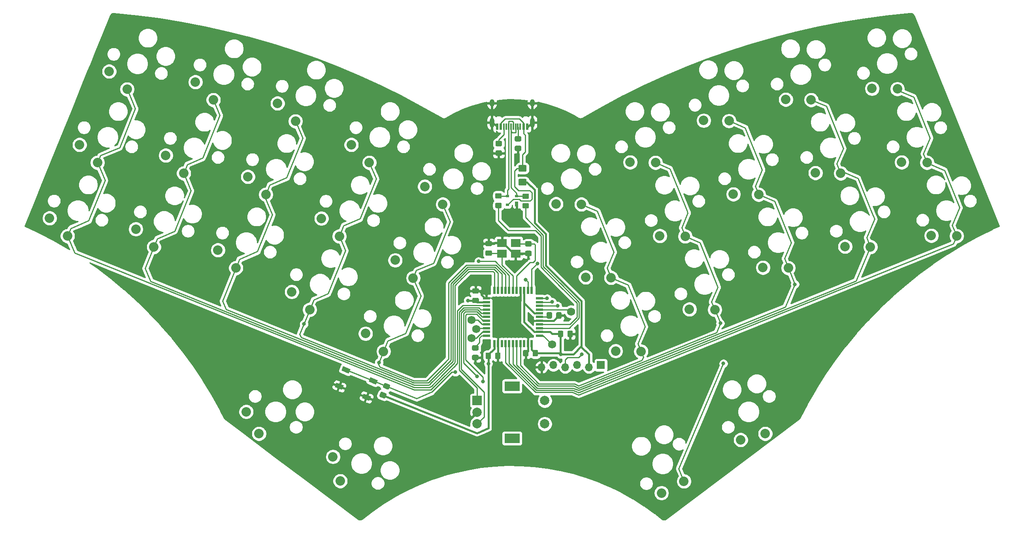
<source format=gbr>
G04 #@! TF.GenerationSoftware,KiCad,Pcbnew,(5.1.9-0-10_14)*
G04 #@! TF.CreationDate,2021-02-04T04:11:51-06:00*
G04 #@! TF.ProjectId,micro_redox_semi_split,6d696372-6f5f-4726-9564-6f785f73656d,rev?*
G04 #@! TF.SameCoordinates,Original*
G04 #@! TF.FileFunction,Copper,L1,Top*
G04 #@! TF.FilePolarity,Positive*
%FSLAX46Y46*%
G04 Gerber Fmt 4.6, Leading zero omitted, Abs format (unit mm)*
G04 Created by KiCad (PCBNEW (5.1.9-0-10_14)) date 2021-02-04 04:11:51*
%MOMM*%
%LPD*%
G01*
G04 APERTURE LIST*
G04 #@! TA.AperFunction,ComponentPad*
%ADD10C,1.752600*%
G04 #@! TD*
G04 #@! TA.AperFunction,ComponentPad*
%ADD11C,2.032000*%
G04 #@! TD*
G04 #@! TA.AperFunction,ComponentPad*
%ADD12C,2.000000*%
G04 #@! TD*
G04 #@! TA.AperFunction,ComponentPad*
%ADD13R,3.200000X2.000000*%
G04 #@! TD*
G04 #@! TA.AperFunction,ComponentPad*
%ADD14R,2.000000X2.000000*%
G04 #@! TD*
G04 #@! TA.AperFunction,SMDPad,CuDef*
%ADD15R,2.100000X1.800000*%
G04 #@! TD*
G04 #@! TA.AperFunction,SMDPad,CuDef*
%ADD16R,0.600000X1.450000*%
G04 #@! TD*
G04 #@! TA.AperFunction,SMDPad,CuDef*
%ADD17R,0.300000X1.450000*%
G04 #@! TD*
G04 #@! TA.AperFunction,ComponentPad*
%ADD18O,1.000000X2.100000*%
G04 #@! TD*
G04 #@! TA.AperFunction,ComponentPad*
%ADD19O,1.000000X1.600000*%
G04 #@! TD*
G04 #@! TA.AperFunction,SMDPad,CuDef*
%ADD20R,0.550000X1.500000*%
G04 #@! TD*
G04 #@! TA.AperFunction,SMDPad,CuDef*
%ADD21R,1.500000X0.550000*%
G04 #@! TD*
G04 #@! TA.AperFunction,SMDPad,CuDef*
%ADD22R,0.700000X0.600000*%
G04 #@! TD*
G04 #@! TA.AperFunction,SMDPad,CuDef*
%ADD23R,0.700000X1.000000*%
G04 #@! TD*
G04 #@! TA.AperFunction,SMDPad,CuDef*
%ADD24C,0.100000*%
G04 #@! TD*
G04 #@! TA.AperFunction,ComponentPad*
%ADD25O,1.700000X1.700000*%
G04 #@! TD*
G04 #@! TA.AperFunction,ComponentPad*
%ADD26R,1.700000X1.700000*%
G04 #@! TD*
G04 #@! TA.AperFunction,ViaPad*
%ADD27C,0.800000*%
G04 #@! TD*
G04 #@! TA.AperFunction,Conductor*
%ADD28C,0.250000*%
G04 #@! TD*
G04 #@! TA.AperFunction,Conductor*
%ADD29C,0.381000*%
G04 #@! TD*
G04 #@! TA.AperFunction,Conductor*
%ADD30C,0.254000*%
G04 #@! TD*
G04 #@! TA.AperFunction,Conductor*
%ADD31C,0.100000*%
G04 #@! TD*
G04 APERTURE END LIST*
D10*
X145055071Y-109986656D03*
X149104886Y-102898078D03*
X127768885Y-108613078D03*
X128784885Y-106644578D03*
X127768885Y-104676078D03*
D11*
X201460954Y-73132730D03*
X206883547Y-73206783D03*
D12*
X143474365Y-127005398D03*
X143474365Y-122005398D03*
D13*
X136474365Y-130105398D03*
X136474365Y-118905398D03*
D12*
X128974365Y-127005398D03*
X128974365Y-124505398D03*
D14*
X128974365Y-122005398D03*
D15*
X134325868Y-88176399D03*
X137225868Y-88176399D03*
X137225868Y-90476399D03*
X134325868Y-90476399D03*
D16*
X133249365Y-63239399D03*
X139699365Y-63239399D03*
X134024365Y-63239399D03*
X138924365Y-63239399D03*
D17*
X138224365Y-63239399D03*
X134724365Y-63239399D03*
X137724365Y-63239399D03*
X135224365Y-63239399D03*
X137224365Y-63239399D03*
X135724365Y-63239399D03*
X136224365Y-63239399D03*
X136724365Y-63239399D03*
D18*
X140794365Y-62324399D03*
X132154365Y-62324399D03*
D19*
X140794365Y-58144399D03*
X132154365Y-58144399D03*
D20*
X140664865Y-109758399D03*
X139864865Y-109758399D03*
X139064865Y-109758399D03*
X138264865Y-109758399D03*
X137464865Y-109758399D03*
X136664865Y-109758399D03*
X135864865Y-109758399D03*
X135064865Y-109758399D03*
X134264865Y-109758399D03*
X133464865Y-109758399D03*
X132664865Y-109758399D03*
D21*
X130964865Y-108058399D03*
X130964865Y-107258399D03*
X130964865Y-106458399D03*
X130964865Y-105658399D03*
X130964865Y-104858399D03*
X130964865Y-104058399D03*
X130964865Y-103258399D03*
X130964865Y-102458399D03*
X130964865Y-101658399D03*
X130964865Y-100858399D03*
X130964865Y-100058399D03*
D20*
X132664865Y-98358399D03*
X133464865Y-98358399D03*
X134264865Y-98358399D03*
X135064865Y-98358399D03*
X135864865Y-98358399D03*
X136664865Y-98358399D03*
X137464865Y-98358399D03*
X138264865Y-98358399D03*
X139064865Y-98358399D03*
X139864865Y-98358399D03*
X140664865Y-98358399D03*
D21*
X142364865Y-100058399D03*
X142364865Y-100858399D03*
X142364865Y-101658399D03*
X142364865Y-102458399D03*
X142364865Y-103258399D03*
X142364865Y-104058399D03*
X142364865Y-104858399D03*
X142364865Y-105658399D03*
X142364865Y-106458399D03*
X142364865Y-107258399D03*
X142364865Y-108058399D03*
D22*
X135474362Y-79989400D03*
X135474362Y-78089400D03*
X137474362Y-78089400D03*
D23*
X137474362Y-79789400D03*
G04 #@! TA.AperFunction,SMDPad,CuDef*
D24*
G36*
X106257656Y-121142382D02*
G01*
X105883049Y-122069566D01*
X104306836Y-121432734D01*
X104681443Y-120505550D01*
X106257656Y-121142382D01*
G37*
G04 #@! TD.AperFunction*
G04 #@! TA.AperFunction,SMDPad,CuDef*
G36*
X100416397Y-118782361D02*
G01*
X100041790Y-119709545D01*
X98465577Y-119072713D01*
X98840184Y-118145529D01*
X100416397Y-118782361D01*
G37*
G04 #@! TD.AperFunction*
G04 #@! TA.AperFunction,SMDPad,CuDef*
G36*
X107681161Y-117619083D02*
G01*
X107306554Y-118546267D01*
X105730341Y-117909435D01*
X106104948Y-116982251D01*
X107681161Y-117619083D01*
G37*
G04 #@! TD.AperFunction*
G04 #@! TA.AperFunction,SMDPad,CuDef*
G36*
X101839902Y-115259062D02*
G01*
X101465295Y-116186246D01*
X99889082Y-115549414D01*
X100263689Y-114622230D01*
X101839902Y-115259062D01*
G37*
G04 #@! TD.AperFunction*
G04 #@! TA.AperFunction,SMDPad,CuDef*
G36*
G01*
X129044386Y-111274577D02*
X128144384Y-111274577D01*
G75*
G02*
X127894385Y-111024578I0J249999D01*
G01*
X127894385Y-110374576D01*
G75*
G02*
X128144384Y-110124577I249999J0D01*
G01*
X129044386Y-110124577D01*
G75*
G02*
X129294385Y-110374576I0J-249999D01*
G01*
X129294385Y-111024578D01*
G75*
G02*
X129044386Y-111274577I-249999J0D01*
G01*
G37*
G04 #@! TD.AperFunction*
G04 #@! TA.AperFunction,SMDPad,CuDef*
G36*
G01*
X129044386Y-113324577D02*
X128144384Y-113324577D01*
G75*
G02*
X127894385Y-113074578I0J249999D01*
G01*
X127894385Y-112424576D01*
G75*
G02*
X128144384Y-112174577I249999J0D01*
G01*
X129044386Y-112174577D01*
G75*
G02*
X129294385Y-112424576I0J-249999D01*
G01*
X129294385Y-113074578D01*
G75*
G02*
X129044386Y-113324577I-249999J0D01*
G01*
G37*
G04 #@! TD.AperFunction*
G04 #@! TA.AperFunction,SMDPad,CuDef*
G36*
G01*
X138945364Y-79616400D02*
X139845366Y-79616400D01*
G75*
G02*
X140095365Y-79866399I0J-249999D01*
G01*
X140095365Y-80516401D01*
G75*
G02*
X139845366Y-80766400I-249999J0D01*
G01*
X138945364Y-80766400D01*
G75*
G02*
X138695365Y-80516401I0J249999D01*
G01*
X138695365Y-79866399D01*
G75*
G02*
X138945364Y-79616400I249999J0D01*
G01*
G37*
G04 #@! TD.AperFunction*
G04 #@! TA.AperFunction,SMDPad,CuDef*
G36*
G01*
X138945364Y-77566400D02*
X139845366Y-77566400D01*
G75*
G02*
X140095365Y-77816399I0J-249999D01*
G01*
X140095365Y-78466401D01*
G75*
G02*
X139845366Y-78716400I-249999J0D01*
G01*
X138945364Y-78716400D01*
G75*
G02*
X138695365Y-78466401I0J249999D01*
G01*
X138695365Y-77816399D01*
G75*
G02*
X138945364Y-77566400I249999J0D01*
G01*
G37*
G04 #@! TD.AperFunction*
G04 #@! TA.AperFunction,SMDPad,CuDef*
G36*
G01*
X134003370Y-78652895D02*
X133103368Y-78652895D01*
G75*
G02*
X132853369Y-78402896I0J249999D01*
G01*
X132853369Y-77752894D01*
G75*
G02*
X133103368Y-77502895I249999J0D01*
G01*
X134003370Y-77502895D01*
G75*
G02*
X134253369Y-77752894I0J-249999D01*
G01*
X134253369Y-78402896D01*
G75*
G02*
X134003370Y-78652895I-249999J0D01*
G01*
G37*
G04 #@! TD.AperFunction*
G04 #@! TA.AperFunction,SMDPad,CuDef*
G36*
G01*
X134003370Y-80702895D02*
X133103368Y-80702895D01*
G75*
G02*
X132853369Y-80452896I0J249999D01*
G01*
X132853369Y-79802894D01*
G75*
G02*
X133103368Y-79552895I249999J0D01*
G01*
X134003370Y-79552895D01*
G75*
G02*
X134253369Y-79802894I0J-249999D01*
G01*
X134253369Y-80452896D01*
G75*
G02*
X134003370Y-80702895I-249999J0D01*
G01*
G37*
G04 #@! TD.AperFunction*
G04 #@! TA.AperFunction,SMDPad,CuDef*
G36*
G01*
X134066867Y-67413401D02*
X133166865Y-67413401D01*
G75*
G02*
X132916866Y-67163402I0J249999D01*
G01*
X132916866Y-66513400D01*
G75*
G02*
X133166865Y-66263401I249999J0D01*
G01*
X134066867Y-66263401D01*
G75*
G02*
X134316866Y-66513400I0J-249999D01*
G01*
X134316866Y-67163402D01*
G75*
G02*
X134066867Y-67413401I-249999J0D01*
G01*
G37*
G04 #@! TD.AperFunction*
G04 #@! TA.AperFunction,SMDPad,CuDef*
G36*
G01*
X134066867Y-69463401D02*
X133166865Y-69463401D01*
G75*
G02*
X132916866Y-69213402I0J249999D01*
G01*
X132916866Y-68563400D01*
G75*
G02*
X133166865Y-68313401I249999J0D01*
G01*
X134066867Y-68313401D01*
G75*
G02*
X134316866Y-68563400I0J-249999D01*
G01*
X134316866Y-69213402D01*
G75*
G02*
X134066867Y-69463401I-249999J0D01*
G01*
G37*
G04 #@! TD.AperFunction*
G04 #@! TA.AperFunction,SMDPad,CuDef*
G36*
G01*
X138194366Y-66397399D02*
X137294364Y-66397399D01*
G75*
G02*
X137044365Y-66147400I0J249999D01*
G01*
X137044365Y-65497398D01*
G75*
G02*
X137294364Y-65247399I249999J0D01*
G01*
X138194366Y-65247399D01*
G75*
G02*
X138444365Y-65497398I0J-249999D01*
G01*
X138444365Y-66147400D01*
G75*
G02*
X138194366Y-66397399I-249999J0D01*
G01*
G37*
G04 #@! TD.AperFunction*
G04 #@! TA.AperFunction,SMDPad,CuDef*
G36*
G01*
X138194366Y-68447399D02*
X137294364Y-68447399D01*
G75*
G02*
X137044365Y-68197400I0J249999D01*
G01*
X137044365Y-67547398D01*
G75*
G02*
X137294364Y-67297399I249999J0D01*
G01*
X138194366Y-67297399D01*
G75*
G02*
X138444365Y-67547398I0J-249999D01*
G01*
X138444365Y-68197400D01*
G75*
G02*
X138194366Y-68447399I-249999J0D01*
G01*
G37*
G04 #@! TD.AperFunction*
G04 #@! TA.AperFunction,SMDPad,CuDef*
G36*
G01*
X108611092Y-120132986D02*
X109445559Y-120470133D01*
G75*
G02*
X109583703Y-120795579I-93651J-231795D01*
G01*
X109340208Y-121398250D01*
G75*
G02*
X109014762Y-121536394I-231795J93651D01*
G01*
X108180295Y-121199247D01*
G75*
G02*
X108042151Y-120873801I93651J231795D01*
G01*
X108285646Y-120271130D01*
G75*
G02*
X108611092Y-120132986I231795J-93651D01*
G01*
G37*
G04 #@! TD.AperFunction*
G04 #@! TA.AperFunction,SMDPad,CuDef*
G36*
G01*
X109379036Y-118232260D02*
X110213503Y-118569407D01*
G75*
G02*
X110351647Y-118894853I-93651J-231795D01*
G01*
X110108152Y-119497524D01*
G75*
G02*
X109782706Y-119635668I-231795J93651D01*
G01*
X108948239Y-119298521D01*
G75*
G02*
X108810095Y-118973075I93651J231795D01*
G01*
X109053590Y-118370404D01*
G75*
G02*
X109379036Y-118232260I231795J-93651D01*
G01*
G37*
G04 #@! TD.AperFunction*
D25*
X142782841Y-114843411D03*
X145322841Y-114386211D03*
X147862841Y-114843411D03*
X150402841Y-114386211D03*
X152942841Y-114843411D03*
D26*
X155482841Y-114386211D03*
G04 #@! TA.AperFunction,SMDPad,CuDef*
G36*
G01*
X139321869Y-72866894D02*
X138071869Y-72866894D01*
G75*
G02*
X137821869Y-72616894I0J250000D01*
G01*
X137821869Y-71691894D01*
G75*
G02*
X138071869Y-71441894I250000J0D01*
G01*
X139321869Y-71441894D01*
G75*
G02*
X139571869Y-71691894I0J-250000D01*
G01*
X139571869Y-72616894D01*
G75*
G02*
X139321869Y-72866894I-250000J0D01*
G01*
G37*
G04 #@! TD.AperFunction*
G04 #@! TA.AperFunction,SMDPad,CuDef*
G36*
G01*
X139321869Y-75841894D02*
X138071869Y-75841894D01*
G75*
G02*
X137821869Y-75591894I0J250000D01*
G01*
X137821869Y-74666894D01*
G75*
G02*
X138071869Y-74416894I250000J0D01*
G01*
X139321869Y-74416894D01*
G75*
G02*
X139571869Y-74666894I0J-250000D01*
G01*
X139571869Y-75591894D01*
G75*
G02*
X139321869Y-75841894I-250000J0D01*
G01*
G37*
G04 #@! TD.AperFunction*
G04 #@! TA.AperFunction,SMDPad,CuDef*
G36*
G01*
X139969573Y-111378155D02*
X139969573Y-112278157D01*
G75*
G02*
X139719574Y-112528156I-249999J0D01*
G01*
X139069572Y-112528156D01*
G75*
G02*
X138819573Y-112278157I0J249999D01*
G01*
X138819573Y-111378155D01*
G75*
G02*
X139069572Y-111128156I249999J0D01*
G01*
X139719574Y-111128156D01*
G75*
G02*
X139969573Y-111378155I0J-249999D01*
G01*
G37*
G04 #@! TD.AperFunction*
G04 #@! TA.AperFunction,SMDPad,CuDef*
G36*
G01*
X142019573Y-111378155D02*
X142019573Y-112278157D01*
G75*
G02*
X141769574Y-112528156I-249999J0D01*
G01*
X141119572Y-112528156D01*
G75*
G02*
X140869573Y-112278157I0J249999D01*
G01*
X140869573Y-111378155D01*
G75*
G02*
X141119572Y-111128156I249999J0D01*
G01*
X141769574Y-111128156D01*
G75*
G02*
X142019573Y-111378155I0J-249999D01*
G01*
G37*
G04 #@! TD.AperFunction*
G04 #@! TA.AperFunction,SMDPad,CuDef*
G36*
G01*
X129102304Y-99046503D02*
X128202302Y-99046503D01*
G75*
G02*
X127952303Y-98796504I0J249999D01*
G01*
X127952303Y-98146502D01*
G75*
G02*
X128202302Y-97896503I249999J0D01*
G01*
X129102304Y-97896503D01*
G75*
G02*
X129352303Y-98146502I0J-249999D01*
G01*
X129352303Y-98796504D01*
G75*
G02*
X129102304Y-99046503I-249999J0D01*
G01*
G37*
G04 #@! TD.AperFunction*
G04 #@! TA.AperFunction,SMDPad,CuDef*
G36*
G01*
X129102304Y-101096503D02*
X128202302Y-101096503D01*
G75*
G02*
X127952303Y-100846504I0J249999D01*
G01*
X127952303Y-100196502D01*
G75*
G02*
X128202302Y-99946503I249999J0D01*
G01*
X129102304Y-99946503D01*
G75*
G02*
X129352303Y-100196502I0J-249999D01*
G01*
X129352303Y-100846504D01*
G75*
G02*
X129102304Y-101096503I-249999J0D01*
G01*
G37*
G04 #@! TD.AperFunction*
G04 #@! TA.AperFunction,SMDPad,CuDef*
G36*
G01*
X148342803Y-108138003D02*
X148342803Y-107238001D01*
G75*
G02*
X148592802Y-106988002I249999J0D01*
G01*
X149242804Y-106988002D01*
G75*
G02*
X149492803Y-107238001I0J-249999D01*
G01*
X149492803Y-108138003D01*
G75*
G02*
X149242804Y-108388002I-249999J0D01*
G01*
X148592802Y-108388002D01*
G75*
G02*
X148342803Y-108138003I0J249999D01*
G01*
G37*
G04 #@! TD.AperFunction*
G04 #@! TA.AperFunction,SMDPad,CuDef*
G36*
G01*
X146292803Y-108138003D02*
X146292803Y-107238001D01*
G75*
G02*
X146542802Y-106988002I249999J0D01*
G01*
X147192804Y-106988002D01*
G75*
G02*
X147442803Y-107238001I0J-249999D01*
G01*
X147442803Y-108138003D01*
G75*
G02*
X147192804Y-108388002I-249999J0D01*
G01*
X146542802Y-108388002D01*
G75*
G02*
X146292803Y-108138003I0J249999D01*
G01*
G37*
G04 #@! TD.AperFunction*
G04 #@! TA.AperFunction,SMDPad,CuDef*
G36*
G01*
X132848803Y-112837002D02*
X132848803Y-111937000D01*
G75*
G02*
X133098802Y-111687001I249999J0D01*
G01*
X133748804Y-111687001D01*
G75*
G02*
X133998803Y-111937000I0J-249999D01*
G01*
X133998803Y-112837002D01*
G75*
G02*
X133748804Y-113087001I-249999J0D01*
G01*
X133098802Y-113087001D01*
G75*
G02*
X132848803Y-112837002I0J249999D01*
G01*
G37*
G04 #@! TD.AperFunction*
G04 #@! TA.AperFunction,SMDPad,CuDef*
G36*
G01*
X130798803Y-112837002D02*
X130798803Y-111937000D01*
G75*
G02*
X131048802Y-111687001I249999J0D01*
G01*
X131698804Y-111687001D01*
G75*
G02*
X131948803Y-111937000I0J-249999D01*
G01*
X131948803Y-112837002D01*
G75*
G02*
X131698804Y-113087001I-249999J0D01*
G01*
X131048802Y-113087001D01*
G75*
G02*
X130798803Y-112837002I0J249999D01*
G01*
G37*
G04 #@! TD.AperFunction*
G04 #@! TA.AperFunction,SMDPad,CuDef*
G36*
G01*
X143885385Y-104173578D02*
X143885385Y-103273576D01*
G75*
G02*
X144135384Y-103023577I249999J0D01*
G01*
X144785386Y-103023577D01*
G75*
G02*
X145035385Y-103273576I0J-249999D01*
G01*
X145035385Y-104173578D01*
G75*
G02*
X144785386Y-104423577I-249999J0D01*
G01*
X144135384Y-104423577D01*
G75*
G02*
X143885385Y-104173578I0J249999D01*
G01*
G37*
G04 #@! TD.AperFunction*
G04 #@! TA.AperFunction,SMDPad,CuDef*
G36*
G01*
X145935385Y-104173578D02*
X145935385Y-103273576D01*
G75*
G02*
X146185384Y-103023577I249999J0D01*
G01*
X146835386Y-103023577D01*
G75*
G02*
X147085385Y-103273576I0J-249999D01*
G01*
X147085385Y-104173578D01*
G75*
G02*
X146835386Y-104423577I-249999J0D01*
G01*
X146185384Y-104423577D01*
G75*
G02*
X145935385Y-104173578I0J249999D01*
G01*
G37*
G04 #@! TD.AperFunction*
G04 #@! TA.AperFunction,SMDPad,CuDef*
G36*
G01*
X139516866Y-89839899D02*
X140416868Y-89839899D01*
G75*
G02*
X140666867Y-90089898I0J-249999D01*
G01*
X140666867Y-90739900D01*
G75*
G02*
X140416868Y-90989899I-249999J0D01*
G01*
X139516866Y-90989899D01*
G75*
G02*
X139266867Y-90739900I0J249999D01*
G01*
X139266867Y-90089898D01*
G75*
G02*
X139516866Y-89839899I249999J0D01*
G01*
G37*
G04 #@! TD.AperFunction*
G04 #@! TA.AperFunction,SMDPad,CuDef*
G36*
G01*
X139516866Y-87789899D02*
X140416868Y-87789899D01*
G75*
G02*
X140666867Y-88039898I0J-249999D01*
G01*
X140666867Y-88689900D01*
G75*
G02*
X140416868Y-88939899I-249999J0D01*
G01*
X139516866Y-88939899D01*
G75*
G02*
X139266867Y-88689900I0J249999D01*
G01*
X139266867Y-88039898D01*
G75*
G02*
X139516866Y-87789899I249999J0D01*
G01*
G37*
G04 #@! TD.AperFunction*
G04 #@! TA.AperFunction,SMDPad,CuDef*
G36*
G01*
X131907871Y-88876398D02*
X131007869Y-88876398D01*
G75*
G02*
X130757870Y-88626399I0J249999D01*
G01*
X130757870Y-87976397D01*
G75*
G02*
X131007869Y-87726398I249999J0D01*
G01*
X131907871Y-87726398D01*
G75*
G02*
X132157870Y-87976397I0J-249999D01*
G01*
X132157870Y-88626399D01*
G75*
G02*
X131907871Y-88876398I-249999J0D01*
G01*
G37*
G04 #@! TD.AperFunction*
G04 #@! TA.AperFunction,SMDPad,CuDef*
G36*
G01*
X131907871Y-90926398D02*
X131007869Y-90926398D01*
G75*
G02*
X130757870Y-90676399I0J249999D01*
G01*
X130757870Y-90026397D01*
G75*
G02*
X131007869Y-89776398I249999J0D01*
G01*
X131907871Y-89776398D01*
G75*
G02*
X132157870Y-90026397I0J-249999D01*
G01*
X132157870Y-90676399D01*
G75*
G02*
X131907871Y-90926398I-249999J0D01*
G01*
G37*
G04 #@! TD.AperFunction*
D11*
X185441089Y-130422290D03*
X190698078Y-129090350D03*
X168484147Y-141829617D03*
X173284950Y-139307258D03*
X98103804Y-134049874D03*
X99663784Y-139243761D03*
X79521290Y-124404137D03*
X82250656Y-129090347D03*
X226289452Y-86594729D03*
X231712045Y-86668782D03*
X207810951Y-88944232D03*
X213233544Y-89018285D03*
X190221453Y-93452730D03*
X195644046Y-93526783D03*
X174473452Y-102406234D03*
X179896045Y-102480287D03*
X158661953Y-111359729D03*
X164084546Y-111433782D03*
X105078446Y-107613664D03*
X108927691Y-111433783D03*
X89266944Y-98660162D03*
X93116189Y-102480281D03*
X73455444Y-89706663D03*
X77304689Y-93526782D03*
X55865947Y-85198166D03*
X59715192Y-89018285D03*
X37387440Y-82848669D03*
X41236685Y-86668788D03*
X219939454Y-70846728D03*
X225362047Y-70920781D03*
X183871453Y-77704731D03*
X189294046Y-77778784D03*
X168123453Y-86658233D03*
X173546046Y-86732286D03*
X152248449Y-95548233D03*
X157671042Y-95622286D03*
X111428443Y-91865668D03*
X115277688Y-95685787D03*
X95616942Y-82912166D03*
X99466187Y-86732285D03*
X79868943Y-73958663D03*
X83718188Y-77778782D03*
X62279443Y-69386663D03*
X66128688Y-73206782D03*
X43800941Y-67100665D03*
X47650186Y-70920784D03*
X213589451Y-55035228D03*
X219012044Y-55109281D03*
X195110956Y-57384730D03*
X200533549Y-57458783D03*
X177521452Y-61893231D03*
X182944045Y-61967284D03*
X161773452Y-70846732D03*
X167196045Y-70920785D03*
X145898455Y-79800231D03*
X151321048Y-79874284D03*
X117778443Y-76054165D03*
X121627688Y-79874284D03*
X102030442Y-67100664D03*
X105879687Y-70920783D03*
X86218943Y-58210664D03*
X90068188Y-62030783D03*
X68629441Y-53638664D03*
X72478686Y-57458783D03*
X50150943Y-51352663D03*
X54000188Y-55172782D03*
D27*
X129295894Y-92118714D03*
X141922232Y-92553054D03*
X128939839Y-116773813D03*
X130209842Y-117916812D03*
X91861912Y-105584732D03*
X107962291Y-113823226D03*
X181079949Y-105410546D03*
X181755207Y-114047262D03*
X197072659Y-97037671D03*
X182739498Y-86646921D03*
X199937902Y-78191603D03*
X215427076Y-73303310D03*
X166777496Y-94602707D03*
X160310847Y-79614254D03*
X176918118Y-70712900D03*
X192370468Y-62004213D03*
X210114162Y-57780230D03*
X73109716Y-79232577D03*
X96775300Y-68572001D03*
X90552301Y-84637500D03*
X135353341Y-103502314D03*
X146529342Y-91881812D03*
X74710841Y-107820312D03*
X92681341Y-115186312D03*
X102841342Y-129092811D03*
X104174841Y-139760811D03*
X207616340Y-100835311D03*
X185454842Y-109661811D03*
X191868342Y-126044812D03*
X143354341Y-96390313D03*
X136686841Y-82293310D03*
X137448841Y-69910811D03*
X124113842Y-120774311D03*
X135416842Y-125346311D03*
X152180842Y-128584813D03*
X148434343Y-109979314D03*
X140369841Y-104518311D03*
X130400342Y-109979313D03*
X154072071Y-107065656D03*
X146940304Y-112069501D03*
X131381233Y-114079552D03*
X127034842Y-100517812D03*
X139417341Y-96072811D03*
X124304342Y-115884812D03*
X145068842Y-100835311D03*
X151405071Y-112082156D03*
X146211841Y-101660812D03*
X143989340Y-100073311D03*
D28*
X129295894Y-92118714D02*
X132859745Y-92118715D01*
X135864864Y-95123835D02*
X135864864Y-98358399D01*
X132859745Y-92118715D02*
X135864864Y-95123835D01*
X140664864Y-93810421D02*
X141922232Y-92553054D01*
X140664865Y-98358399D02*
X140664864Y-93810421D01*
X128939839Y-116773813D02*
X126057412Y-113891382D01*
X126057411Y-105890383D02*
X126057411Y-105241742D01*
X126057411Y-106067241D02*
X126057411Y-105890383D01*
X126057412Y-113891382D02*
X126057411Y-106067241D01*
X126057411Y-105054052D02*
X126057411Y-106067241D01*
X128983587Y-102947341D02*
X126451042Y-102947340D01*
X126057412Y-103340972D02*
X126057411Y-105054052D01*
X126451042Y-102947340D02*
X126057412Y-103340972D01*
X130094645Y-104058399D02*
X128983587Y-102947341D01*
X130964864Y-104058399D02*
X130094645Y-104058399D01*
X126507421Y-103651542D02*
X126507421Y-113268393D01*
X130209841Y-116970813D02*
X130209842Y-117916812D01*
X126761613Y-103397351D02*
X126507421Y-103651542D01*
X128776158Y-103397351D02*
X126761613Y-103397351D01*
X128848385Y-103469578D02*
X128776158Y-103397351D01*
X126507421Y-113268393D02*
X130209841Y-116970813D01*
X128869414Y-103469578D02*
X128848385Y-103469578D01*
X130258235Y-104858399D02*
X128869414Y-103469578D01*
X130964864Y-104858399D02*
X130258235Y-104858399D01*
X41236687Y-86668781D02*
X41894014Y-85041849D01*
X41894014Y-85041849D02*
X45760782Y-83400499D01*
X49265458Y-74726121D02*
X47650189Y-70920782D01*
X45760782Y-83400499D02*
X49265458Y-74726121D01*
X47650189Y-70920782D02*
X48259133Y-69413586D01*
X55761078Y-59321180D02*
X54000189Y-55172784D01*
X52392318Y-67659150D02*
X55761078Y-59321180D01*
X48259133Y-69413586D02*
X52392318Y-67659150D01*
X41236688Y-86668787D02*
X42291870Y-89154646D01*
X42291870Y-89154646D02*
X42302815Y-89159067D01*
X42302815Y-89159067D02*
X42794056Y-90316363D01*
X42794056Y-90316363D02*
X90432807Y-109563663D01*
X90432807Y-109563663D02*
X91013645Y-109798337D01*
X130903778Y-101597312D02*
X130964863Y-101658400D01*
X124707380Y-102781773D02*
X125891841Y-101597313D01*
X124304341Y-114425721D02*
X124707380Y-114022681D01*
X124304341Y-114487812D02*
X124304341Y-114425721D01*
X125891841Y-101597313D02*
X130903778Y-101597312D01*
X121891906Y-116900246D02*
X124304341Y-114487812D01*
X124707380Y-114022681D02*
X124707380Y-102781773D01*
X115508535Y-119694918D02*
X119098367Y-119694920D01*
X121891907Y-116901379D02*
X121891906Y-116900246D01*
X119098367Y-119694920D02*
X121891907Y-116901379D01*
X90432807Y-109563663D02*
X115508535Y-119694918D01*
X59715189Y-89018280D02*
X60443073Y-87216705D01*
X60443073Y-87216705D02*
X64171713Y-85633992D01*
X67698471Y-76904961D02*
X66128690Y-73206788D01*
X64171713Y-85633992D02*
X67698471Y-76904961D01*
X66128690Y-73206788D02*
X66896169Y-71307207D01*
X66896169Y-71307207D02*
X70181024Y-69912869D01*
X73879484Y-60758856D02*
X72478684Y-57458782D01*
X70181024Y-69912869D02*
X73879484Y-60758856D01*
X59715190Y-89018283D02*
X57855248Y-93621806D01*
X57855248Y-93621806D02*
X59030717Y-96391049D01*
X59030717Y-96391049D02*
X91123344Y-109357308D01*
X115492401Y-119203050D02*
X118680544Y-119203051D01*
X91123344Y-109357308D02*
X115492401Y-119203050D01*
X119093390Y-119027810D02*
X119089840Y-119036174D01*
X119202440Y-118892346D02*
X119202439Y-118918758D01*
X119202439Y-118918758D02*
X119093390Y-119027810D01*
X132385372Y-94247841D02*
X127276541Y-94247843D01*
X132664865Y-94527334D02*
X132385372Y-94247841D01*
X119089840Y-119036174D02*
X118754338Y-119171727D01*
X132664864Y-98358398D02*
X132664865Y-94527334D01*
X125608207Y-95916178D02*
X124369957Y-97154430D01*
X127276541Y-94247843D02*
X125608207Y-95916178D01*
X124369957Y-97154430D02*
X124257371Y-97267012D01*
X121637906Y-116456878D02*
X123479971Y-114614811D01*
X121637906Y-116456878D02*
X119202440Y-118892346D01*
X123479971Y-114614811D02*
X123479971Y-114613682D01*
X124257372Y-113749328D02*
X124257372Y-112789842D01*
X124177341Y-113829356D02*
X124257372Y-113749328D01*
X123479971Y-114613682D02*
X124177340Y-113916312D01*
X124177340Y-113916312D02*
X124177341Y-113829356D01*
X124257372Y-112789842D02*
X124257371Y-112947282D01*
X124257371Y-97267012D02*
X124257372Y-112789842D01*
X77304684Y-93526785D02*
X78068043Y-91637423D01*
X78068043Y-91637423D02*
X81926713Y-89999514D01*
X81926713Y-89999514D02*
X85138027Y-82051225D01*
X83526196Y-78253987D02*
X83718189Y-77778783D01*
X85138027Y-82051225D02*
X83526196Y-78253987D01*
X83718189Y-77778783D02*
X84552102Y-75714775D01*
X84552102Y-75714775D02*
X88184014Y-74173121D01*
X91616302Y-65677909D02*
X90068188Y-62030782D01*
X88184014Y-74173121D02*
X91616302Y-65677909D01*
X74437035Y-100624470D02*
X77304688Y-93526782D01*
X118873198Y-118557458D02*
X118492725Y-118711179D01*
X75208510Y-102441946D02*
X74437035Y-100624470D01*
X115476275Y-118711180D02*
X75208510Y-102441946D01*
X118492725Y-118711179D02*
X115476275Y-118711180D01*
X118917722Y-118452569D02*
X118873198Y-118557458D01*
X123807360Y-113562928D02*
X118917722Y-118452569D01*
X123807362Y-97080611D02*
X123807360Y-113562928D01*
X133464865Y-98358401D02*
X133464864Y-94633065D01*
X127090142Y-93797833D02*
X123807362Y-97080611D01*
X132629632Y-93797832D02*
X127090142Y-93797833D01*
X133464864Y-94633065D02*
X132629632Y-93797832D01*
X99466187Y-86732284D02*
X100385536Y-84456817D01*
X100385536Y-84456817D02*
X103871870Y-82976956D01*
X107346613Y-74376653D02*
X105879690Y-70920786D01*
X103871870Y-82976956D02*
X107346613Y-74376653D01*
X93116188Y-102480283D02*
X93978120Y-100346924D01*
X93978120Y-100346924D02*
X97035924Y-99048969D01*
X100770606Y-89805297D02*
X99466187Y-86732284D01*
X97035924Y-99048969D02*
X100770606Y-89805297D01*
X93116189Y-102480283D02*
X91861912Y-105584732D01*
X115382713Y-118188024D02*
X115012133Y-118038302D01*
X91283870Y-108451459D02*
X90986612Y-107751169D01*
X115418678Y-118197275D02*
X115414917Y-118201037D01*
X123357352Y-113376527D02*
X118536603Y-118197276D01*
X134264865Y-94796656D02*
X132816032Y-93347824D01*
X126903740Y-93347821D02*
X123357352Y-96894211D01*
X90986612Y-107751169D02*
X91861912Y-105584732D01*
X118536603Y-118197276D02*
X115418678Y-118197275D01*
X132816032Y-93347824D02*
X126903740Y-93347821D01*
X123357352Y-96894211D02*
X123357352Y-113376527D01*
X115414917Y-118201037D02*
X91283870Y-108451459D01*
X134264864Y-98358399D02*
X134264865Y-94796656D01*
X108927689Y-111433786D02*
X109840630Y-109174187D01*
X109840630Y-109174187D02*
X113668162Y-107549488D01*
X116908839Y-99528535D02*
X115277686Y-95685785D01*
X113668162Y-107549488D02*
X116908839Y-99528535D01*
X115277686Y-95685785D02*
X115938805Y-94049466D01*
X115938805Y-94049466D02*
X119616229Y-92488488D01*
X123208266Y-83597891D02*
X121627686Y-79874286D01*
X119616229Y-92488488D02*
X123208266Y-83597891D01*
X108927693Y-111433784D02*
X107962291Y-113823226D01*
X115378461Y-117700956D02*
X118207422Y-117700955D01*
X108101894Y-114761033D02*
X115378461Y-117700956D01*
X107836244Y-114135203D02*
X108101894Y-114761033D01*
X107962291Y-113823226D02*
X107836244Y-114135203D01*
X135064864Y-94960244D02*
X135064865Y-98358398D01*
X133002431Y-92897811D02*
X135064864Y-94960244D01*
X126717343Y-92897812D02*
X133002431Y-92897811D01*
X122907343Y-96707813D02*
X126717343Y-92897812D01*
X122907341Y-113001038D02*
X122259204Y-113649174D01*
X122907342Y-110169813D02*
X122907341Y-113001038D01*
X118207422Y-117700955D02*
X122259204Y-113649174D01*
X122907342Y-110169813D02*
X122907343Y-96707813D01*
X161322516Y-97172245D02*
X157671044Y-95622286D01*
X154709310Y-81312515D02*
X151321047Y-79874281D01*
X157671042Y-95622284D02*
X156829665Y-93539805D01*
X158274356Y-90136320D02*
X157941333Y-89312053D01*
X156829665Y-93539805D02*
X158274356Y-90136320D01*
X157941333Y-89312053D02*
X154709310Y-81312515D01*
X164084544Y-111433784D02*
X163407949Y-109759163D01*
X164944979Y-106138152D02*
X164752502Y-105661755D01*
X163407949Y-109759163D02*
X164944979Y-106138152D01*
X164752502Y-105661755D02*
X161322516Y-97172245D01*
X164289298Y-113364923D02*
X150753005Y-118833939D01*
X164584139Y-112670320D02*
X164289298Y-113364923D01*
X164084543Y-111433781D02*
X164584139Y-112670320D01*
X138264864Y-109758400D02*
X138264864Y-114472694D01*
X149820969Y-118414439D02*
X149862450Y-118455919D01*
X142206610Y-118414442D02*
X149820969Y-118414439D01*
X138264864Y-114472694D02*
X142206610Y-118414442D01*
X150753005Y-118833939D02*
X149862450Y-118455919D01*
X176681624Y-88063254D02*
X173546049Y-86732286D01*
X167196045Y-70920788D02*
X170285442Y-72232158D01*
X179896046Y-102480283D02*
X179213927Y-100791979D01*
X180551356Y-97641186D02*
X180287516Y-96988159D01*
X180287516Y-96988159D02*
X176681624Y-88063254D01*
X179213927Y-100791979D02*
X180551356Y-97641186D01*
X173546048Y-86732286D02*
X172797756Y-84880196D01*
X172797756Y-84880196D02*
X174128727Y-81744619D01*
X174128727Y-81744619D02*
X173888672Y-81150472D01*
X170285442Y-72232158D02*
X173888672Y-81150472D01*
X181079946Y-105410542D02*
X181079949Y-105410546D01*
X179896047Y-102480287D02*
X181079946Y-105410542D01*
X179896046Y-102480283D02*
X181079949Y-105410546D01*
X172186754Y-136589127D02*
X173284949Y-139307260D01*
X181755207Y-114047262D02*
X172186754Y-136589127D01*
X137464864Y-109758399D02*
X137464864Y-114309105D01*
X137464864Y-114309105D02*
X142020210Y-118864450D01*
X149673175Y-118864450D02*
X150748754Y-119321006D01*
X150748754Y-119321006D02*
X153033072Y-118398085D01*
X142020210Y-118864450D02*
X149673175Y-118864450D01*
X181079949Y-105410546D02*
X180234625Y-107402000D01*
X178877428Y-107956288D02*
X150748754Y-119321006D01*
X178880472Y-107949113D02*
X178877428Y-107956288D01*
X180234625Y-107402000D02*
X178880472Y-107949113D01*
X192697361Y-79223405D02*
X189294046Y-77778787D01*
X186383842Y-63427391D02*
X182944046Y-61967284D01*
X195644048Y-93526781D02*
X194820849Y-91489304D01*
X196271930Y-88070775D02*
X195891328Y-87128757D01*
X194820849Y-91489304D02*
X196271930Y-88070775D01*
X195891328Y-87128757D02*
X192697361Y-79223405D01*
X189294047Y-77778784D02*
X188571190Y-75989656D01*
X188571190Y-75989656D02*
X190050900Y-72503678D01*
X190050900Y-72503678D02*
X189931962Y-72209297D01*
X189931962Y-72209297D02*
X186383842Y-63427391D01*
X197060441Y-97032484D02*
X197072659Y-97037671D01*
X195644045Y-93526784D02*
X197060441Y-97032484D01*
X197072659Y-97037671D02*
X194996340Y-101929173D01*
X194996340Y-101929173D02*
X150744504Y-119808074D01*
X136664864Y-109758398D02*
X136664865Y-114145515D01*
X136664865Y-114145515D02*
X141833810Y-119314459D01*
X150744504Y-119808074D02*
X153431135Y-118722604D01*
X149581620Y-119314459D02*
X150744504Y-119808074D01*
X141833810Y-119314459D02*
X149581620Y-119314459D01*
X200533546Y-57458782D02*
X203772721Y-58833729D01*
X207478049Y-72966592D02*
X206883547Y-73206781D01*
X210559047Y-74274392D02*
X207478049Y-72966592D01*
X213233545Y-89018283D02*
X212425504Y-87018313D01*
X214107219Y-83056431D02*
X213557930Y-81696893D01*
X212425504Y-87018313D02*
X214107219Y-83056431D01*
X213557930Y-81696893D02*
X210559047Y-74274392D01*
X206883547Y-73206781D02*
X206046263Y-71134434D01*
X207427666Y-67880055D02*
X207354127Y-67698033D01*
X206046263Y-71134434D02*
X207427666Y-67880055D01*
X203772721Y-58833729D02*
X207354127Y-67698033D01*
X135864864Y-109758400D02*
X135864865Y-113981926D01*
X135864865Y-113981926D02*
X141647408Y-119764470D01*
X141647408Y-119764470D02*
X149490065Y-119764471D01*
X213233546Y-89018282D02*
X210145190Y-96293991D01*
X210145190Y-96293991D02*
X150740250Y-120295142D01*
X149725322Y-119864334D02*
X150740253Y-120295143D01*
X150740253Y-120295143D02*
X151786828Y-119872299D01*
X149490065Y-119764471D02*
X149725322Y-119864334D01*
X149725322Y-119864334D02*
X150304835Y-120110317D01*
X219141808Y-55430454D02*
X219012046Y-55109284D01*
X222490844Y-56852032D02*
X219141808Y-55430454D01*
X224595656Y-69023903D02*
X226036838Y-65628686D01*
X226036838Y-65628686D02*
X222490844Y-56852032D01*
X225362046Y-70920782D02*
X224595656Y-69023903D01*
X230996312Y-88354940D02*
X150735999Y-120782211D01*
X230776129Y-84352312D02*
X231712042Y-86668783D01*
X232364127Y-80611225D02*
X230776129Y-84352312D01*
X225362046Y-70920784D02*
X225399317Y-71013037D01*
X229125192Y-72594579D02*
X231838620Y-79310560D01*
X231712042Y-86668783D02*
X230996312Y-88354940D01*
X225399317Y-71013037D02*
X229125192Y-72594579D01*
X231838620Y-79310560D02*
X232364127Y-80611225D01*
X135064864Y-109758398D02*
X135064865Y-113818334D01*
X141461009Y-120214479D02*
X149398508Y-120214480D01*
X135064865Y-113818334D02*
X141461009Y-120214479D01*
X150735999Y-120782211D02*
X149398508Y-120214480D01*
X128974366Y-119286245D02*
X128974364Y-122005399D01*
X125157391Y-102968172D02*
X125157392Y-115469271D01*
X125157392Y-115469271D02*
X128974366Y-119286245D01*
X126078242Y-102047321D02*
X125157391Y-102968172D01*
X129356387Y-102047321D02*
X126078242Y-102047321D01*
X129767464Y-102458399D02*
X129356387Y-102047321D01*
X130964864Y-102458399D02*
X129767464Y-102458399D01*
D29*
X139879366Y-63239398D02*
X140794368Y-62324402D01*
X139699365Y-63239400D02*
X139879366Y-63239398D01*
X132334365Y-62324396D02*
X133249363Y-63239400D01*
X132154368Y-62324398D02*
X132334365Y-62324396D01*
X131582866Y-88176398D02*
X131457868Y-88301399D01*
X134325862Y-88176402D02*
X131582866Y-88176398D01*
X137287366Y-90414899D02*
X137225868Y-90476404D01*
X139966869Y-90414899D02*
X137287366Y-90414899D01*
X136872964Y-90476396D02*
X137225868Y-90476404D01*
X134572963Y-88176403D02*
X136872964Y-90476396D01*
X134325862Y-88176402D02*
X134572963Y-88176403D01*
X133423806Y-109799461D02*
X133464868Y-109758398D01*
X133423803Y-112387008D02*
X133423806Y-109799461D01*
X130964868Y-100058400D02*
X130674700Y-100058400D01*
X130674700Y-100058400D02*
X129858802Y-99242507D01*
X129858802Y-99242507D02*
X129858805Y-98925003D01*
X129405301Y-98471502D02*
X128652303Y-98471502D01*
X129858805Y-98925003D02*
X129405301Y-98471502D01*
X133464864Y-105390788D02*
X135353341Y-103502314D01*
X133464864Y-109758399D02*
X133464864Y-105390788D01*
X138264864Y-100590788D02*
X135353341Y-103502314D01*
X138264864Y-98358399D02*
X138264864Y-100590788D01*
X140709929Y-104858398D02*
X140369841Y-104518311D01*
X142364864Y-104858399D02*
X140709929Y-104858398D01*
X139864865Y-111357862D02*
X139864864Y-109758397D01*
X139394571Y-111828155D02*
X139864865Y-111357862D01*
X139864865Y-109758399D02*
X139864865Y-108627399D01*
X135353341Y-103502314D02*
X135353341Y-104958034D01*
X135353341Y-104958034D02*
X137666556Y-107271249D01*
X137666556Y-107271249D02*
X138508715Y-107271249D01*
X139864865Y-108627399D02*
X138508715Y-107271249D01*
X145375564Y-104858399D02*
X146510385Y-103723578D01*
X142364864Y-104858399D02*
X145375564Y-104858399D01*
D28*
X130491665Y-125488099D02*
X130491666Y-120167136D01*
X130491666Y-120167136D02*
X125607402Y-115282871D01*
X128974365Y-127005400D02*
X130491665Y-125488099D01*
X129931056Y-103258400D02*
X129169988Y-102497331D01*
X130964865Y-103258399D02*
X129931056Y-103258400D01*
X129169988Y-102497331D02*
X126264643Y-102497331D01*
X125607401Y-103154572D02*
X125607402Y-104165594D01*
X126264643Y-102497331D02*
X125607401Y-103154572D01*
X125607402Y-115282871D02*
X125607402Y-104165594D01*
X134200870Y-90351399D02*
X134325869Y-90476400D01*
X131457867Y-90351401D02*
X134200870Y-90351399D01*
X134325869Y-92914567D02*
X134325869Y-90476400D01*
X136664868Y-95253565D02*
X134325869Y-92914567D01*
X136664865Y-98358401D02*
X136664868Y-95253565D01*
X137414368Y-88364901D02*
X137225865Y-88176399D01*
X139966866Y-88364897D02*
X137414368Y-88364901D01*
X141206197Y-88364900D02*
X139966866Y-88364897D01*
X141415804Y-88574502D02*
X141206197Y-88364900D01*
X141415803Y-91876503D02*
X141415804Y-88574502D01*
X140971302Y-92321002D02*
X141415803Y-91876503D01*
X137464865Y-98358399D02*
X137464864Y-95192440D01*
X140336300Y-92321003D02*
X140971302Y-92321002D01*
X137464864Y-95192440D02*
X140336300Y-92321003D01*
X142375111Y-104048153D02*
X142364870Y-104058399D01*
X142375111Y-104048152D02*
X142364864Y-104058399D01*
X144125564Y-104058399D02*
X144460386Y-103723578D01*
X142364864Y-104058399D02*
X144125564Y-104058399D01*
D29*
X142364866Y-107258401D02*
X144605699Y-107258403D01*
X145035306Y-107688002D02*
X146867804Y-107688006D01*
X144605699Y-107258403D02*
X145035306Y-107688002D01*
X131373804Y-112387000D02*
X131373804Y-112142000D01*
X132664867Y-110850939D02*
X132664866Y-109758399D01*
X131373804Y-112142000D02*
X132664867Y-110850939D01*
X146867802Y-111996999D02*
X146940304Y-112069501D01*
X146867804Y-107688006D02*
X146867802Y-111996999D01*
X131381233Y-112394431D02*
X131373803Y-112387002D01*
X131381233Y-114079552D02*
X131381233Y-112394431D01*
X127038533Y-100521502D02*
X127034842Y-100517812D01*
X128652303Y-100521503D02*
X127038533Y-100521502D01*
X141233865Y-107258399D02*
X142364865Y-107258399D01*
X139064864Y-105089399D02*
X141233865Y-107258399D01*
X139064864Y-98358399D02*
X139064864Y-105089399D01*
X139064864Y-101089400D02*
X139064864Y-98358399D01*
X141233865Y-103258397D02*
X139064864Y-101089400D01*
X142364865Y-103258399D02*
X141233865Y-103258397D01*
X141639842Y-112078505D02*
X141648841Y-112069505D01*
X128989199Y-100858399D02*
X128652303Y-100521503D01*
X130964864Y-100858399D02*
X128989199Y-100858399D01*
X128930631Y-128962772D02*
X131381232Y-127922553D01*
X131381232Y-127922553D02*
X131381233Y-114079552D01*
X108812927Y-120834692D02*
X128930631Y-128962772D01*
X143662885Y-92990468D02*
X151346385Y-100673970D01*
X143662885Y-86259472D02*
X143662885Y-92990468D01*
X141300364Y-83896950D02*
X143662885Y-86259472D01*
X141300364Y-79832364D02*
X141300364Y-83896950D01*
X138696866Y-75129396D02*
X139671866Y-75129399D01*
X141300366Y-76757899D02*
X141300364Y-79832364D01*
X139671866Y-75129399D02*
X141300366Y-76757899D01*
X152942842Y-114843411D02*
X152942842Y-112095925D01*
X152942842Y-112095925D02*
X151346385Y-110499468D01*
X151346385Y-100673970D02*
X151346384Y-108403968D01*
X140664863Y-111048449D02*
X141444571Y-111828156D01*
X140664865Y-109758399D02*
X140664863Y-111048449D01*
X146698958Y-111828155D02*
X146940304Y-112069501D01*
X141444571Y-111828156D02*
X146698958Y-111828155D01*
X149585462Y-112069501D02*
X151346385Y-110308578D01*
X146940304Y-112069501D02*
X149585462Y-112069501D01*
X151346385Y-110308578D02*
X151346384Y-108403968D01*
X151346385Y-110499468D02*
X151346385Y-110308578D01*
D28*
X138924365Y-64661901D02*
X138924368Y-63239399D01*
X139300117Y-65037651D02*
X138924365Y-64661901D01*
X138696871Y-69260400D02*
X139300118Y-68657149D01*
X138696865Y-72154397D02*
X138696871Y-69260400D01*
X139300118Y-68657149D02*
X139300117Y-65037651D01*
X136982365Y-72689400D02*
X137517366Y-72154400D01*
X138021368Y-78785399D02*
X138402368Y-79166398D01*
X140347866Y-79166400D02*
X140728867Y-78785397D01*
X136982370Y-76081559D02*
X136982365Y-72689400D01*
X140728870Y-77388399D02*
X140265950Y-76925479D01*
X140265950Y-76925479D02*
X137826286Y-76925482D01*
X140728867Y-78785397D02*
X140728870Y-77388399D01*
X137826286Y-76925482D02*
X136982370Y-76081559D01*
X136728366Y-78785402D02*
X138021368Y-78785399D01*
X137517366Y-72154400D02*
X138696865Y-72154397D01*
X135524364Y-79989399D02*
X136728366Y-78785402D01*
X138402368Y-79166398D02*
X140347866Y-79166400D01*
X135474365Y-79989402D02*
X135524364Y-79989399D01*
X138924365Y-62479396D02*
X138924367Y-63239398D01*
X134944375Y-61559387D02*
X138004356Y-61559388D01*
X134024366Y-62479396D02*
X134944375Y-61559387D01*
X138004356Y-61559388D02*
X138924365Y-62479396D01*
X134024367Y-63239401D02*
X134024366Y-62479396D01*
X106709889Y-117774013D02*
X106705748Y-117764260D01*
X109580873Y-118933965D02*
X106709889Y-117774013D01*
X139864864Y-96520334D02*
X139417341Y-96072811D01*
X139864864Y-98358398D02*
X139864864Y-96520334D01*
X123544880Y-115884811D02*
X119284768Y-120144927D01*
X124304342Y-115884812D02*
X123544880Y-115884811D01*
X100864493Y-115404239D02*
X106705751Y-117764259D01*
X116014203Y-121533198D02*
X119284768Y-120144927D01*
X109580873Y-118933965D02*
X116014203Y-121533198D01*
X145045755Y-100858399D02*
X145068842Y-100835311D01*
X142364863Y-100858400D02*
X145045755Y-100858399D01*
X147862842Y-113211386D02*
X147862840Y-114843412D01*
X148333649Y-112740578D02*
X147862842Y-113211386D01*
X147862840Y-114843412D02*
X147862842Y-114170312D01*
X150746649Y-112740578D02*
X148333649Y-112740578D01*
X151405071Y-112082156D02*
X150746649Y-112740578D01*
X146209429Y-101658400D02*
X146211841Y-101660812D01*
X142364865Y-101658401D02*
X146209429Y-101658400D01*
X143974428Y-100058399D02*
X143989340Y-100073311D01*
X142364865Y-100058398D02*
X143974428Y-100058399D01*
X137744365Y-63259403D02*
X137724370Y-63239400D01*
X137744367Y-65822398D02*
X137744365Y-63259403D01*
X134724366Y-64214399D02*
X134724366Y-63239399D01*
X133616868Y-66838401D02*
X133616865Y-66021902D01*
X133616865Y-66021902D02*
X134724370Y-64914401D01*
X134724370Y-64914401D02*
X134724366Y-64214399D01*
X135724368Y-63239397D02*
X135724368Y-62009398D01*
X136724371Y-62264399D02*
X136724368Y-63239399D01*
X136469365Y-62009397D02*
X136724371Y-62264399D01*
X135724368Y-62009398D02*
X136469365Y-62009397D01*
X135724368Y-63239397D02*
X135724367Y-76614402D01*
X135474366Y-76864400D02*
X135474365Y-78089406D01*
X135724367Y-76614402D02*
X135474366Y-76864400D01*
X135462865Y-78077902D02*
X135474365Y-78089406D01*
X133553366Y-78077901D02*
X135462865Y-78077902D01*
X133553365Y-83357398D02*
X133553366Y-80127899D01*
X141490866Y-85452902D02*
X135648870Y-85452902D01*
X142697367Y-86659400D02*
X141490866Y-85452902D01*
X142697364Y-93391809D02*
X142697367Y-86659400D01*
X146950456Y-97644901D02*
X142697364Y-93391809D01*
X150380868Y-104119026D02*
X150380872Y-101073901D01*
X146951867Y-97644903D02*
X146950456Y-97644901D01*
X150380872Y-101073901D02*
X146951867Y-97644903D01*
X135648870Y-85452902D02*
X133553365Y-83357398D01*
X148841497Y-105658398D02*
X150380868Y-104119026D01*
X142364869Y-105658397D02*
X148841497Y-105658398D01*
X139395365Y-82720991D02*
X139395368Y-80191394D01*
X143147377Y-86473002D02*
X139395365Y-82720991D01*
X143147374Y-93205407D02*
X143147377Y-86473002D01*
X150830879Y-104305430D02*
X150830875Y-100887501D01*
X150830875Y-100887501D02*
X147138268Y-97194889D01*
X147138268Y-97194889D02*
X147136858Y-97194889D01*
X148677906Y-106458398D02*
X150830879Y-104305430D01*
X147136858Y-97194889D02*
X143147374Y-93205407D01*
X142364865Y-106458399D02*
X148677906Y-106458398D01*
X136224367Y-64214400D02*
X136224365Y-63239400D01*
X136495868Y-64485904D02*
X136224367Y-64214400D01*
X137224367Y-64485899D02*
X136495868Y-64485904D01*
X137224367Y-63239404D02*
X137224367Y-64485899D01*
X136224365Y-76289397D02*
X136224365Y-63239400D01*
X137474368Y-77539404D02*
X136224365Y-76289397D01*
X137474367Y-78089398D02*
X137474368Y-77539404D01*
X139343366Y-78089399D02*
X139395367Y-78141400D01*
X137474367Y-78089398D02*
X139343366Y-78089399D01*
X128594385Y-110699578D02*
X128594385Y-110428877D01*
X130964864Y-108058398D02*
X129991272Y-108058398D01*
X129502285Y-108547386D02*
X129502285Y-109520978D01*
X129991272Y-108058398D02*
X129502285Y-108547386D01*
X128594385Y-110428877D02*
X129502285Y-109520978D01*
X130964864Y-105658399D02*
X130084706Y-105658399D01*
X129102385Y-104676078D02*
X127768885Y-104676078D01*
X130084706Y-105658399D02*
X129102385Y-104676078D01*
X128971064Y-106458399D02*
X128784885Y-106644578D01*
X130964865Y-106458399D02*
X128971064Y-106458399D01*
X130154862Y-107258399D02*
X130964865Y-107258399D01*
X128800183Y-108613078D02*
X130154862Y-107258399D01*
X127768885Y-108613078D02*
X128800183Y-108613078D01*
X148665207Y-102458399D02*
X149104886Y-102898078D01*
X142364864Y-102458399D02*
X148665207Y-102458399D01*
X143126814Y-108058399D02*
X145055071Y-109986656D01*
X142364864Y-108058399D02*
X143126814Y-108058399D01*
D30*
X51156429Y-38905271D02*
X56067538Y-39404726D01*
X60974528Y-40051350D01*
X65860198Y-40843265D01*
X70720242Y-41779774D01*
X75550291Y-42860035D01*
X80346218Y-44083120D01*
X85103775Y-45447954D01*
X89818711Y-46953313D01*
X94486914Y-48597884D01*
X99104294Y-50380227D01*
X103666732Y-52298752D01*
X108170284Y-54351798D01*
X112610922Y-56537533D01*
X116984768Y-58854046D01*
X121292543Y-61301895D01*
X121452842Y-61396278D01*
X121471796Y-61407063D01*
X121491061Y-61417280D01*
X121499344Y-61421363D01*
X121501167Y-61422347D01*
X121503001Y-61423166D01*
X121510621Y-61426922D01*
X121530458Y-61435979D01*
X121550555Y-61444444D01*
X121551358Y-61444755D01*
X121551525Y-61444829D01*
X121551888Y-61444960D01*
X121570895Y-61452308D01*
X121591459Y-61459565D01*
X121601443Y-61462759D01*
X121603426Y-61463471D01*
X121605225Y-61463968D01*
X121612229Y-61466209D01*
X121633187Y-61472236D01*
X121654315Y-61477636D01*
X121656063Y-61478028D01*
X121656580Y-61478171D01*
X121657581Y-61478368D01*
X121675594Y-61482408D01*
X121697004Y-61486546D01*
X121708661Y-61488443D01*
X121710686Y-61488842D01*
X121712333Y-61489040D01*
X121718528Y-61490048D01*
X121740147Y-61492909D01*
X121761841Y-61495128D01*
X121764635Y-61495330D01*
X121765440Y-61495427D01*
X121766832Y-61495489D01*
X121783591Y-61496702D01*
X121805379Y-61497630D01*
X121818560Y-61497800D01*
X121820533Y-61497888D01*
X121821982Y-61497844D01*
X121827184Y-61497911D01*
X121848988Y-61497545D01*
X121870771Y-61496534D01*
X121874552Y-61496246D01*
X121875655Y-61496212D01*
X121877367Y-61496031D01*
X121892516Y-61494875D01*
X121914200Y-61492573D01*
X121928739Y-61490592D01*
X121930497Y-61490406D01*
X121931652Y-61490195D01*
X121935808Y-61489629D01*
X121957319Y-61486044D01*
X121978713Y-61481824D01*
X121983433Y-61480746D01*
X121984749Y-61480506D01*
X121986584Y-61480026D01*
X121999973Y-61476969D01*
X122021080Y-61471487D01*
X122036653Y-61466945D01*
X122038107Y-61466565D01*
X122038964Y-61466271D01*
X122042015Y-61465381D01*
X122062760Y-61458656D01*
X122083295Y-61451319D01*
X122088761Y-61449181D01*
X122090268Y-61448664D01*
X122092149Y-61447856D01*
X122103604Y-61443376D01*
X122123669Y-61434835D01*
X122139929Y-61427336D01*
X122140941Y-61426901D01*
X122141540Y-61426593D01*
X122143471Y-61425702D01*
X122162994Y-61415985D01*
X122182219Y-61405693D01*
X122182968Y-61405263D01*
X122183133Y-61405178D01*
X124009644Y-60388881D01*
X125882158Y-59523966D01*
X127814259Y-58801882D01*
X129641121Y-58271399D01*
X131019365Y-58271399D01*
X131019365Y-58571399D01*
X131065950Y-58790386D01*
X131154362Y-58996077D01*
X131281204Y-59180568D01*
X131441601Y-59336768D01*
X131629389Y-59458675D01*
X131852491Y-59538518D01*
X132027365Y-59412353D01*
X132027365Y-58271399D01*
X132281365Y-58271399D01*
X132281365Y-59412353D01*
X132456239Y-59538518D01*
X132679341Y-59458675D01*
X132867129Y-59336768D01*
X133027526Y-59180568D01*
X133154368Y-58996077D01*
X133242780Y-58790386D01*
X133289365Y-58571399D01*
X133289365Y-58271399D01*
X139659365Y-58271399D01*
X139659365Y-58571399D01*
X139705950Y-58790386D01*
X139794362Y-58996077D01*
X139921204Y-59180568D01*
X140081601Y-59336768D01*
X140269389Y-59458675D01*
X140492491Y-59538518D01*
X140667365Y-59412353D01*
X140667365Y-58271399D01*
X140921365Y-58271399D01*
X140921365Y-59412353D01*
X141096239Y-59538518D01*
X141319341Y-59458675D01*
X141507129Y-59336768D01*
X141667526Y-59180568D01*
X141794368Y-58996077D01*
X141882780Y-58790386D01*
X141929365Y-58571399D01*
X141929365Y-58271399D01*
X140921365Y-58271399D01*
X140667365Y-58271399D01*
X139659365Y-58271399D01*
X133289365Y-58271399D01*
X132281365Y-58271399D01*
X132027365Y-58271399D01*
X131019365Y-58271399D01*
X129641121Y-58271399D01*
X129795065Y-58226697D01*
X131019365Y-57968870D01*
X131019365Y-58017399D01*
X132027365Y-58017399D01*
X132027365Y-57997399D01*
X132281365Y-57997399D01*
X132281365Y-58017399D01*
X133289365Y-58017399D01*
X133289365Y-57717399D01*
X133266097Y-57608022D01*
X133857966Y-57529132D01*
X135917184Y-57410678D01*
X137979485Y-57446957D01*
X139683224Y-57605241D01*
X139659365Y-57717399D01*
X139659365Y-58017399D01*
X140667365Y-58017399D01*
X140667365Y-57997399D01*
X140921365Y-57997399D01*
X140921365Y-58017399D01*
X141929365Y-58017399D01*
X141929365Y-57958729D01*
X142066947Y-57982018D01*
X144069115Y-58477793D01*
X146028452Y-59122286D01*
X147933958Y-59911876D01*
X149780677Y-60845036D01*
X150738271Y-61400197D01*
X150739440Y-61400817D01*
X150743493Y-61403203D01*
X150762605Y-61413704D01*
X150782021Y-61423632D01*
X150785922Y-61425483D01*
X150786985Y-61426047D01*
X150788622Y-61426764D01*
X150801723Y-61432980D01*
X150821693Y-61441740D01*
X150835988Y-61447510D01*
X150837500Y-61448172D01*
X150838492Y-61448520D01*
X150841915Y-61449902D01*
X150862370Y-61457461D01*
X150883040Y-61464411D01*
X150888162Y-61465966D01*
X150889533Y-61466447D01*
X150891427Y-61466956D01*
X150903907Y-61470744D01*
X150924953Y-61476456D01*
X150941481Y-61480418D01*
X150942788Y-61480770D01*
X150943554Y-61480915D01*
X150946159Y-61481540D01*
X150967507Y-61485993D01*
X150988977Y-61489812D01*
X150995328Y-61490748D01*
X150996968Y-61491059D01*
X150999010Y-61491290D01*
X151010551Y-61492990D01*
X151032210Y-61495529D01*
X151050922Y-61497160D01*
X151051768Y-61497256D01*
X151052210Y-61497273D01*
X151053935Y-61497423D01*
X151075706Y-61498672D01*
X151097505Y-61499274D01*
X151105027Y-61499258D01*
X151106876Y-61499328D01*
X151108946Y-61499250D01*
X151119312Y-61499229D01*
X151141108Y-61498538D01*
X151161677Y-61497274D01*
X151161986Y-61497262D01*
X151162130Y-61497246D01*
X151162874Y-61497200D01*
X151184590Y-61495218D01*
X151206239Y-61492591D01*
X151214802Y-61491293D01*
X151216785Y-61491069D01*
X151218785Y-61490689D01*
X151227800Y-61489323D01*
X151249254Y-61485418D01*
X151270584Y-61480878D01*
X151270943Y-61480790D01*
X151270966Y-61480786D01*
X151271026Y-61480770D01*
X151291768Y-61475707D01*
X151312791Y-61469910D01*
X151322209Y-61467010D01*
X151324224Y-61466468D01*
X151326050Y-61465827D01*
X151333632Y-61463492D01*
X151354274Y-61456458D01*
X151374697Y-61448814D01*
X151375871Y-61448334D01*
X151376257Y-61448199D01*
X151377006Y-61447871D01*
X151394886Y-61440569D01*
X151414821Y-61431728D01*
X151424821Y-61426933D01*
X151426774Y-61426078D01*
X151428366Y-61425234D01*
X151434484Y-61422300D01*
X151453859Y-61412292D01*
X151470702Y-61402988D01*
X154419323Y-59723377D01*
X160621957Y-59723377D01*
X160621957Y-60143935D01*
X160704004Y-60556412D01*
X160864945Y-60944958D01*
X161098594Y-61294639D01*
X161395974Y-61592019D01*
X161745655Y-61825668D01*
X162134201Y-61986609D01*
X162546678Y-62068656D01*
X162967236Y-62068656D01*
X163379713Y-61986609D01*
X163768259Y-61825668D01*
X164117940Y-61592019D01*
X164415320Y-61294639D01*
X164648969Y-60944958D01*
X164809910Y-60556412D01*
X164891957Y-60143935D01*
X164891957Y-59890149D01*
X166082011Y-59890149D01*
X166082011Y-60310707D01*
X166164058Y-60723184D01*
X166324999Y-61111730D01*
X166558648Y-61461411D01*
X166856028Y-61758791D01*
X167205709Y-61992440D01*
X167594255Y-62153381D01*
X168006732Y-62235428D01*
X168427290Y-62235428D01*
X168839767Y-62153381D01*
X169228313Y-61992440D01*
X169577994Y-61758791D01*
X169606163Y-61730622D01*
X175870452Y-61730622D01*
X175870452Y-62055840D01*
X175933899Y-62374810D01*
X176058355Y-62675273D01*
X176239037Y-62945682D01*
X176469001Y-63175646D01*
X176739410Y-63356328D01*
X177039873Y-63480784D01*
X177358843Y-63544231D01*
X177684061Y-63544231D01*
X178003031Y-63480784D01*
X178303494Y-63356328D01*
X178573903Y-63175646D01*
X178803867Y-62945682D01*
X178984549Y-62675273D01*
X179109005Y-62374810D01*
X179172452Y-62055840D01*
X179172452Y-61730622D01*
X179109005Y-61411652D01*
X178984549Y-61111189D01*
X178803867Y-60840780D01*
X178573903Y-60610816D01*
X178303494Y-60430134D01*
X178003031Y-60305678D01*
X177684061Y-60242231D01*
X177358843Y-60242231D01*
X177039873Y-60305678D01*
X176739410Y-60430134D01*
X176469001Y-60610816D01*
X176239037Y-60840780D01*
X176058355Y-61111189D01*
X175933899Y-61411652D01*
X175870452Y-61730622D01*
X169606163Y-61730622D01*
X169875374Y-61461411D01*
X170109023Y-61111730D01*
X170269964Y-60723184D01*
X170352011Y-60310707D01*
X170352011Y-59890149D01*
X170269964Y-59477672D01*
X170109023Y-59089126D01*
X169875374Y-58739445D01*
X169577994Y-58442065D01*
X169531333Y-58410887D01*
X174148455Y-58410887D01*
X174148455Y-58703583D01*
X174205557Y-58990656D01*
X174317567Y-59261073D01*
X174480181Y-59504441D01*
X174687149Y-59711409D01*
X174930517Y-59874023D01*
X175200934Y-59986033D01*
X175488007Y-60043135D01*
X175780703Y-60043135D01*
X176067776Y-59986033D01*
X176338193Y-59874023D01*
X176581561Y-59711409D01*
X176788529Y-59504441D01*
X176951143Y-59261073D01*
X177063153Y-58990656D01*
X177120255Y-58703583D01*
X177120255Y-58410887D01*
X177063153Y-58123814D01*
X176951143Y-57853397D01*
X176788529Y-57610029D01*
X176581561Y-57403061D01*
X176338193Y-57240447D01*
X176067776Y-57128437D01*
X175780703Y-57071335D01*
X175488007Y-57071335D01*
X175200934Y-57128437D01*
X174930517Y-57240447D01*
X174687149Y-57403061D01*
X174480181Y-57610029D01*
X174317567Y-57853397D01*
X174205557Y-58123814D01*
X174148455Y-58410887D01*
X169531333Y-58410887D01*
X169228313Y-58208416D01*
X168839767Y-58047475D01*
X168427290Y-57965428D01*
X168006732Y-57965428D01*
X167594255Y-58047475D01*
X167205709Y-58208416D01*
X166856028Y-58442065D01*
X166558648Y-58739445D01*
X166324999Y-59089126D01*
X166164058Y-59477672D01*
X166082011Y-59890149D01*
X164891957Y-59890149D01*
X164891957Y-59723377D01*
X164809910Y-59310900D01*
X164648969Y-58922354D01*
X164415320Y-58572673D01*
X164117940Y-58275293D01*
X163768259Y-58041644D01*
X163379713Y-57880703D01*
X162967236Y-57798656D01*
X162546678Y-57798656D01*
X162134201Y-57880703D01*
X161745655Y-58041644D01*
X161395974Y-58275293D01*
X161098594Y-58572673D01*
X160864945Y-58922354D01*
X160704004Y-59310900D01*
X160621957Y-59723377D01*
X154419323Y-59723377D01*
X155780831Y-58947827D01*
X160152262Y-56626730D01*
X160884231Y-56265493D01*
X178384366Y-56265493D01*
X178384366Y-56728305D01*
X178474656Y-57182223D01*
X178651766Y-57609804D01*
X178908890Y-57994618D01*
X179236147Y-58321875D01*
X179620961Y-58578999D01*
X180048542Y-58756109D01*
X180502460Y-58846399D01*
X180965272Y-58846399D01*
X181419190Y-58756109D01*
X181846771Y-58578999D01*
X182231585Y-58321875D01*
X182558842Y-57994618D01*
X182815966Y-57609804D01*
X182976549Y-57222121D01*
X193459956Y-57222121D01*
X193459956Y-57547339D01*
X193523403Y-57866309D01*
X193647859Y-58166772D01*
X193828541Y-58437181D01*
X194058505Y-58667145D01*
X194328914Y-58847827D01*
X194629377Y-58972283D01*
X194948347Y-59035730D01*
X195273565Y-59035730D01*
X195592535Y-58972283D01*
X195892998Y-58847827D01*
X196163407Y-58667145D01*
X196393371Y-58437181D01*
X196574053Y-58166772D01*
X196698509Y-57866309D01*
X196761956Y-57547339D01*
X196761956Y-57222121D01*
X196698509Y-56903151D01*
X196574053Y-56602688D01*
X196393371Y-56332279D01*
X196163407Y-56102315D01*
X195892998Y-55921633D01*
X195592535Y-55797177D01*
X195273565Y-55733730D01*
X194948347Y-55733730D01*
X194629377Y-55797177D01*
X194328914Y-55921633D01*
X194058505Y-56102315D01*
X193828541Y-56332279D01*
X193647859Y-56602688D01*
X193523403Y-56903151D01*
X193459956Y-57222121D01*
X182976549Y-57222121D01*
X182993076Y-57182223D01*
X183083366Y-56728305D01*
X183083366Y-56265493D01*
X182993076Y-55811575D01*
X182815966Y-55383994D01*
X182558842Y-54999180D01*
X182231585Y-54671923D01*
X181846771Y-54414799D01*
X181545999Y-54290215D01*
X184347477Y-54290215D01*
X184347477Y-54582911D01*
X184404579Y-54869984D01*
X184516589Y-55140401D01*
X184679203Y-55383769D01*
X184886171Y-55590737D01*
X185129539Y-55753351D01*
X185399956Y-55865361D01*
X185687029Y-55922463D01*
X185979725Y-55922463D01*
X186266798Y-55865361D01*
X186537215Y-55753351D01*
X186780583Y-55590737D01*
X186987551Y-55383769D01*
X187150165Y-55140401D01*
X187262175Y-54869984D01*
X187319277Y-54582911D01*
X187319277Y-54290215D01*
X187262175Y-54003142D01*
X187220441Y-53902386D01*
X191737959Y-53902386D01*
X191737959Y-54195082D01*
X191795061Y-54482155D01*
X191907071Y-54752572D01*
X192069685Y-54995940D01*
X192276653Y-55202908D01*
X192520021Y-55365522D01*
X192790438Y-55477532D01*
X193077511Y-55534634D01*
X193370207Y-55534634D01*
X193657280Y-55477532D01*
X193927697Y-55365522D01*
X194171065Y-55202908D01*
X194378033Y-54995940D01*
X194460433Y-54872619D01*
X211938451Y-54872619D01*
X211938451Y-55197837D01*
X212001898Y-55516807D01*
X212126354Y-55817270D01*
X212307036Y-56087679D01*
X212537000Y-56317643D01*
X212807409Y-56498325D01*
X213107872Y-56622781D01*
X213426842Y-56686228D01*
X213752060Y-56686228D01*
X214071030Y-56622781D01*
X214371493Y-56498325D01*
X214641902Y-56317643D01*
X214871866Y-56087679D01*
X215052548Y-55817270D01*
X215177004Y-55516807D01*
X215240451Y-55197837D01*
X215240451Y-54872619D01*
X215177004Y-54553649D01*
X215052548Y-54253186D01*
X214871866Y-53982777D01*
X214641902Y-53752813D01*
X214371493Y-53572131D01*
X214071030Y-53447675D01*
X213752060Y-53384228D01*
X213426842Y-53384228D01*
X213107872Y-53447675D01*
X212807409Y-53572131D01*
X212537000Y-53752813D01*
X212307036Y-53982777D01*
X212126354Y-54253186D01*
X212001898Y-54553649D01*
X211938451Y-54872619D01*
X194460433Y-54872619D01*
X194540647Y-54752572D01*
X194652657Y-54482155D01*
X194709759Y-54195082D01*
X194709759Y-53902386D01*
X194652657Y-53615313D01*
X194540647Y-53344896D01*
X194378033Y-53101528D01*
X194171065Y-52894560D01*
X193927697Y-52731946D01*
X193657280Y-52619936D01*
X193370207Y-52562834D01*
X193077511Y-52562834D01*
X192790438Y-52619936D01*
X192520021Y-52731946D01*
X192276653Y-52894560D01*
X192069685Y-53101528D01*
X191907071Y-53344896D01*
X191795061Y-53615313D01*
X191737959Y-53902386D01*
X187220441Y-53902386D01*
X187150165Y-53732725D01*
X186987551Y-53489357D01*
X186780583Y-53282389D01*
X186537215Y-53119775D01*
X186266798Y-53007765D01*
X185979725Y-52950663D01*
X185687029Y-52950663D01*
X185399956Y-53007765D01*
X185129539Y-53119775D01*
X184886171Y-53282389D01*
X184679203Y-53489357D01*
X184516589Y-53732725D01*
X184404579Y-54003142D01*
X184347477Y-54290215D01*
X181545999Y-54290215D01*
X181419190Y-54237689D01*
X180965272Y-54147399D01*
X180502460Y-54147399D01*
X180048542Y-54237689D01*
X179620961Y-54414799D01*
X179236147Y-54671923D01*
X178908890Y-54999180D01*
X178651766Y-55383994D01*
X178474656Y-55811575D01*
X178384366Y-56265493D01*
X160884231Y-56265493D01*
X164590582Y-54436359D01*
X169091983Y-52378597D01*
X172906491Y-50769876D01*
X176369957Y-50769876D01*
X176369957Y-51190434D01*
X176452004Y-51602911D01*
X176612945Y-51991457D01*
X176846594Y-52341138D01*
X177143974Y-52638518D01*
X177493655Y-52872167D01*
X177882201Y-53033108D01*
X178294678Y-53115155D01*
X178715236Y-53115155D01*
X179127713Y-53033108D01*
X179516259Y-52872167D01*
X179865940Y-52638518D01*
X180163320Y-52341138D01*
X180396969Y-51991457D01*
X180557910Y-51602911D01*
X180639957Y-51190434D01*
X180639957Y-50936648D01*
X181830011Y-50936648D01*
X181830011Y-51357206D01*
X181912058Y-51769683D01*
X182072999Y-52158229D01*
X182306648Y-52507910D01*
X182604028Y-52805290D01*
X182953709Y-53038939D01*
X183342255Y-53199880D01*
X183754732Y-53281927D01*
X184175290Y-53281927D01*
X184587767Y-53199880D01*
X184976313Y-53038939D01*
X185325994Y-52805290D01*
X185623374Y-52507910D01*
X185857023Y-52158229D01*
X186017964Y-51769683D01*
X186020488Y-51756992D01*
X195973870Y-51756992D01*
X195973870Y-52219804D01*
X196064160Y-52673722D01*
X196241270Y-53101303D01*
X196498394Y-53486117D01*
X196825651Y-53813374D01*
X197210465Y-54070498D01*
X197638046Y-54247608D01*
X198091964Y-54337898D01*
X198554776Y-54337898D01*
X199008694Y-54247608D01*
X199436275Y-54070498D01*
X199821089Y-53813374D01*
X200148346Y-53486117D01*
X200405470Y-53101303D01*
X200582580Y-52673722D01*
X200672870Y-52219804D01*
X200672870Y-51756992D01*
X200632271Y-51552884D01*
X210216454Y-51552884D01*
X210216454Y-51845580D01*
X210273556Y-52132653D01*
X210385566Y-52403070D01*
X210548180Y-52646438D01*
X210755148Y-52853406D01*
X210998516Y-53016020D01*
X211268933Y-53128030D01*
X211556006Y-53185132D01*
X211848702Y-53185132D01*
X212135775Y-53128030D01*
X212406192Y-53016020D01*
X212649560Y-52853406D01*
X212856528Y-52646438D01*
X213019142Y-52403070D01*
X213131152Y-52132653D01*
X213188254Y-51845580D01*
X213188254Y-51552884D01*
X213131152Y-51265811D01*
X213019142Y-50995394D01*
X212856528Y-50752026D01*
X212649560Y-50545058D01*
X212406192Y-50382444D01*
X212135775Y-50270434D01*
X211848702Y-50213332D01*
X211556006Y-50213332D01*
X211268933Y-50270434D01*
X210998516Y-50382444D01*
X210755148Y-50545058D01*
X210548180Y-50752026D01*
X210385566Y-50995394D01*
X210273556Y-51265811D01*
X210216454Y-51552884D01*
X200632271Y-51552884D01*
X200582580Y-51303074D01*
X200405470Y-50875493D01*
X200148346Y-50490679D01*
X199821089Y-50163422D01*
X199436275Y-49906298D01*
X199135503Y-49781714D01*
X201936981Y-49781714D01*
X201936981Y-50074410D01*
X201994083Y-50361483D01*
X202106093Y-50631900D01*
X202268707Y-50875268D01*
X202475675Y-51082236D01*
X202719043Y-51244850D01*
X202989460Y-51356860D01*
X203276533Y-51413962D01*
X203569229Y-51413962D01*
X203856302Y-51356860D01*
X204126719Y-51244850D01*
X204370087Y-51082236D01*
X204577055Y-50875268D01*
X204739669Y-50631900D01*
X204851679Y-50361483D01*
X204908781Y-50074410D01*
X204908781Y-49781714D01*
X204851679Y-49494641D01*
X204815580Y-49407490D01*
X214452365Y-49407490D01*
X214452365Y-49870302D01*
X214542655Y-50324220D01*
X214719765Y-50751801D01*
X214976889Y-51136615D01*
X215304146Y-51463872D01*
X215688960Y-51720996D01*
X216116541Y-51898106D01*
X216570459Y-51988396D01*
X217033271Y-51988396D01*
X217487189Y-51898106D01*
X217914770Y-51720996D01*
X218299584Y-51463872D01*
X218626841Y-51136615D01*
X218883965Y-50751801D01*
X219061075Y-50324220D01*
X219151365Y-49870302D01*
X219151365Y-49407490D01*
X219061075Y-48953572D01*
X218883965Y-48525991D01*
X218626841Y-48141177D01*
X218299584Y-47813920D01*
X217914770Y-47556796D01*
X217613998Y-47432212D01*
X220415476Y-47432212D01*
X220415476Y-47724908D01*
X220472578Y-48011981D01*
X220584588Y-48282398D01*
X220747202Y-48525766D01*
X220954170Y-48732734D01*
X221197538Y-48895348D01*
X221467955Y-49007358D01*
X221755028Y-49064460D01*
X222047724Y-49064460D01*
X222334797Y-49007358D01*
X222605214Y-48895348D01*
X222848582Y-48732734D01*
X223055550Y-48525766D01*
X223218164Y-48282398D01*
X223330174Y-48011981D01*
X223387276Y-47724908D01*
X223387276Y-47432212D01*
X223330174Y-47145139D01*
X223218164Y-46874722D01*
X223055550Y-46631354D01*
X222848582Y-46424386D01*
X222605214Y-46261772D01*
X222334797Y-46149762D01*
X222047724Y-46092660D01*
X221755028Y-46092660D01*
X221467955Y-46149762D01*
X221197538Y-46261772D01*
X220954170Y-46424386D01*
X220747202Y-46631354D01*
X220584588Y-46874722D01*
X220472578Y-47145139D01*
X220415476Y-47432212D01*
X217613998Y-47432212D01*
X217487189Y-47379686D01*
X217033271Y-47289396D01*
X216570459Y-47289396D01*
X216116541Y-47379686D01*
X215688960Y-47556796D01*
X215304146Y-47813920D01*
X214976889Y-48141177D01*
X214719765Y-48525991D01*
X214542655Y-48953572D01*
X214452365Y-49407490D01*
X204815580Y-49407490D01*
X204739669Y-49224224D01*
X204577055Y-48980856D01*
X204370087Y-48773888D01*
X204126719Y-48611274D01*
X203856302Y-48499264D01*
X203569229Y-48442162D01*
X203276533Y-48442162D01*
X202989460Y-48499264D01*
X202719043Y-48611274D01*
X202475675Y-48773888D01*
X202268707Y-48980856D01*
X202106093Y-49224224D01*
X201994083Y-49494641D01*
X201936981Y-49781714D01*
X199135503Y-49781714D01*
X199008694Y-49729188D01*
X198554776Y-49638898D01*
X198091964Y-49638898D01*
X197638046Y-49729188D01*
X197210465Y-49906298D01*
X196825651Y-50163422D01*
X196498394Y-50490679D01*
X196241270Y-50875493D01*
X196064160Y-51303074D01*
X195973870Y-51756992D01*
X186020488Y-51756992D01*
X186100011Y-51357206D01*
X186100011Y-50936648D01*
X186017964Y-50524171D01*
X185857023Y-50135625D01*
X185623374Y-49785944D01*
X185325994Y-49488564D01*
X184976313Y-49254915D01*
X184587767Y-49093974D01*
X184175290Y-49011927D01*
X183754732Y-49011927D01*
X183342255Y-49093974D01*
X182953709Y-49254915D01*
X182604028Y-49488564D01*
X182306648Y-49785944D01*
X182072999Y-50135625D01*
X181912058Y-50524171D01*
X181830011Y-50936648D01*
X180639957Y-50936648D01*
X180639957Y-50769876D01*
X180557910Y-50357399D01*
X180396969Y-49968853D01*
X180163320Y-49619172D01*
X179865940Y-49321792D01*
X179516259Y-49088143D01*
X179127713Y-48927202D01*
X178715236Y-48845155D01*
X178294678Y-48845155D01*
X177882201Y-48927202D01*
X177493655Y-49088143D01*
X177143974Y-49321792D01*
X176846594Y-49619172D01*
X176612945Y-49968853D01*
X176452004Y-50357399D01*
X176369957Y-50769876D01*
X172906491Y-50769876D01*
X173652422Y-50455289D01*
X178267925Y-48668115D01*
X182934414Y-47018653D01*
X185297739Y-46261375D01*
X193959461Y-46261375D01*
X193959461Y-46681933D01*
X194041508Y-47094410D01*
X194202449Y-47482956D01*
X194436098Y-47832637D01*
X194733478Y-48130017D01*
X195083159Y-48363666D01*
X195471705Y-48524607D01*
X195884182Y-48606654D01*
X196304740Y-48606654D01*
X196717217Y-48524607D01*
X197105763Y-48363666D01*
X197455444Y-48130017D01*
X197752824Y-47832637D01*
X197986473Y-47482956D01*
X198147414Y-47094410D01*
X198229461Y-46681933D01*
X198229461Y-46428147D01*
X199419515Y-46428147D01*
X199419515Y-46848705D01*
X199501562Y-47261182D01*
X199662503Y-47649728D01*
X199896152Y-47999409D01*
X200193532Y-48296789D01*
X200543213Y-48530438D01*
X200931759Y-48691379D01*
X201344236Y-48773426D01*
X201764794Y-48773426D01*
X202177271Y-48691379D01*
X202565817Y-48530438D01*
X202915498Y-48296789D01*
X203212878Y-47999409D01*
X203446527Y-47649728D01*
X203607468Y-47261182D01*
X203689515Y-46848705D01*
X203689515Y-46428147D01*
X203607468Y-46015670D01*
X203446527Y-45627124D01*
X203212878Y-45277443D01*
X202915498Y-44980063D01*
X202565817Y-44746414D01*
X202177271Y-44585473D01*
X201764794Y-44503426D01*
X201344236Y-44503426D01*
X200931759Y-44585473D01*
X200543213Y-44746414D01*
X200193532Y-44980063D01*
X199896152Y-45277443D01*
X199662503Y-45627124D01*
X199501562Y-46015670D01*
X199419515Y-46428147D01*
X198229461Y-46428147D01*
X198229461Y-46261375D01*
X198147414Y-45848898D01*
X197986473Y-45460352D01*
X197752824Y-45110671D01*
X197455444Y-44813291D01*
X197105763Y-44579642D01*
X196717217Y-44418701D01*
X196304740Y-44336654D01*
X195884182Y-44336654D01*
X195471705Y-44418701D01*
X195083159Y-44579642D01*
X194733478Y-44813291D01*
X194436098Y-45110671D01*
X194202449Y-45460352D01*
X194041508Y-45848898D01*
X193959461Y-46261375D01*
X185297739Y-46261375D01*
X187647790Y-45508351D01*
X192403863Y-44138553D01*
X193288841Y-43911873D01*
X212437956Y-43911873D01*
X212437956Y-44332431D01*
X212520003Y-44744908D01*
X212680944Y-45133454D01*
X212914593Y-45483135D01*
X213211973Y-45780515D01*
X213561654Y-46014164D01*
X213950200Y-46175105D01*
X214362677Y-46257152D01*
X214783235Y-46257152D01*
X215195712Y-46175105D01*
X215584258Y-46014164D01*
X215933939Y-45780515D01*
X216231319Y-45483135D01*
X216464968Y-45133454D01*
X216625909Y-44744908D01*
X216707956Y-44332431D01*
X216707956Y-44078645D01*
X217898010Y-44078645D01*
X217898010Y-44499203D01*
X217980057Y-44911680D01*
X218140998Y-45300226D01*
X218374647Y-45649907D01*
X218672027Y-45947287D01*
X219021708Y-46180936D01*
X219410254Y-46341877D01*
X219822731Y-46423924D01*
X220243289Y-46423924D01*
X220655766Y-46341877D01*
X221044312Y-46180936D01*
X221393993Y-45947287D01*
X221691373Y-45649907D01*
X221925022Y-45300226D01*
X222085963Y-44911680D01*
X222168010Y-44499203D01*
X222168010Y-44078645D01*
X222085963Y-43666168D01*
X221925022Y-43277622D01*
X221691373Y-42927941D01*
X221393993Y-42630561D01*
X221044312Y-42396912D01*
X220655766Y-42235971D01*
X220243289Y-42153924D01*
X219822731Y-42153924D01*
X219410254Y-42235971D01*
X219021708Y-42396912D01*
X218672027Y-42630561D01*
X218374647Y-42927941D01*
X218140998Y-43277622D01*
X217980057Y-43666168D01*
X217898010Y-44078645D01*
X216707956Y-44078645D01*
X216707956Y-43911873D01*
X216625909Y-43499396D01*
X216464968Y-43110850D01*
X216231319Y-42761169D01*
X215933939Y-42463789D01*
X215584258Y-42230140D01*
X215195712Y-42069199D01*
X214783235Y-41987152D01*
X214362677Y-41987152D01*
X213950200Y-42069199D01*
X213561654Y-42230140D01*
X213211973Y-42463789D01*
X212914593Y-42761169D01*
X212680944Y-43110850D01*
X212520003Y-43499396D01*
X212437956Y-43911873D01*
X193288841Y-43911873D01*
X197198512Y-42910443D01*
X202027467Y-41825117D01*
X206886528Y-40883519D01*
X211771343Y-40086492D01*
X216677649Y-39434731D01*
X221606352Y-38928271D01*
X221755707Y-38915246D01*
X221940182Y-38917333D01*
X222085632Y-38947848D01*
X222222381Y-39006031D01*
X222345228Y-39089670D01*
X222449488Y-39195575D01*
X222540859Y-39334402D01*
X222573550Y-39404915D01*
X240802820Y-84536521D01*
X239406186Y-85178724D01*
X239395092Y-85184110D01*
X239383858Y-85189450D01*
X236099121Y-86836116D01*
X236071894Y-86850486D01*
X232858993Y-88633259D01*
X232832392Y-88648756D01*
X229696963Y-90564507D01*
X229671035Y-90581105D01*
X226618580Y-92626474D01*
X226599026Y-92640179D01*
X226593370Y-92644143D01*
X223629253Y-94815534D01*
X223629245Y-94815540D01*
X223604796Y-94834249D01*
X220734198Y-97127867D01*
X220715078Y-97143812D01*
X220710555Y-97147584D01*
X217938522Y-99559399D01*
X217915725Y-99580088D01*
X215247120Y-102105867D01*
X215225209Y-102127492D01*
X212664714Y-104762807D01*
X212649347Y-104779300D01*
X212643728Y-104785331D01*
X210195835Y-107525556D01*
X210175810Y-107548939D01*
X207844812Y-110389267D01*
X207825784Y-110413468D01*
X205615771Y-113348916D01*
X205597774Y-113373893D01*
X203512624Y-116399313D01*
X203495688Y-116425021D01*
X201539058Y-119535103D01*
X201531733Y-119547307D01*
X201523214Y-119561498D01*
X199698537Y-122750788D01*
X199683812Y-122777824D01*
X198071167Y-125892255D01*
X169526659Y-147397844D01*
X169368979Y-147494072D01*
X169229501Y-147545375D01*
X169082715Y-147568610D01*
X168934210Y-147562890D01*
X168789646Y-147528436D01*
X168648942Y-147464000D01*
X168522131Y-147375682D01*
X167040494Y-146201233D01*
X167030704Y-146193909D01*
X167021116Y-146186391D01*
X167012825Y-146180345D01*
X164758508Y-144560454D01*
X164745766Y-144551827D01*
X164733137Y-144543017D01*
X164724521Y-144537443D01*
X164724520Y-144537442D01*
X164724511Y-144537436D01*
X162383293Y-143045915D01*
X162370076Y-143038005D01*
X162356988Y-143029922D01*
X162348074Y-143024837D01*
X159928453Y-141667008D01*
X166833147Y-141667008D01*
X166833147Y-141992226D01*
X166896594Y-142311196D01*
X167021050Y-142611659D01*
X167201732Y-142882068D01*
X167431696Y-143112032D01*
X167702105Y-143292714D01*
X168002568Y-143417170D01*
X168321538Y-143480617D01*
X168646756Y-143480617D01*
X168965726Y-143417170D01*
X169266189Y-143292714D01*
X169536598Y-143112032D01*
X169766562Y-142882068D01*
X169947244Y-142611659D01*
X170071700Y-142311196D01*
X170135147Y-141992226D01*
X170135147Y-141667008D01*
X170071700Y-141348038D01*
X169947244Y-141047575D01*
X169766562Y-140777166D01*
X169536598Y-140547202D01*
X169266189Y-140366520D01*
X168965726Y-140242064D01*
X168646756Y-140178617D01*
X168321538Y-140178617D01*
X168002568Y-140242064D01*
X167702105Y-140366520D01*
X167431696Y-140547202D01*
X167201732Y-140777166D01*
X167021050Y-141047575D01*
X166896594Y-141348038D01*
X166833147Y-141667008D01*
X159928453Y-141667008D01*
X159927239Y-141666327D01*
X159913612Y-141659173D01*
X159900082Y-141651827D01*
X159890898Y-141647248D01*
X157398003Y-140425991D01*
X157384026Y-140419621D01*
X157370080Y-140413029D01*
X157360654Y-140408970D01*
X155568617Y-139651984D01*
X163748035Y-139651984D01*
X163748035Y-139944680D01*
X163805137Y-140231753D01*
X163917147Y-140502170D01*
X164079761Y-140745538D01*
X164286729Y-140952506D01*
X164530097Y-141115120D01*
X164800514Y-141227130D01*
X165087587Y-141284232D01*
X165380283Y-141284232D01*
X165667356Y-141227130D01*
X165937773Y-141115120D01*
X166181141Y-140952506D01*
X166388109Y-140745538D01*
X166550723Y-140502170D01*
X166662733Y-140231753D01*
X166719835Y-139944680D01*
X166719835Y-139651984D01*
X166662733Y-139364911D01*
X166550723Y-139094494D01*
X166388109Y-138851126D01*
X166181141Y-138644158D01*
X165937773Y-138481544D01*
X165667356Y-138369534D01*
X165380283Y-138312432D01*
X165087587Y-138312432D01*
X164800514Y-138369534D01*
X164530097Y-138481544D01*
X164286729Y-138644158D01*
X164079761Y-138851126D01*
X163917147Y-139094494D01*
X163805137Y-139364911D01*
X163748035Y-139651984D01*
X155568617Y-139651984D01*
X154803474Y-139328775D01*
X154789136Y-139323185D01*
X154774870Y-139317392D01*
X154765233Y-139313865D01*
X152151741Y-138378099D01*
X152137074Y-138373305D01*
X152122546Y-138368331D01*
X152112727Y-138365347D01*
X149451075Y-137576930D01*
X149436209Y-137572974D01*
X149421381Y-137568806D01*
X149411456Y-137566387D01*
X149411411Y-137566375D01*
X149411377Y-137566368D01*
X146709898Y-136927765D01*
X146694811Y-136924641D01*
X146679796Y-136921312D01*
X146669706Y-136919441D01*
X143936757Y-136432629D01*
X143921508Y-136430350D01*
X143906343Y-136427867D01*
X143896164Y-136426562D01*
X141140302Y-136093065D01*
X141124954Y-136091641D01*
X141109668Y-136090008D01*
X141099432Y-136089274D01*
X138329251Y-135910134D01*
X138313853Y-135909569D01*
X138298495Y-135908792D01*
X138288234Y-135908630D01*
X135512372Y-135884405D01*
X135496993Y-135884700D01*
X135481589Y-135884781D01*
X135471335Y-135885193D01*
X132698450Y-136015959D01*
X132683084Y-136017114D01*
X132667736Y-136018053D01*
X132657525Y-136019036D01*
X132657516Y-136019036D01*
X129896258Y-136304384D01*
X129880986Y-136306395D01*
X129865708Y-136308190D01*
X129855564Y-136309742D01*
X127114536Y-136748784D01*
X127099407Y-136751643D01*
X127084247Y-136754289D01*
X127074205Y-136756404D01*
X124361958Y-137347769D01*
X124346986Y-137351475D01*
X124332023Y-137354957D01*
X124322115Y-137357630D01*
X121647108Y-138099474D01*
X121632414Y-138103994D01*
X121617621Y-138108320D01*
X121607878Y-138111542D01*
X118978453Y-139001553D01*
X118963957Y-139006915D01*
X118949506Y-139012033D01*
X118939958Y-139015793D01*
X116364314Y-140051195D01*
X116350163Y-140057348D01*
X116335997Y-140063274D01*
X116326691Y-140067554D01*
X116326673Y-140067562D01*
X116326659Y-140067569D01*
X113812845Y-141245125D01*
X113799110Y-141252033D01*
X113785246Y-141258765D01*
X113776196Y-141263557D01*
X113776176Y-141263567D01*
X113776161Y-141263575D01*
X111331999Y-142579620D01*
X111318637Y-142587304D01*
X111305205Y-142594780D01*
X111296432Y-142600072D01*
X111296418Y-142600080D01*
X111296408Y-142600086D01*
X108929517Y-144050520D01*
X108916654Y-144058904D01*
X108903610Y-144067151D01*
X108895154Y-144072919D01*
X108895132Y-144072934D01*
X108895116Y-144072946D01*
X106612888Y-145653235D01*
X106600480Y-145662349D01*
X106587950Y-145671287D01*
X106579808Y-145677534D01*
X104409534Y-147367046D01*
X104247726Y-147475777D01*
X104110621Y-147533129D01*
X103964992Y-147562758D01*
X103816380Y-147563537D01*
X103670450Y-147535435D01*
X103527054Y-147477208D01*
X103402500Y-147398316D01*
X92365301Y-139081152D01*
X98012784Y-139081152D01*
X98012784Y-139406370D01*
X98076231Y-139725340D01*
X98200687Y-140025803D01*
X98381369Y-140296212D01*
X98611333Y-140526176D01*
X98881742Y-140706858D01*
X99182205Y-140831314D01*
X99501175Y-140894761D01*
X99826393Y-140894761D01*
X100145363Y-140831314D01*
X100445826Y-140706858D01*
X100716235Y-140526176D01*
X100946199Y-140296212D01*
X101126881Y-140025803D01*
X101251337Y-139725340D01*
X101278558Y-139588487D01*
X106228899Y-139588487D01*
X106228899Y-139881183D01*
X106286001Y-140168256D01*
X106398011Y-140438673D01*
X106560625Y-140682041D01*
X106767593Y-140889009D01*
X107010961Y-141051623D01*
X107281378Y-141163633D01*
X107568451Y-141220735D01*
X107861147Y-141220735D01*
X108148220Y-141163633D01*
X108418637Y-141051623D01*
X108662005Y-140889009D01*
X108868973Y-140682041D01*
X109031587Y-140438673D01*
X109143597Y-140168256D01*
X109200699Y-139881183D01*
X109200699Y-139588487D01*
X109143597Y-139301414D01*
X109031587Y-139030997D01*
X108868973Y-138787629D01*
X108662005Y-138580661D01*
X108418637Y-138418047D01*
X108148220Y-138306037D01*
X107861147Y-138248935D01*
X107568451Y-138248935D01*
X107281378Y-138306037D01*
X107010961Y-138418047D01*
X106767593Y-138580661D01*
X106560625Y-138787629D01*
X106398011Y-139030997D01*
X106286001Y-139301414D01*
X106228899Y-139588487D01*
X101278558Y-139588487D01*
X101314784Y-139406370D01*
X101314784Y-139081152D01*
X101251337Y-138762182D01*
X101126881Y-138461719D01*
X100946199Y-138191310D01*
X100716235Y-137961346D01*
X100445826Y-137780664D01*
X100145363Y-137656208D01*
X99826393Y-137592761D01*
X99501175Y-137592761D01*
X99182205Y-137656208D01*
X98881742Y-137780664D01*
X98611333Y-137961346D01*
X98381369Y-138191310D01*
X98200687Y-138461719D01*
X98076231Y-138762182D01*
X98012784Y-139081152D01*
X92365301Y-139081152D01*
X85472811Y-133887265D01*
X96452804Y-133887265D01*
X96452804Y-134212483D01*
X96516251Y-134531453D01*
X96640707Y-134831916D01*
X96821389Y-135102325D01*
X97051353Y-135332289D01*
X97321762Y-135512971D01*
X97622225Y-135637427D01*
X97941195Y-135700874D01*
X98266413Y-135700874D01*
X98585383Y-135637427D01*
X98885846Y-135512971D01*
X99156255Y-135332289D01*
X99229050Y-135259494D01*
X101866869Y-135259494D01*
X101866869Y-135722306D01*
X101957159Y-136176224D01*
X102134269Y-136603805D01*
X102391393Y-136988619D01*
X102718650Y-137315876D01*
X103103464Y-137573000D01*
X103531045Y-137750110D01*
X103984963Y-137840400D01*
X104447775Y-137840400D01*
X104901693Y-137750110D01*
X105329274Y-137573000D01*
X105714088Y-137315876D01*
X106041345Y-136988619D01*
X106198478Y-136753451D01*
X108155352Y-136753451D01*
X108155352Y-137174009D01*
X108237399Y-137586486D01*
X108398340Y-137975032D01*
X108631989Y-138324713D01*
X108929369Y-138622093D01*
X109279050Y-138855742D01*
X109667596Y-139016683D01*
X110080073Y-139098730D01*
X110500631Y-139098730D01*
X110913108Y-139016683D01*
X111301654Y-138855742D01*
X111651335Y-138622093D01*
X111948715Y-138324713D01*
X112182364Y-137975032D01*
X112343305Y-137586486D01*
X112425352Y-137174009D01*
X112425352Y-136753451D01*
X112343305Y-136340974D01*
X112182364Y-135952428D01*
X111948715Y-135602747D01*
X111668959Y-135322991D01*
X166382865Y-135322991D01*
X166382865Y-135785803D01*
X166473155Y-136239721D01*
X166650265Y-136667302D01*
X166907389Y-137052116D01*
X167234646Y-137379373D01*
X167619460Y-137636497D01*
X168047041Y-137813607D01*
X168500959Y-137903897D01*
X168963771Y-137903897D01*
X169417689Y-137813607D01*
X169845270Y-137636497D01*
X170230084Y-137379373D01*
X170557341Y-137052116D01*
X170814465Y-136667302D01*
X170991575Y-136239721D01*
X171081865Y-135785803D01*
X171081865Y-135322991D01*
X170991575Y-134869073D01*
X170814465Y-134441492D01*
X170557341Y-134056678D01*
X170230084Y-133729421D01*
X169845270Y-133472297D01*
X169417689Y-133295187D01*
X168963771Y-133204897D01*
X168500959Y-133204897D01*
X168047041Y-133295187D01*
X167619460Y-133472297D01*
X167234646Y-133729421D01*
X166907389Y-134056678D01*
X166650265Y-134441492D01*
X166473155Y-134869073D01*
X166382865Y-135322991D01*
X111668959Y-135322991D01*
X111651335Y-135305367D01*
X111301654Y-135071718D01*
X110913108Y-134910777D01*
X110500631Y-134828730D01*
X110080073Y-134828730D01*
X109667596Y-134910777D01*
X109279050Y-135071718D01*
X108929369Y-135305367D01*
X108631989Y-135602747D01*
X108398340Y-135952428D01*
X108237399Y-136340974D01*
X108155352Y-136753451D01*
X106198478Y-136753451D01*
X106298469Y-136603805D01*
X106475579Y-136176224D01*
X106565869Y-135722306D01*
X106565869Y-135259494D01*
X106475579Y-134805576D01*
X106298469Y-134377995D01*
X106041345Y-133993181D01*
X105714088Y-133665924D01*
X105329274Y-133408800D01*
X104901693Y-133231690D01*
X104447775Y-133141400D01*
X103984963Y-133141400D01*
X103531045Y-133231690D01*
X103103464Y-133408800D01*
X102718650Y-133665924D01*
X102391393Y-133993181D01*
X102134269Y-134377995D01*
X101957159Y-134805576D01*
X101866869Y-135259494D01*
X99229050Y-135259494D01*
X99386219Y-135102325D01*
X99566901Y-134831916D01*
X99691357Y-134531453D01*
X99754804Y-134212483D01*
X99754804Y-133887265D01*
X99691357Y-133568295D01*
X99566901Y-133267832D01*
X99386219Y-132997423D01*
X99156255Y-132767459D01*
X98885846Y-132586777D01*
X98585383Y-132462321D01*
X98266413Y-132398874D01*
X97941195Y-132398874D01*
X97622225Y-132462321D01*
X97321762Y-132586777D01*
X97051353Y-132767459D01*
X96821389Y-132997423D01*
X96640707Y-133267832D01*
X96516251Y-133568295D01*
X96452804Y-133887265D01*
X85472811Y-133887265D01*
X81774821Y-131100617D01*
X99232039Y-131100617D01*
X99232039Y-131393313D01*
X99289141Y-131680386D01*
X99401151Y-131950803D01*
X99563765Y-132194171D01*
X99770733Y-132401139D01*
X100014101Y-132563753D01*
X100284518Y-132675763D01*
X100571591Y-132732865D01*
X100864287Y-132732865D01*
X101151360Y-132675763D01*
X101421777Y-132563753D01*
X101665145Y-132401139D01*
X101872113Y-132194171D01*
X102034727Y-131950803D01*
X102146737Y-131680386D01*
X102183422Y-131495956D01*
X106672535Y-131495956D01*
X106672535Y-131916514D01*
X106754582Y-132328991D01*
X106915523Y-132717537D01*
X107149172Y-133067218D01*
X107446552Y-133364598D01*
X107796233Y-133598247D01*
X108184779Y-133759188D01*
X108597256Y-133841235D01*
X109017814Y-133841235D01*
X109430291Y-133759188D01*
X109818837Y-133598247D01*
X110168518Y-133364598D01*
X110465898Y-133067218D01*
X110699547Y-132717537D01*
X110860488Y-132328991D01*
X110942535Y-131916514D01*
X110942535Y-131495956D01*
X110860488Y-131083479D01*
X110699547Y-130694933D01*
X110465898Y-130345252D01*
X110168518Y-130047872D01*
X109818837Y-129814223D01*
X109430291Y-129653282D01*
X109017814Y-129571235D01*
X108597256Y-129571235D01*
X108184779Y-129653282D01*
X107796233Y-129814223D01*
X107446552Y-130047872D01*
X107149172Y-130345252D01*
X106915523Y-130694933D01*
X106754582Y-131083479D01*
X106672535Y-131495956D01*
X102183422Y-131495956D01*
X102203839Y-131393313D01*
X102203839Y-131100617D01*
X102146737Y-130813544D01*
X102034727Y-130543127D01*
X101872113Y-130299759D01*
X101665145Y-130092791D01*
X101421777Y-129930177D01*
X101151360Y-129818167D01*
X100864287Y-129761065D01*
X100571591Y-129761065D01*
X100284518Y-129818167D01*
X100014101Y-129930177D01*
X99770733Y-130092791D01*
X99563765Y-130299759D01*
X99401151Y-130543127D01*
X99289141Y-130813544D01*
X99232039Y-131100617D01*
X81774821Y-131100617D01*
X78891326Y-128927738D01*
X80599656Y-128927738D01*
X80599656Y-129252956D01*
X80663103Y-129571926D01*
X80787559Y-129872389D01*
X80968241Y-130142798D01*
X81198205Y-130372762D01*
X81468614Y-130553444D01*
X81769077Y-130677900D01*
X82088047Y-130741347D01*
X82413265Y-130741347D01*
X82732235Y-130677900D01*
X83032698Y-130553444D01*
X83303107Y-130372762D01*
X83533071Y-130142798D01*
X83713753Y-129872389D01*
X83838209Y-129571926D01*
X83901656Y-129252956D01*
X83901656Y-128927738D01*
X83838209Y-128608768D01*
X83713753Y-128308305D01*
X83533071Y-128037896D01*
X83303107Y-127807932D01*
X83032698Y-127627250D01*
X82826964Y-127542032D01*
X88707960Y-127542032D01*
X88707960Y-127834728D01*
X88765062Y-128121801D01*
X88877072Y-128392218D01*
X89039686Y-128635586D01*
X89246654Y-128842554D01*
X89490022Y-129005168D01*
X89760439Y-129117178D01*
X90047512Y-129174280D01*
X90340208Y-129174280D01*
X90627281Y-129117178D01*
X90897698Y-129005168D01*
X91141066Y-128842554D01*
X91348034Y-128635586D01*
X91510648Y-128392218D01*
X91622658Y-128121801D01*
X91679760Y-127834728D01*
X91679760Y-127542032D01*
X91622658Y-127254959D01*
X91510648Y-126984542D01*
X91348034Y-126741174D01*
X91141066Y-126534206D01*
X90897698Y-126371592D01*
X90627281Y-126259582D01*
X90340208Y-126202480D01*
X90047512Y-126202480D01*
X89760439Y-126259582D01*
X89490022Y-126371592D01*
X89246654Y-126534206D01*
X89039686Y-126741174D01*
X88877072Y-126984542D01*
X88765062Y-127254959D01*
X88707960Y-127542032D01*
X82826964Y-127542032D01*
X82732235Y-127502794D01*
X82413265Y-127439347D01*
X82088047Y-127439347D01*
X81769077Y-127502794D01*
X81468614Y-127627250D01*
X81198205Y-127807932D01*
X80968241Y-128037896D01*
X80787559Y-128308305D01*
X80663103Y-128608768D01*
X80599656Y-128927738D01*
X78891326Y-128927738D01*
X74857735Y-125888196D01*
X74022317Y-124241528D01*
X77870290Y-124241528D01*
X77870290Y-124566746D01*
X77933737Y-124885716D01*
X78058193Y-125186179D01*
X78238875Y-125456588D01*
X78468839Y-125686552D01*
X78739248Y-125867234D01*
X79039711Y-125991690D01*
X79358681Y-126055137D01*
X79683899Y-126055137D01*
X80002869Y-125991690D01*
X80303332Y-125867234D01*
X80573741Y-125686552D01*
X80803705Y-125456588D01*
X80984387Y-125186179D01*
X81108843Y-124885716D01*
X81172290Y-124566746D01*
X81172290Y-124241528D01*
X81153486Y-124146991D01*
X83451865Y-124146991D01*
X83451865Y-124609803D01*
X83542155Y-125063721D01*
X83719265Y-125491302D01*
X83976389Y-125876116D01*
X84303646Y-126203373D01*
X84688460Y-126460497D01*
X85116041Y-126637607D01*
X85569959Y-126727897D01*
X86032771Y-126727897D01*
X86486689Y-126637607D01*
X86914270Y-126460497D01*
X87299084Y-126203373D01*
X87626341Y-125876116D01*
X87883465Y-125491302D01*
X88060575Y-125063721D01*
X88150865Y-124609803D01*
X88150865Y-124182310D01*
X89916349Y-124182310D01*
X89916349Y-124602868D01*
X89998396Y-125015345D01*
X90159337Y-125403891D01*
X90392986Y-125753572D01*
X90690366Y-126050952D01*
X91040047Y-126284601D01*
X91428593Y-126445542D01*
X91841070Y-126527589D01*
X92261628Y-126527589D01*
X92674105Y-126445542D01*
X93062651Y-126284601D01*
X93412332Y-126050952D01*
X93709712Y-125753572D01*
X93943361Y-125403891D01*
X94104302Y-125015345D01*
X94186349Y-124602868D01*
X94186349Y-124182310D01*
X94104302Y-123769833D01*
X93943361Y-123381287D01*
X93709712Y-123031606D01*
X93412332Y-122734226D01*
X93062651Y-122500577D01*
X92674105Y-122339636D01*
X92261628Y-122257589D01*
X91841070Y-122257589D01*
X91428593Y-122339636D01*
X91040047Y-122500577D01*
X90690366Y-122734226D01*
X90392986Y-123031606D01*
X90159337Y-123381287D01*
X89998396Y-123769833D01*
X89916349Y-124182310D01*
X88150865Y-124182310D01*
X88150865Y-124146991D01*
X88060575Y-123693073D01*
X87883465Y-123265492D01*
X87626341Y-122880678D01*
X87299084Y-122553421D01*
X86914270Y-122296297D01*
X86779072Y-122240296D01*
X105034289Y-122240296D01*
X105122010Y-122446956D01*
X105644023Y-122661176D01*
X105764033Y-122696440D01*
X105888617Y-122707614D01*
X106012987Y-122694267D01*
X106132364Y-122656914D01*
X106242159Y-122596989D01*
X106338154Y-122516797D01*
X106416660Y-122419417D01*
X106474659Y-122308592D01*
X106552070Y-122108792D01*
X106464349Y-121902132D01*
X105352423Y-121452885D01*
X105034289Y-122240296D01*
X86779072Y-122240296D01*
X86486689Y-122119187D01*
X86032771Y-122028897D01*
X85569959Y-122028897D01*
X85116041Y-122119187D01*
X84688460Y-122296297D01*
X84303646Y-122553421D01*
X83976389Y-122880678D01*
X83719265Y-123265492D01*
X83542155Y-123693073D01*
X83451865Y-124146991D01*
X81153486Y-124146991D01*
X81108843Y-123922558D01*
X80984387Y-123622095D01*
X80803705Y-123351686D01*
X80573741Y-123121722D01*
X80303332Y-122941040D01*
X80002869Y-122816584D01*
X79683899Y-122753137D01*
X79358681Y-122753137D01*
X79039711Y-122816584D01*
X78739248Y-122941040D01*
X78468839Y-123121722D01*
X78238875Y-123351686D01*
X78058193Y-123622095D01*
X77933737Y-123922558D01*
X77870290Y-124241528D01*
X74022317Y-124241528D01*
X73922079Y-124043954D01*
X73916230Y-124033000D01*
X73910501Y-124022057D01*
X72204052Y-120922066D01*
X79922970Y-120922066D01*
X79922970Y-121214762D01*
X79980072Y-121501835D01*
X80092082Y-121772252D01*
X80254696Y-122015620D01*
X80461664Y-122222588D01*
X80705032Y-122385202D01*
X80975449Y-122497212D01*
X81262522Y-122554314D01*
X81555218Y-122554314D01*
X81842291Y-122497212D01*
X82112708Y-122385202D01*
X82356076Y-122222588D01*
X82563044Y-122015620D01*
X82725658Y-121772252D01*
X82837668Y-121501835D01*
X82894770Y-121214762D01*
X82894770Y-120922066D01*
X82837668Y-120634993D01*
X82725658Y-120364576D01*
X82563044Y-120121208D01*
X82356076Y-119914240D01*
X82112708Y-119751626D01*
X81842291Y-119639616D01*
X81555218Y-119582514D01*
X81262522Y-119582514D01*
X80975449Y-119639616D01*
X80705032Y-119751626D01*
X80461664Y-119914240D01*
X80254696Y-120121208D01*
X80092082Y-120364576D01*
X79980072Y-120634993D01*
X79922970Y-120922066D01*
X72204052Y-120922066D01*
X72138592Y-120803151D01*
X72130339Y-120788874D01*
X72123185Y-120776498D01*
X71298361Y-119416237D01*
X87247164Y-119416237D01*
X87247164Y-119836795D01*
X87329211Y-120249272D01*
X87490152Y-120637818D01*
X87723801Y-120987499D01*
X88021181Y-121284879D01*
X88370862Y-121518528D01*
X88759408Y-121679469D01*
X89171885Y-121761516D01*
X89592443Y-121761516D01*
X90004920Y-121679469D01*
X90393466Y-121518528D01*
X90513531Y-121438303D01*
X103668788Y-121438303D01*
X103682135Y-121562673D01*
X103719488Y-121682049D01*
X103779413Y-121791844D01*
X103859605Y-121887840D01*
X103956985Y-121966345D01*
X104067810Y-122024344D01*
X104592125Y-122232868D01*
X104798784Y-122145146D01*
X105116919Y-121357735D01*
X104769531Y-121217381D01*
X105447573Y-121217381D01*
X106559499Y-121666628D01*
X106766158Y-121578906D01*
X106849266Y-121381408D01*
X106884530Y-121261397D01*
X106895704Y-121136813D01*
X106882357Y-121012443D01*
X106845004Y-120893067D01*
X106785079Y-120783272D01*
X106704887Y-120687276D01*
X106607507Y-120608771D01*
X106496682Y-120550772D01*
X105972367Y-120342248D01*
X105765708Y-120429970D01*
X105447573Y-121217381D01*
X104769531Y-121217381D01*
X104004993Y-120908488D01*
X103798334Y-120996210D01*
X103715226Y-121193708D01*
X103679962Y-121313719D01*
X103668788Y-121438303D01*
X90513531Y-121438303D01*
X90743147Y-121284879D01*
X91040527Y-120987499D01*
X91274176Y-120637818D01*
X91345211Y-120466324D01*
X104012422Y-120466324D01*
X104100143Y-120672984D01*
X105212069Y-121122231D01*
X105530203Y-120334820D01*
X105442482Y-120128160D01*
X104920469Y-119913940D01*
X104800459Y-119878676D01*
X104675875Y-119867502D01*
X104551505Y-119880849D01*
X104432128Y-119918202D01*
X104322333Y-119978127D01*
X104226338Y-120058319D01*
X104147832Y-120155699D01*
X104089833Y-120266524D01*
X104012422Y-120466324D01*
X91345211Y-120466324D01*
X91435117Y-120249272D01*
X91508515Y-119880275D01*
X99193030Y-119880275D01*
X99280751Y-120086935D01*
X99802764Y-120301155D01*
X99922774Y-120336419D01*
X100047358Y-120347593D01*
X100171728Y-120334246D01*
X100291105Y-120296893D01*
X100400900Y-120236968D01*
X100496895Y-120156776D01*
X100575401Y-120059396D01*
X100633400Y-119948571D01*
X100710811Y-119748771D01*
X100623090Y-119542111D01*
X99511164Y-119092864D01*
X99193030Y-119880275D01*
X91508515Y-119880275D01*
X91517164Y-119836795D01*
X91517164Y-119416237D01*
X91449941Y-119078282D01*
X97827529Y-119078282D01*
X97840876Y-119202652D01*
X97878229Y-119322028D01*
X97938154Y-119431823D01*
X98018346Y-119527819D01*
X98115726Y-119606324D01*
X98226551Y-119664323D01*
X98750866Y-119872847D01*
X98957525Y-119785125D01*
X99275660Y-118997714D01*
X98928272Y-118857360D01*
X99606314Y-118857360D01*
X100718240Y-119306607D01*
X100924899Y-119218885D01*
X101008007Y-119021387D01*
X101043271Y-118901376D01*
X101054445Y-118776792D01*
X101041098Y-118652422D01*
X101003745Y-118533046D01*
X100943820Y-118423251D01*
X100863628Y-118327255D01*
X100766248Y-118248750D01*
X100655423Y-118190751D01*
X100131108Y-117982227D01*
X99924449Y-118069949D01*
X99606314Y-118857360D01*
X98928272Y-118857360D01*
X98163734Y-118548467D01*
X97957075Y-118636189D01*
X97873967Y-118833687D01*
X97838703Y-118953698D01*
X97827529Y-119078282D01*
X91449941Y-119078282D01*
X91435117Y-119003760D01*
X91274176Y-118615214D01*
X91040527Y-118265533D01*
X90881297Y-118106303D01*
X98171163Y-118106303D01*
X98258884Y-118312963D01*
X99370810Y-118762210D01*
X99688944Y-117974799D01*
X99601223Y-117768139D01*
X99079210Y-117553919D01*
X98959200Y-117518655D01*
X98834616Y-117507481D01*
X98710246Y-117520828D01*
X98590869Y-117558181D01*
X98481074Y-117618106D01*
X98385079Y-117698298D01*
X98306573Y-117795678D01*
X98248574Y-117906503D01*
X98171163Y-118106303D01*
X90881297Y-118106303D01*
X90743147Y-117968153D01*
X90393466Y-117734504D01*
X90004920Y-117573563D01*
X89592443Y-117491516D01*
X89171885Y-117491516D01*
X88759408Y-117573563D01*
X88370862Y-117734504D01*
X88021181Y-117968153D01*
X87723801Y-118265533D01*
X87490152Y-118615214D01*
X87329211Y-119003760D01*
X87247164Y-119416237D01*
X71298361Y-119416237D01*
X70218036Y-117634616D01*
X70208486Y-117619587D01*
X70201526Y-117608632D01*
X68166480Y-114549285D01*
X68148896Y-114524015D01*
X65987546Y-111552604D01*
X65987524Y-111552572D01*
X65975050Y-111536157D01*
X65968897Y-111528060D01*
X65968878Y-111528037D01*
X63684989Y-108649731D01*
X63675823Y-108638664D01*
X63665353Y-108626022D01*
X61262916Y-105845858D01*
X61242304Y-105822991D01*
X58725553Y-103145869D01*
X58704001Y-103123885D01*
X58704000Y-103123884D01*
X56077352Y-100554502D01*
X56054899Y-100533441D01*
X53322959Y-98076305D01*
X53313647Y-98068276D01*
X53299644Y-98056202D01*
X50467206Y-95715622D01*
X50443069Y-95696513D01*
X47515103Y-93476597D01*
X47490187Y-93458515D01*
X46025202Y-92441516D01*
X90113493Y-110254337D01*
X90113492Y-110254337D01*
X90752391Y-110512469D01*
X99811480Y-114172580D01*
X99808584Y-114174999D01*
X99730078Y-114272379D01*
X99672079Y-114383204D01*
X99297472Y-115310388D01*
X99262208Y-115430398D01*
X99251034Y-115554982D01*
X99264380Y-115679352D01*
X99301734Y-115798728D01*
X99361658Y-115908524D01*
X99441851Y-116004519D01*
X99539231Y-116083025D01*
X99650056Y-116141024D01*
X101226269Y-116777856D01*
X101346279Y-116813120D01*
X101470863Y-116824294D01*
X101595233Y-116810948D01*
X101714609Y-116773594D01*
X101824405Y-116713670D01*
X101906634Y-116644977D01*
X105094207Y-117932839D01*
X105105639Y-118039373D01*
X105142993Y-118158749D01*
X105202917Y-118268545D01*
X105283110Y-118364540D01*
X105380490Y-118443046D01*
X105491315Y-118501045D01*
X107067528Y-119137877D01*
X107187538Y-119173141D01*
X107312122Y-119184315D01*
X107436492Y-119170969D01*
X107555868Y-119133615D01*
X107665664Y-119073691D01*
X107741373Y-119010445D01*
X108165364Y-119181749D01*
X108172428Y-119247574D01*
X108224416Y-119413723D01*
X108278817Y-119513397D01*
X108170444Y-119547307D01*
X108017630Y-119630711D01*
X107884024Y-119742324D01*
X107774760Y-119877858D01*
X107694036Y-120032104D01*
X107450541Y-120634775D01*
X107401460Y-120801805D01*
X107385909Y-120975201D01*
X107404484Y-121148300D01*
X107456472Y-121314449D01*
X107539875Y-121467262D01*
X107651489Y-121600869D01*
X107787022Y-121710133D01*
X107941268Y-121790857D01*
X108775735Y-122128004D01*
X108942766Y-122177085D01*
X109116163Y-122192636D01*
X109289261Y-122174061D01*
X109455410Y-122122073D01*
X109600145Y-122043078D01*
X128583797Y-129712972D01*
X128619898Y-129731865D01*
X128658990Y-129743352D01*
X128658993Y-129743353D01*
X128775910Y-129777709D01*
X128937870Y-129792235D01*
X129085266Y-129776417D01*
X129099551Y-129774884D01*
X129215850Y-129738494D01*
X129215853Y-129738493D01*
X129254740Y-129726325D01*
X129290507Y-129706804D01*
X130707330Y-129105398D01*
X134236293Y-129105398D01*
X134236293Y-131105398D01*
X134248553Y-131229880D01*
X134284863Y-131349578D01*
X134343828Y-131459892D01*
X134423180Y-131556583D01*
X134519871Y-131635935D01*
X134630185Y-131694900D01*
X134749883Y-131731210D01*
X134874365Y-131743470D01*
X138074365Y-131743470D01*
X138198847Y-131731210D01*
X138318545Y-131694900D01*
X138428859Y-131635935D01*
X138522052Y-131559453D01*
X162006199Y-131559453D01*
X162006199Y-131980011D01*
X162088246Y-132392488D01*
X162249187Y-132781034D01*
X162482836Y-133130715D01*
X162780216Y-133428095D01*
X163129897Y-133661744D01*
X163518443Y-133822685D01*
X163930920Y-133904732D01*
X164351478Y-133904732D01*
X164763955Y-133822685D01*
X165152501Y-133661744D01*
X165502182Y-133428095D01*
X165799562Y-133130715D01*
X166033211Y-132781034D01*
X166194152Y-132392488D01*
X166276199Y-131980011D01*
X166276199Y-131559453D01*
X166194152Y-131146976D01*
X166033211Y-130758430D01*
X165799562Y-130408749D01*
X165502182Y-130111369D01*
X165152501Y-129877720D01*
X164763955Y-129716779D01*
X164351478Y-129634732D01*
X163930920Y-129634732D01*
X163518443Y-129716779D01*
X163129897Y-129877720D01*
X162780216Y-130111369D01*
X162482836Y-130408749D01*
X162249187Y-130758430D01*
X162088246Y-131146976D01*
X162006199Y-131559453D01*
X138522052Y-131559453D01*
X138525550Y-131556583D01*
X138604902Y-131459892D01*
X138663867Y-131349578D01*
X138700177Y-131229880D01*
X138712437Y-131105398D01*
X138712437Y-129105398D01*
X138711975Y-129100702D01*
X166884164Y-129100702D01*
X166884164Y-129521260D01*
X166966211Y-129933737D01*
X167127152Y-130322283D01*
X167360801Y-130671964D01*
X167658181Y-130969344D01*
X168007862Y-131202993D01*
X168396408Y-131363934D01*
X168808885Y-131445981D01*
X169229443Y-131445981D01*
X169641920Y-131363934D01*
X170030466Y-131202993D01*
X170088652Y-131164114D01*
X170744895Y-131164114D01*
X170744895Y-131456810D01*
X170801997Y-131743883D01*
X170914007Y-132014300D01*
X171076621Y-132257668D01*
X171283589Y-132464636D01*
X171526957Y-132627250D01*
X171797374Y-132739260D01*
X172084447Y-132796362D01*
X172377143Y-132796362D01*
X172664216Y-132739260D01*
X172934633Y-132627250D01*
X173085678Y-132526324D01*
X171501757Y-136257809D01*
X171483787Y-136290735D01*
X171472585Y-136326535D01*
X171472584Y-136326537D01*
X171445586Y-136412818D01*
X171439080Y-136433611D01*
X171423772Y-136576262D01*
X171423106Y-136582464D01*
X171436480Y-136731571D01*
X171439675Y-136742443D01*
X171468109Y-136839212D01*
X171468111Y-136839218D01*
X171478686Y-136875205D01*
X171496078Y-136908437D01*
X172029251Y-138228091D01*
X172002535Y-138254807D01*
X171821853Y-138525216D01*
X171697397Y-138825679D01*
X171633950Y-139144649D01*
X171633950Y-139469867D01*
X171697397Y-139788837D01*
X171821853Y-140089300D01*
X172002535Y-140359709D01*
X172232499Y-140589673D01*
X172502908Y-140770355D01*
X172803371Y-140894811D01*
X173122341Y-140958258D01*
X173447559Y-140958258D01*
X173766529Y-140894811D01*
X174066992Y-140770355D01*
X174337401Y-140589673D01*
X174567365Y-140359709D01*
X174748047Y-140089300D01*
X174872503Y-139788837D01*
X174935950Y-139469867D01*
X174935950Y-139144649D01*
X174872503Y-138825679D01*
X174748047Y-138525216D01*
X174567365Y-138254807D01*
X174337401Y-138024843D01*
X174066992Y-137844161D01*
X173766529Y-137719705D01*
X173447559Y-137656258D01*
X173437588Y-137656258D01*
X173009340Y-136596306D01*
X175699077Y-130259681D01*
X183790089Y-130259681D01*
X183790089Y-130584899D01*
X183853536Y-130903869D01*
X183977992Y-131204332D01*
X184158674Y-131474741D01*
X184388638Y-131704705D01*
X184659047Y-131885387D01*
X184959510Y-132009843D01*
X185278480Y-132073290D01*
X185603698Y-132073290D01*
X185922668Y-132009843D01*
X186223131Y-131885387D01*
X186493540Y-131704705D01*
X186723504Y-131474741D01*
X186904186Y-131204332D01*
X187028642Y-130903869D01*
X187092089Y-130584899D01*
X187092089Y-130259681D01*
X187028642Y-129940711D01*
X186904186Y-129640248D01*
X186723504Y-129369839D01*
X186493540Y-129139875D01*
X186223131Y-128959193D01*
X186147200Y-128927741D01*
X189047078Y-128927741D01*
X189047078Y-129252959D01*
X189110525Y-129571929D01*
X189234981Y-129872392D01*
X189415663Y-130142801D01*
X189645627Y-130372765D01*
X189916036Y-130553447D01*
X190216499Y-130677903D01*
X190535469Y-130741350D01*
X190860687Y-130741350D01*
X191179657Y-130677903D01*
X191480120Y-130553447D01*
X191750529Y-130372765D01*
X191980493Y-130142801D01*
X192161175Y-129872392D01*
X192285631Y-129571929D01*
X192349078Y-129252959D01*
X192349078Y-128927741D01*
X192285631Y-128608771D01*
X192161175Y-128308308D01*
X191980493Y-128037899D01*
X191750529Y-127807935D01*
X191480120Y-127627253D01*
X191179657Y-127502797D01*
X190860687Y-127439350D01*
X190535469Y-127439350D01*
X190216499Y-127502797D01*
X189916036Y-127627253D01*
X189645627Y-127807935D01*
X189415663Y-128037899D01*
X189234981Y-128308308D01*
X189110525Y-128608771D01*
X189047078Y-128927741D01*
X186147200Y-128927741D01*
X185922668Y-128834737D01*
X185603698Y-128771290D01*
X185278480Y-128771290D01*
X184959510Y-128834737D01*
X184659047Y-128959193D01*
X184388638Y-129139875D01*
X184158674Y-129369839D01*
X183977992Y-129640248D01*
X183853536Y-129940711D01*
X183790089Y-130259681D01*
X175699077Y-130259681D01*
X176852649Y-127542035D01*
X181268974Y-127542035D01*
X181268974Y-127834731D01*
X181326076Y-128121804D01*
X181438086Y-128392221D01*
X181600700Y-128635589D01*
X181807668Y-128842557D01*
X182051036Y-129005171D01*
X182321453Y-129117181D01*
X182608526Y-129174283D01*
X182901222Y-129174283D01*
X183188295Y-129117181D01*
X183458712Y-129005171D01*
X183702080Y-128842557D01*
X183909048Y-128635589D01*
X184071662Y-128392221D01*
X184183672Y-128121804D01*
X184240774Y-127834731D01*
X184240774Y-127542035D01*
X184183672Y-127254962D01*
X184071662Y-126984545D01*
X183909048Y-126741177D01*
X183702080Y-126534209D01*
X183458712Y-126371595D01*
X183188295Y-126259585D01*
X182901222Y-126202483D01*
X182608526Y-126202483D01*
X182321453Y-126259585D01*
X182051036Y-126371595D01*
X181807668Y-126534209D01*
X181600700Y-126741177D01*
X181438086Y-126984545D01*
X181326076Y-127254962D01*
X181268974Y-127542035D01*
X176852649Y-127542035D01*
X178293758Y-124146994D01*
X184797869Y-124146994D01*
X184797869Y-124609806D01*
X184888159Y-125063724D01*
X185065269Y-125491305D01*
X185322393Y-125876119D01*
X185649650Y-126203376D01*
X186034464Y-126460500D01*
X186462045Y-126637610D01*
X186915963Y-126727900D01*
X187378775Y-126727900D01*
X187832693Y-126637610D01*
X188260274Y-126460500D01*
X188645088Y-126203376D01*
X188972345Y-125876119D01*
X189229469Y-125491305D01*
X189406579Y-125063724D01*
X189496869Y-124609806D01*
X189496869Y-124146994D01*
X189406579Y-123693076D01*
X189229469Y-123265495D01*
X188972345Y-122880681D01*
X188645088Y-122553424D01*
X188260274Y-122296300D01*
X187832693Y-122119190D01*
X187378775Y-122028900D01*
X186915963Y-122028900D01*
X186462045Y-122119190D01*
X186034464Y-122296300D01*
X185649650Y-122553424D01*
X185322393Y-122880681D01*
X185065269Y-123265495D01*
X184888159Y-123693076D01*
X184797869Y-124146994D01*
X178293758Y-124146994D01*
X180301844Y-119416240D01*
X181431570Y-119416240D01*
X181431570Y-119836798D01*
X181513617Y-120249275D01*
X181674558Y-120637821D01*
X181908207Y-120987502D01*
X182205587Y-121284882D01*
X182555268Y-121518531D01*
X182943814Y-121679472D01*
X183356291Y-121761519D01*
X183776849Y-121761519D01*
X184189326Y-121679472D01*
X184577872Y-121518531D01*
X184927553Y-121284882D01*
X185224933Y-120987502D01*
X185268653Y-120922069D01*
X190053964Y-120922069D01*
X190053964Y-121214765D01*
X190111066Y-121501838D01*
X190223076Y-121772255D01*
X190385690Y-122015623D01*
X190592658Y-122222591D01*
X190836026Y-122385205D01*
X191106443Y-122497215D01*
X191393516Y-122554317D01*
X191686212Y-122554317D01*
X191973285Y-122497215D01*
X192243702Y-122385205D01*
X192487070Y-122222591D01*
X192694038Y-122015623D01*
X192856652Y-121772255D01*
X192968662Y-121501838D01*
X193025764Y-121214765D01*
X193025764Y-120922069D01*
X192968662Y-120634996D01*
X192856652Y-120364579D01*
X192694038Y-120121211D01*
X192487070Y-119914243D01*
X192243702Y-119751629D01*
X191973285Y-119639619D01*
X191686212Y-119582517D01*
X191393516Y-119582517D01*
X191106443Y-119639619D01*
X190836026Y-119751629D01*
X190592658Y-119914243D01*
X190385690Y-120121211D01*
X190223076Y-120364579D01*
X190111066Y-120634996D01*
X190053964Y-120922069D01*
X185268653Y-120922069D01*
X185458582Y-120637821D01*
X185619523Y-120249275D01*
X185701570Y-119836798D01*
X185701570Y-119416240D01*
X185619523Y-119003763D01*
X185458582Y-118615217D01*
X185224933Y-118265536D01*
X185123560Y-118164163D01*
X186748740Y-118164163D01*
X186748740Y-118584721D01*
X186830787Y-118997198D01*
X186991728Y-119385744D01*
X187225377Y-119735425D01*
X187522757Y-120032805D01*
X187872438Y-120266454D01*
X188260984Y-120427395D01*
X188673461Y-120509442D01*
X189094019Y-120509442D01*
X189506496Y-120427395D01*
X189895042Y-120266454D01*
X190244723Y-120032805D01*
X190542103Y-119735425D01*
X190775752Y-119385744D01*
X190936693Y-118997198D01*
X191018740Y-118584721D01*
X191018740Y-118164163D01*
X190936693Y-117751686D01*
X190775752Y-117363140D01*
X190542103Y-117013459D01*
X190244723Y-116716079D01*
X189895042Y-116482430D01*
X189506496Y-116321489D01*
X189094019Y-116239442D01*
X188673461Y-116239442D01*
X188260984Y-116321489D01*
X187872438Y-116482430D01*
X187522757Y-116716079D01*
X187225377Y-117013459D01*
X186991728Y-117363140D01*
X186830787Y-117751686D01*
X186748740Y-118164163D01*
X185123560Y-118164163D01*
X184927553Y-117968156D01*
X184577872Y-117734507D01*
X184189326Y-117573566D01*
X183776849Y-117491519D01*
X183356291Y-117491519D01*
X182943814Y-117573566D01*
X182555268Y-117734507D01*
X182205587Y-117968156D01*
X181908207Y-118265536D01*
X181674558Y-118615217D01*
X181513617Y-119003763D01*
X181431570Y-119416240D01*
X180301844Y-119416240D01*
X182180001Y-114991582D01*
X182245463Y-114964467D01*
X182414981Y-114851199D01*
X182559144Y-114707036D01*
X182672412Y-114537518D01*
X182750433Y-114349160D01*
X182790207Y-114149201D01*
X182790207Y-113945323D01*
X182750433Y-113745364D01*
X182672412Y-113557006D01*
X182559144Y-113387488D01*
X182414981Y-113243325D01*
X182245463Y-113130057D01*
X182057105Y-113052036D01*
X181857146Y-113012262D01*
X181653268Y-113012262D01*
X181453309Y-113052036D01*
X181264951Y-113130057D01*
X181095433Y-113243325D01*
X180951270Y-113387488D01*
X180838002Y-113557006D01*
X180759981Y-113745364D01*
X180720207Y-113945323D01*
X180720207Y-114149201D01*
X180759981Y-114349160D01*
X180780449Y-114398575D01*
X173699850Y-131079426D01*
X173659593Y-130877041D01*
X173547583Y-130606624D01*
X173384969Y-130363256D01*
X173178001Y-130156288D01*
X172934633Y-129993674D01*
X172664216Y-129881664D01*
X172377143Y-129824562D01*
X172084447Y-129824562D01*
X171797374Y-129881664D01*
X171526957Y-129993674D01*
X171283589Y-130156288D01*
X171076621Y-130363256D01*
X170914007Y-130606624D01*
X170801997Y-130877041D01*
X170744895Y-131164114D01*
X170088652Y-131164114D01*
X170380147Y-130969344D01*
X170677527Y-130671964D01*
X170911176Y-130322283D01*
X171072117Y-129933737D01*
X171154164Y-129521260D01*
X171154164Y-129100702D01*
X171072117Y-128688225D01*
X170911176Y-128299679D01*
X170677527Y-127949998D01*
X170380147Y-127652618D01*
X170030466Y-127418969D01*
X169641920Y-127258028D01*
X169229443Y-127175981D01*
X168808885Y-127175981D01*
X168396408Y-127258028D01*
X168007862Y-127418969D01*
X167658181Y-127652618D01*
X167360801Y-127949998D01*
X167127152Y-128299679D01*
X166966211Y-128688225D01*
X166884164Y-129100702D01*
X138711975Y-129100702D01*
X138700177Y-128980916D01*
X138663867Y-128861218D01*
X138604902Y-128750904D01*
X138525550Y-128654213D01*
X138428859Y-128574861D01*
X138318545Y-128515896D01*
X138198847Y-128479586D01*
X138074365Y-128467326D01*
X134874365Y-128467326D01*
X134749883Y-128479586D01*
X134630185Y-128515896D01*
X134519871Y-128574861D01*
X134423180Y-128654213D01*
X134343828Y-128750904D01*
X134284863Y-128861218D01*
X134248553Y-128980916D01*
X134236293Y-129105398D01*
X130707330Y-129105398D01*
X131663128Y-128699686D01*
X131698665Y-128688906D01*
X131737783Y-128667997D01*
X131741109Y-128666585D01*
X131773605Y-128648849D01*
X131842073Y-128612252D01*
X131844879Y-128609950D01*
X131848075Y-128608205D01*
X131907809Y-128558304D01*
X131967772Y-128509094D01*
X131970074Y-128506289D01*
X131972869Y-128503954D01*
X132021706Y-128443375D01*
X132070930Y-128383395D01*
X132072642Y-128380192D01*
X132074926Y-128377359D01*
X132110972Y-128308482D01*
X132147584Y-128239987D01*
X132148639Y-128236508D01*
X132150325Y-128233287D01*
X132172231Y-128158736D01*
X132194787Y-128084379D01*
X132195143Y-128080761D01*
X132196168Y-128077274D01*
X132203112Y-127999853D01*
X132206731Y-127963106D01*
X132206731Y-127959501D01*
X132210694Y-127915315D01*
X132206731Y-127878385D01*
X132206731Y-126844365D01*
X141839365Y-126844365D01*
X141839365Y-127166431D01*
X141902197Y-127482310D01*
X142025447Y-127779861D01*
X142204378Y-128047650D01*
X142432113Y-128275385D01*
X142699902Y-128454316D01*
X142997453Y-128577566D01*
X143313332Y-128640398D01*
X143635398Y-128640398D01*
X143951277Y-128577566D01*
X144248828Y-128454316D01*
X144516617Y-128275385D01*
X144744352Y-128047650D01*
X144923283Y-127779861D01*
X145046533Y-127482310D01*
X145109365Y-127166431D01*
X145109365Y-126844365D01*
X145046533Y-126528486D01*
X144923283Y-126230935D01*
X144744352Y-125963146D01*
X144516617Y-125735411D01*
X144248828Y-125556480D01*
X143951277Y-125433230D01*
X143635398Y-125370398D01*
X143313332Y-125370398D01*
X142997453Y-125433230D01*
X142699902Y-125556480D01*
X142432113Y-125735411D01*
X142204378Y-125963146D01*
X142025447Y-126230935D01*
X141902197Y-126528486D01*
X141839365Y-126844365D01*
X132206731Y-126844365D01*
X132206733Y-114707055D01*
X132298438Y-114569808D01*
X132376459Y-114381450D01*
X132416233Y-114181491D01*
X132416233Y-113977613D01*
X132376459Y-113777654D01*
X132298438Y-113589296D01*
X132254816Y-113524010D01*
X132326765Y-113464963D01*
X132332145Y-113458407D01*
X132397618Y-113538186D01*
X132494309Y-113617538D01*
X132604623Y-113676503D01*
X132724321Y-113712813D01*
X132848803Y-113725073D01*
X133138053Y-113722001D01*
X133296803Y-113563251D01*
X133296803Y-112514001D01*
X133276803Y-112514001D01*
X133276803Y-112260001D01*
X133296803Y-112260001D01*
X133296803Y-112240001D01*
X133550803Y-112240001D01*
X133550803Y-112260001D01*
X133570803Y-112260001D01*
X133570803Y-112514001D01*
X133550803Y-112514001D01*
X133550803Y-113563251D01*
X133709553Y-113722001D01*
X133998803Y-113725073D01*
X134123285Y-113712813D01*
X134242983Y-113676503D01*
X134304866Y-113643425D01*
X134304866Y-113781002D01*
X134301189Y-113818334D01*
X134304866Y-113855666D01*
X134304866Y-113855667D01*
X134315863Y-113967320D01*
X134324724Y-113996530D01*
X134359319Y-114110580D01*
X134429891Y-114242610D01*
X134496447Y-114323708D01*
X134524865Y-114358335D01*
X134553863Y-114382133D01*
X137439055Y-117267326D01*
X134874365Y-117267326D01*
X134749883Y-117279586D01*
X134630185Y-117315896D01*
X134519871Y-117374861D01*
X134423180Y-117454213D01*
X134343828Y-117550904D01*
X134284863Y-117661218D01*
X134248553Y-117780916D01*
X134236293Y-117905398D01*
X134236293Y-119905398D01*
X134248553Y-120029880D01*
X134284863Y-120149578D01*
X134343828Y-120259892D01*
X134423180Y-120356583D01*
X134519871Y-120435935D01*
X134630185Y-120494900D01*
X134749883Y-120531210D01*
X134874365Y-120543470D01*
X138074365Y-120543470D01*
X138198847Y-120531210D01*
X138318545Y-120494900D01*
X138428859Y-120435935D01*
X138525550Y-120356583D01*
X138604902Y-120259892D01*
X138663867Y-120149578D01*
X138700177Y-120029880D01*
X138712437Y-119905398D01*
X138712437Y-118540708D01*
X140897214Y-120725486D01*
X140921008Y-120754479D01*
X140950001Y-120778273D01*
X140950006Y-120778278D01*
X141036732Y-120849452D01*
X141168762Y-120920024D01*
X141312022Y-120963481D01*
X141461008Y-120978155D01*
X141498341Y-120974478D01*
X142196806Y-120974478D01*
X142025447Y-121230935D01*
X141902197Y-121528486D01*
X141839365Y-121844365D01*
X141839365Y-122166431D01*
X141902197Y-122482310D01*
X142025447Y-122779861D01*
X142204378Y-123047650D01*
X142432113Y-123275385D01*
X142699902Y-123454316D01*
X142997453Y-123577566D01*
X143313332Y-123640398D01*
X143635398Y-123640398D01*
X143951277Y-123577566D01*
X144248828Y-123454316D01*
X144516617Y-123275385D01*
X144744352Y-123047650D01*
X144923283Y-122779861D01*
X145046533Y-122482310D01*
X145109365Y-122166431D01*
X145109365Y-121844365D01*
X145046533Y-121528486D01*
X144923283Y-121230935D01*
X144751924Y-120974479D01*
X149243886Y-120974480D01*
X150404678Y-121467207D01*
X150437607Y-121485179D01*
X150487706Y-121500855D01*
X150580482Y-121529885D01*
X150729334Y-121545859D01*
X150729335Y-121545859D01*
X150878443Y-121532485D01*
X150986085Y-121500855D01*
X151022077Y-121490279D01*
X151055314Y-121472885D01*
X231246410Y-89073581D01*
X231282390Y-89063008D01*
X231315615Y-89045620D01*
X231315627Y-89045615D01*
X231415030Y-88993593D01*
X231531580Y-88899634D01*
X231627559Y-88784742D01*
X231699280Y-88653333D01*
X231710485Y-88617524D01*
X231836869Y-88319782D01*
X231874654Y-88319782D01*
X232193624Y-88256335D01*
X232494087Y-88131879D01*
X232764496Y-87951197D01*
X232994460Y-87721233D01*
X233175142Y-87450824D01*
X233299598Y-87150361D01*
X233363045Y-86831391D01*
X233363045Y-86506173D01*
X233299598Y-86187203D01*
X233175142Y-85886740D01*
X232994460Y-85616331D01*
X232764496Y-85386367D01*
X232494087Y-85205685D01*
X232193624Y-85081229D01*
X231874654Y-85017782D01*
X231864681Y-85017782D01*
X231598715Y-84359491D01*
X233049126Y-80942539D01*
X233067095Y-80909615D01*
X233083793Y-80856251D01*
X233111801Y-80766742D01*
X233127775Y-80617890D01*
X233126689Y-80605782D01*
X233114401Y-80468778D01*
X233082771Y-80361136D01*
X233082768Y-80361128D01*
X233072195Y-80325147D01*
X233054805Y-80291918D01*
X232533991Y-79002870D01*
X232529484Y-78991713D01*
X233115477Y-78991713D01*
X233115477Y-79284409D01*
X233172579Y-79571482D01*
X233284589Y-79841899D01*
X233447203Y-80085267D01*
X233654171Y-80292235D01*
X233897539Y-80454849D01*
X234167956Y-80566859D01*
X234455029Y-80623961D01*
X234747725Y-80623961D01*
X235034798Y-80566859D01*
X235305215Y-80454849D01*
X235548583Y-80292235D01*
X235755551Y-80085267D01*
X235918165Y-79841899D01*
X236030175Y-79571482D01*
X236087277Y-79284409D01*
X236087277Y-78991713D01*
X236030175Y-78704640D01*
X235918165Y-78434223D01*
X235755551Y-78190855D01*
X235548583Y-77983887D01*
X235305215Y-77821273D01*
X235034798Y-77709263D01*
X234747725Y-77652161D01*
X234455029Y-77652161D01*
X234167956Y-77709263D01*
X233897539Y-77821273D01*
X233654171Y-77983887D01*
X233447203Y-78190855D01*
X233284589Y-78434223D01*
X233172579Y-78704640D01*
X233115477Y-78991713D01*
X232529484Y-78991713D01*
X232084680Y-77890784D01*
X232110255Y-77901378D01*
X232522732Y-77983425D01*
X232943290Y-77983425D01*
X233355767Y-77901378D01*
X233744313Y-77740437D01*
X234093994Y-77506788D01*
X234391374Y-77209408D01*
X234625023Y-76859727D01*
X234785964Y-76471181D01*
X234868011Y-76058704D01*
X234868011Y-75638146D01*
X234785964Y-75225669D01*
X234625023Y-74837123D01*
X234391374Y-74487442D01*
X234093994Y-74190062D01*
X233744313Y-73956413D01*
X233355767Y-73795472D01*
X232943290Y-73713425D01*
X232522732Y-73713425D01*
X232110255Y-73795472D01*
X231721709Y-73956413D01*
X231372028Y-74190062D01*
X231074648Y-74487442D01*
X230847183Y-74827868D01*
X229843838Y-72344498D01*
X229833261Y-72308501D01*
X229763844Y-72175860D01*
X229669886Y-72059310D01*
X229554993Y-71963331D01*
X229456513Y-71909582D01*
X229456497Y-71909575D01*
X229423584Y-71891612D01*
X229387799Y-71880415D01*
X227013047Y-70872392D01*
X227013047Y-70758172D01*
X226949600Y-70439202D01*
X226825144Y-70138739D01*
X226644462Y-69868330D01*
X226414498Y-69638366D01*
X226144089Y-69457684D01*
X225843626Y-69333228D01*
X225524656Y-69269781D01*
X225514683Y-69269781D01*
X225418242Y-69031081D01*
X226721834Y-65960007D01*
X226739806Y-65927078D01*
X226784512Y-65784203D01*
X226800486Y-65635351D01*
X226799105Y-65619948D01*
X226787112Y-65486242D01*
X226776364Y-65449664D01*
X226755483Y-65378600D01*
X226755479Y-65378591D01*
X226744906Y-65342608D01*
X226727517Y-65309381D01*
X225892934Y-63243712D01*
X226765479Y-63243712D01*
X226765479Y-63536408D01*
X226822581Y-63823481D01*
X226934591Y-64093898D01*
X227097205Y-64337266D01*
X227304173Y-64544234D01*
X227547541Y-64706848D01*
X227817958Y-64818858D01*
X228105031Y-64875960D01*
X228397727Y-64875960D01*
X228684800Y-64818858D01*
X228955217Y-64706848D01*
X229198585Y-64544234D01*
X229405553Y-64337266D01*
X229568167Y-64093898D01*
X229680177Y-63823481D01*
X229737279Y-63536408D01*
X229737279Y-63243712D01*
X229680177Y-62956639D01*
X229568167Y-62686222D01*
X229405553Y-62442854D01*
X229198585Y-62235886D01*
X228955217Y-62073272D01*
X228684800Y-61961262D01*
X228397727Y-61904160D01*
X228105031Y-61904160D01*
X227817958Y-61961262D01*
X227547541Y-62073272D01*
X227304173Y-62235886D01*
X227097205Y-62442854D01*
X226934591Y-62686222D01*
X226822581Y-62956639D01*
X226765479Y-63243712D01*
X225892934Y-63243712D01*
X225390536Y-62000233D01*
X225760257Y-62153377D01*
X226172734Y-62235424D01*
X226593292Y-62235424D01*
X227005769Y-62153377D01*
X227394315Y-61992436D01*
X227743996Y-61758787D01*
X228041376Y-61461407D01*
X228275025Y-61111726D01*
X228435966Y-60723180D01*
X228518013Y-60310703D01*
X228518013Y-59890145D01*
X228435966Y-59477668D01*
X228275025Y-59089122D01*
X228041376Y-58739441D01*
X227743996Y-58442061D01*
X227394315Y-58208412D01*
X227005769Y-58047471D01*
X226593292Y-57965424D01*
X226172734Y-57965424D01*
X225760257Y-58047471D01*
X225371711Y-58208412D01*
X225022030Y-58442061D01*
X224724650Y-58739441D01*
X224491001Y-59089122D01*
X224350964Y-59427201D01*
X223209488Y-56601946D01*
X223198912Y-56565953D01*
X223129496Y-56433312D01*
X223035537Y-56316763D01*
X222920644Y-56220784D01*
X222822164Y-56167035D01*
X222822159Y-56167033D01*
X222789236Y-56149064D01*
X222753439Y-56137863D01*
X220663044Y-55250545D01*
X220663044Y-54946672D01*
X220599597Y-54627702D01*
X220475141Y-54327239D01*
X220294459Y-54056830D01*
X220064495Y-53826866D01*
X219794086Y-53646184D01*
X219493623Y-53521728D01*
X219174653Y-53458281D01*
X218849435Y-53458281D01*
X218530465Y-53521728D01*
X218230002Y-53646184D01*
X217959593Y-53826866D01*
X217729629Y-54056830D01*
X217548947Y-54327239D01*
X217424491Y-54627702D01*
X217361044Y-54946672D01*
X217361044Y-55271890D01*
X217424491Y-55590860D01*
X217548947Y-55891323D01*
X217729629Y-56161732D01*
X217959593Y-56391696D01*
X218230002Y-56572378D01*
X218530465Y-56696834D01*
X218849435Y-56760281D01*
X219174653Y-56760281D01*
X219493623Y-56696834D01*
X219794086Y-56572378D01*
X219830160Y-56548274D01*
X221904111Y-57428613D01*
X222232230Y-58240736D01*
X221934261Y-58041640D01*
X221545715Y-57880699D01*
X221133238Y-57798652D01*
X220712680Y-57798652D01*
X220300203Y-57880699D01*
X219911657Y-58041640D01*
X219561976Y-58275289D01*
X219264596Y-58572669D01*
X219030947Y-58922350D01*
X218870006Y-59310896D01*
X218787959Y-59723373D01*
X218787959Y-60143931D01*
X218870006Y-60556408D01*
X219030947Y-60944954D01*
X219264596Y-61294635D01*
X219561976Y-61592015D01*
X219911657Y-61825664D01*
X220300203Y-61986605D01*
X220712680Y-62068652D01*
X221133238Y-62068652D01*
X221545715Y-61986605D01*
X221934261Y-61825664D01*
X222283942Y-61592015D01*
X222581322Y-61294635D01*
X222814971Y-60944954D01*
X222975912Y-60556408D01*
X223039224Y-60238119D01*
X224318363Y-63404104D01*
X224264773Y-63368296D01*
X223837192Y-63191186D01*
X223383274Y-63100896D01*
X222920462Y-63100896D01*
X222466544Y-63191186D01*
X222038963Y-63368296D01*
X221654149Y-63625420D01*
X221326892Y-63952677D01*
X221069768Y-64337491D01*
X220892658Y-64765072D01*
X220802368Y-65218990D01*
X220802368Y-65681802D01*
X220892658Y-66135720D01*
X221069768Y-66563301D01*
X221326892Y-66948115D01*
X221654149Y-67275372D01*
X222038963Y-67532496D01*
X222466544Y-67709606D01*
X222920462Y-67799896D01*
X223383274Y-67799896D01*
X223837192Y-67709606D01*
X224264773Y-67532496D01*
X224457847Y-67403488D01*
X223910660Y-68692583D01*
X223892688Y-68725512D01*
X223847982Y-68868387D01*
X223834220Y-68996632D01*
X223832008Y-69017240D01*
X223845382Y-69166347D01*
X223887588Y-69309981D01*
X223904983Y-69343219D01*
X224106348Y-69841614D01*
X224079632Y-69868330D01*
X223898950Y-70138739D01*
X223774494Y-70439202D01*
X223711047Y-70758172D01*
X223711047Y-71083390D01*
X223774494Y-71402360D01*
X223898950Y-71702823D01*
X224079632Y-71973232D01*
X224309596Y-72203196D01*
X224580005Y-72383878D01*
X224880468Y-72508334D01*
X225199438Y-72571781D01*
X225524656Y-72571781D01*
X225843626Y-72508334D01*
X226144089Y-72383878D01*
X226353734Y-72243797D01*
X228538459Y-73171159D01*
X229112359Y-74591615D01*
X228931320Y-74320670D01*
X228633940Y-74023290D01*
X228284259Y-73789641D01*
X227895713Y-73628700D01*
X227483236Y-73546653D01*
X227062678Y-73546653D01*
X226650201Y-73628700D01*
X226261655Y-73789641D01*
X225911974Y-74023290D01*
X225614594Y-74320670D01*
X225380945Y-74670351D01*
X225220004Y-75058897D01*
X225137957Y-75471374D01*
X225137957Y-75891932D01*
X225220004Y-76304409D01*
X225380945Y-76692955D01*
X225614594Y-77042636D01*
X225911974Y-77340016D01*
X226261655Y-77573665D01*
X226650201Y-77734606D01*
X227062678Y-77816653D01*
X227483236Y-77816653D01*
X227895713Y-77734606D01*
X228284259Y-77573665D01*
X228633940Y-77340016D01*
X228931320Y-77042636D01*
X229164969Y-76692955D01*
X229325910Y-76304409D01*
X229407957Y-75891932D01*
X229407957Y-75471374D01*
X229349918Y-75179595D01*
X231074665Y-79448501D01*
X230999585Y-79373421D01*
X230614771Y-79116297D01*
X230187190Y-78939187D01*
X229733272Y-78848897D01*
X229270460Y-78848897D01*
X228816542Y-78939187D01*
X228388961Y-79116297D01*
X228004147Y-79373421D01*
X227676890Y-79700678D01*
X227419766Y-80085492D01*
X227242656Y-80513073D01*
X227152366Y-80966991D01*
X227152366Y-81429803D01*
X227242656Y-81883721D01*
X227419766Y-82311302D01*
X227676890Y-82696116D01*
X228004147Y-83023373D01*
X228388961Y-83280497D01*
X228816542Y-83457607D01*
X229270460Y-83547897D01*
X229733272Y-83547897D01*
X230187190Y-83457607D01*
X230360801Y-83385695D01*
X230091132Y-84020996D01*
X230073162Y-84053920D01*
X230061960Y-84089720D01*
X230061959Y-84089722D01*
X230036608Y-84170739D01*
X230028455Y-84196796D01*
X230013755Y-84333781D01*
X230012481Y-84345648D01*
X230017207Y-84398337D01*
X230025855Y-84494755D01*
X230057484Y-84602397D01*
X230057487Y-84602404D01*
X230068061Y-84638390D01*
X230085452Y-84671622D01*
X230456345Y-85589616D01*
X230429630Y-85616331D01*
X230248948Y-85886740D01*
X230124492Y-86187203D01*
X230061045Y-86506173D01*
X230061045Y-86831391D01*
X230124492Y-87150361D01*
X230248948Y-87450824D01*
X230429630Y-87721233D01*
X230436679Y-87728282D01*
X230419731Y-87768208D01*
X211313023Y-95487819D01*
X213358370Y-90669285D01*
X213396153Y-90669285D01*
X213715123Y-90605838D01*
X214015586Y-90481382D01*
X214285995Y-90300700D01*
X214515959Y-90070736D01*
X214696641Y-89800327D01*
X214821097Y-89499864D01*
X214884544Y-89180894D01*
X214884544Y-88855676D01*
X214821097Y-88536706D01*
X214696641Y-88236243D01*
X214515959Y-87965834D01*
X214285995Y-87735870D01*
X214015586Y-87555188D01*
X213715123Y-87430732D01*
X213396153Y-87367285D01*
X213386184Y-87367285D01*
X213248090Y-87025491D01*
X213499960Y-86432120D01*
X224638452Y-86432120D01*
X224638452Y-86757338D01*
X224701899Y-87076308D01*
X224826355Y-87376771D01*
X225007037Y-87647180D01*
X225237001Y-87877144D01*
X225507410Y-88057826D01*
X225807873Y-88182282D01*
X226126843Y-88245729D01*
X226452061Y-88245729D01*
X226771031Y-88182282D01*
X227071494Y-88057826D01*
X227341903Y-87877144D01*
X227571867Y-87647180D01*
X227752549Y-87376771D01*
X227877005Y-87076308D01*
X227940452Y-86757338D01*
X227940452Y-86432120D01*
X227877005Y-86113150D01*
X227752549Y-85812687D01*
X227571867Y-85542278D01*
X227341903Y-85312314D01*
X227071494Y-85131632D01*
X226771031Y-85007176D01*
X226452061Y-84943729D01*
X226126843Y-84943729D01*
X225807873Y-85007176D01*
X225507410Y-85131632D01*
X225237001Y-85312314D01*
X225007037Y-85542278D01*
X224826355Y-85812687D01*
X224701899Y-86113150D01*
X224638452Y-86432120D01*
X213499960Y-86432120D01*
X214792218Y-83387747D01*
X214810187Y-83354823D01*
X214821388Y-83319026D01*
X214821390Y-83319021D01*
X214854893Y-83211947D01*
X214865577Y-83112385D01*
X222916455Y-83112385D01*
X222916455Y-83405081D01*
X222973557Y-83692154D01*
X223085567Y-83962571D01*
X223248181Y-84205939D01*
X223455149Y-84412907D01*
X223698517Y-84575521D01*
X223968934Y-84687531D01*
X224256007Y-84744633D01*
X224548703Y-84744633D01*
X224835776Y-84687531D01*
X225106193Y-84575521D01*
X225349561Y-84412907D01*
X225556529Y-84205939D01*
X225719143Y-83962571D01*
X225831153Y-83692154D01*
X225888255Y-83405081D01*
X225888255Y-83112385D01*
X225831153Y-82825312D01*
X225719143Y-82554895D01*
X225556529Y-82311527D01*
X225349561Y-82104559D01*
X225106193Y-81941945D01*
X224835776Y-81829935D01*
X224548703Y-81772833D01*
X224256007Y-81772833D01*
X223968934Y-81829935D01*
X223698517Y-81941945D01*
X223455149Y-82104559D01*
X223248181Y-82311527D01*
X223085567Y-82554895D01*
X222973557Y-82825312D01*
X222916455Y-83112385D01*
X214865577Y-83112385D01*
X214870867Y-83063095D01*
X214857493Y-82913987D01*
X214850393Y-82889822D01*
X214825863Y-82806344D01*
X214825862Y-82806342D01*
X214815287Y-82770353D01*
X214797895Y-82737120D01*
X214257890Y-81400562D01*
X214233913Y-81341216D01*
X214636976Y-81341216D01*
X214636976Y-81633912D01*
X214694078Y-81920985D01*
X214806088Y-82191402D01*
X214968702Y-82434770D01*
X215175670Y-82641738D01*
X215419038Y-82804352D01*
X215689455Y-82916362D01*
X215976528Y-82973464D01*
X216269224Y-82973464D01*
X216556297Y-82916362D01*
X216826714Y-82804352D01*
X217070082Y-82641738D01*
X217277050Y-82434770D01*
X217439664Y-82191402D01*
X217551674Y-81920985D01*
X217608776Y-81633912D01*
X217608776Y-81341216D01*
X217551674Y-81054143D01*
X217439664Y-80783726D01*
X217277050Y-80540358D01*
X217070082Y-80333390D01*
X216826714Y-80170776D01*
X216556297Y-80058766D01*
X216269224Y-80001664D01*
X215976528Y-80001664D01*
X215689455Y-80058766D01*
X215419038Y-80170776D01*
X215175670Y-80333390D01*
X214968702Y-80540358D01*
X214806088Y-80783726D01*
X214694078Y-81054143D01*
X214636976Y-81341216D01*
X214233913Y-81341216D01*
X213807514Y-80285842D01*
X214044231Y-80332928D01*
X214464789Y-80332928D01*
X214877266Y-80250881D01*
X215265812Y-80089940D01*
X215615493Y-79856291D01*
X215912873Y-79558911D01*
X216146522Y-79209230D01*
X216307463Y-78820684D01*
X216389510Y-78408207D01*
X216389510Y-77987649D01*
X216307463Y-77575172D01*
X216146522Y-77186626D01*
X215912873Y-76836945D01*
X215615493Y-76539565D01*
X215265812Y-76305916D01*
X214877266Y-76144975D01*
X214464789Y-76062928D01*
X214044231Y-76062928D01*
X213631754Y-76144975D01*
X213243208Y-76305916D01*
X212893527Y-76539565D01*
X212596147Y-76836945D01*
X212482680Y-77006760D01*
X211277692Y-74024309D01*
X211267115Y-73988312D01*
X211197698Y-73855672D01*
X211103739Y-73739122D01*
X210988847Y-73643143D01*
X210890366Y-73589395D01*
X210857439Y-73571424D01*
X210821638Y-73560222D01*
X208389320Y-72527769D01*
X208346644Y-72424741D01*
X208165962Y-72154332D01*
X207935998Y-71924368D01*
X207665589Y-71743686D01*
X207365126Y-71619230D01*
X207046156Y-71555783D01*
X207036185Y-71555783D01*
X206868849Y-71141613D01*
X207063043Y-70684119D01*
X218288454Y-70684119D01*
X218288454Y-71009337D01*
X218351901Y-71328307D01*
X218476357Y-71628770D01*
X218657039Y-71899179D01*
X218887003Y-72129143D01*
X219157412Y-72309825D01*
X219457875Y-72434281D01*
X219776845Y-72497728D01*
X220102063Y-72497728D01*
X220421033Y-72434281D01*
X220721496Y-72309825D01*
X220991905Y-72129143D01*
X221221869Y-71899179D01*
X221402551Y-71628770D01*
X221527007Y-71328307D01*
X221590454Y-71009337D01*
X221590454Y-70684119D01*
X221527007Y-70365149D01*
X221402551Y-70064686D01*
X221221869Y-69794277D01*
X220991905Y-69564313D01*
X220721496Y-69383631D01*
X220421033Y-69259175D01*
X220102063Y-69195728D01*
X219776845Y-69195728D01*
X219457875Y-69259175D01*
X219157412Y-69383631D01*
X218887003Y-69564313D01*
X218657039Y-69794277D01*
X218476357Y-70064686D01*
X218351901Y-70365149D01*
X218288454Y-70684119D01*
X207063043Y-70684119D01*
X208112661Y-68211377D01*
X208130630Y-68178456D01*
X208141834Y-68142651D01*
X208141836Y-68142646D01*
X208164811Y-68069221D01*
X208175338Y-68035580D01*
X208175338Y-68035578D01*
X208175340Y-68035572D01*
X208185150Y-67944156D01*
X208191314Y-67886729D01*
X208191314Y-67886720D01*
X208183527Y-67799898D01*
X208177942Y-67737620D01*
X208173911Y-67723899D01*
X208169711Y-67709606D01*
X208146314Y-67629978D01*
X208146309Y-67629965D01*
X208135734Y-67593977D01*
X208118345Y-67560750D01*
X208072775Y-67447957D01*
X208072772Y-67447947D01*
X208039011Y-67364384D01*
X216566457Y-67364384D01*
X216566457Y-67657080D01*
X216623559Y-67944153D01*
X216735569Y-68214570D01*
X216898183Y-68457938D01*
X217105151Y-68664906D01*
X217348519Y-68827520D01*
X217618936Y-68939530D01*
X217906009Y-68996632D01*
X218198705Y-68996632D01*
X218485778Y-68939530D01*
X218756195Y-68827520D01*
X218999563Y-68664906D01*
X219206531Y-68457938D01*
X219369145Y-68214570D01*
X219481155Y-67944153D01*
X219538257Y-67657080D01*
X219538257Y-67364384D01*
X219481155Y-67077311D01*
X219369145Y-66806894D01*
X219206531Y-66563526D01*
X218999563Y-66356558D01*
X218756195Y-66193944D01*
X218485778Y-66081934D01*
X218198705Y-66024832D01*
X217906009Y-66024832D01*
X217618936Y-66081934D01*
X217348519Y-66193944D01*
X217105151Y-66356558D01*
X216898183Y-66563526D01*
X216735569Y-66806894D01*
X216623559Y-67077311D01*
X216566457Y-67364384D01*
X208039011Y-67364384D01*
X207297757Y-65529714D01*
X208286979Y-65529714D01*
X208286979Y-65822410D01*
X208344081Y-66109483D01*
X208456091Y-66379900D01*
X208618705Y-66623268D01*
X208825673Y-66830236D01*
X209069041Y-66992850D01*
X209339458Y-67104860D01*
X209626531Y-67161962D01*
X209919227Y-67161962D01*
X210206300Y-67104860D01*
X210476717Y-66992850D01*
X210720085Y-66830236D01*
X210927053Y-66623268D01*
X211089667Y-66379900D01*
X211201677Y-66109483D01*
X211258779Y-65822410D01*
X211258779Y-65529714D01*
X211201677Y-65242641D01*
X211089667Y-64972224D01*
X210927053Y-64728856D01*
X210720085Y-64521888D01*
X210476717Y-64359274D01*
X210206300Y-64247264D01*
X209919227Y-64190162D01*
X209626531Y-64190162D01*
X209339458Y-64247264D01*
X209069041Y-64359274D01*
X208825673Y-64521888D01*
X208618705Y-64728856D01*
X208456091Y-64972224D01*
X208344081Y-65242641D01*
X208286979Y-65529714D01*
X207297757Y-65529714D01*
X206754859Y-64185995D01*
X206893211Y-64278438D01*
X207281757Y-64439379D01*
X207694234Y-64521426D01*
X208114792Y-64521426D01*
X208527269Y-64439379D01*
X208915815Y-64278438D01*
X209265496Y-64044789D01*
X209562876Y-63747409D01*
X209796525Y-63397728D01*
X209957466Y-63009182D01*
X210039513Y-62596705D01*
X210039513Y-62176147D01*
X209957466Y-61763670D01*
X209796525Y-61375124D01*
X209562876Y-61025443D01*
X209265496Y-60728063D01*
X208915815Y-60494414D01*
X208527269Y-60333473D01*
X208114792Y-60251426D01*
X207694234Y-60251426D01*
X207281757Y-60333473D01*
X206893211Y-60494414D01*
X206543530Y-60728063D01*
X206246150Y-61025443D01*
X206012501Y-61375124D01*
X205851560Y-61763670D01*
X205826691Y-61888694D01*
X204491365Y-58583643D01*
X204480789Y-58547650D01*
X204411373Y-58415010D01*
X204317414Y-58298460D01*
X204202522Y-58202481D01*
X204104041Y-58148732D01*
X204104030Y-58148727D01*
X204071113Y-58130762D01*
X204035323Y-58119563D01*
X202184549Y-57333957D01*
X202184549Y-57296174D01*
X202121102Y-56977204D01*
X201996646Y-56676741D01*
X201815964Y-56406332D01*
X201586000Y-56176368D01*
X201315591Y-55995686D01*
X201015128Y-55871230D01*
X200696158Y-55807783D01*
X200370940Y-55807783D01*
X200051970Y-55871230D01*
X199751507Y-55995686D01*
X199481098Y-56176368D01*
X199251134Y-56406332D01*
X199070452Y-56676741D01*
X198945996Y-56977204D01*
X198882549Y-57296174D01*
X198882549Y-57621392D01*
X198945996Y-57940362D01*
X199070452Y-58240825D01*
X199251134Y-58511234D01*
X199481098Y-58741198D01*
X199751507Y-58921880D01*
X200051970Y-59046336D01*
X200370940Y-59109783D01*
X200696158Y-59109783D01*
X201015128Y-59046336D01*
X201315591Y-58921880D01*
X201586000Y-58741198D01*
X201593050Y-58734148D01*
X203185988Y-59410309D01*
X203593908Y-60419949D01*
X203455761Y-60327642D01*
X203067215Y-60166701D01*
X202654738Y-60084654D01*
X202234180Y-60084654D01*
X201821703Y-60166701D01*
X201433157Y-60327642D01*
X201083476Y-60561291D01*
X200786096Y-60858671D01*
X200552447Y-61208352D01*
X200391506Y-61596898D01*
X200309459Y-62009375D01*
X200309459Y-62429933D01*
X200391506Y-62842410D01*
X200552447Y-63230956D01*
X200786096Y-63580637D01*
X201083476Y-63878017D01*
X201433157Y-64111666D01*
X201821703Y-64272607D01*
X202234180Y-64354654D01*
X202654738Y-64354654D01*
X203067215Y-64272607D01*
X203455761Y-64111666D01*
X203805442Y-63878017D01*
X204102822Y-63580637D01*
X204336471Y-63230956D01*
X204497412Y-62842410D01*
X204522232Y-62717633D01*
X205693132Y-65615718D01*
X205358692Y-65477188D01*
X204904774Y-65386898D01*
X204441962Y-65386898D01*
X203988044Y-65477188D01*
X203560463Y-65654298D01*
X203175649Y-65911422D01*
X202848392Y-66238679D01*
X202591268Y-66623493D01*
X202414158Y-67051074D01*
X202323868Y-67504992D01*
X202323868Y-67967804D01*
X202414158Y-68421722D01*
X202591268Y-68849303D01*
X202848392Y-69234117D01*
X203175649Y-69561374D01*
X203560463Y-69818498D01*
X203988044Y-69995608D01*
X204441962Y-70085898D01*
X204904774Y-70085898D01*
X205358692Y-69995608D01*
X205777705Y-69822047D01*
X205361267Y-70803114D01*
X205343295Y-70836043D01*
X205326885Y-70888489D01*
X205300061Y-70974216D01*
X205298589Y-70978919D01*
X205282615Y-71127770D01*
X205295989Y-71276878D01*
X205314390Y-71339499D01*
X205338195Y-71420512D01*
X205355589Y-71453749D01*
X205627849Y-72127615D01*
X205601132Y-72154332D01*
X205420450Y-72424741D01*
X205295994Y-72725204D01*
X205232547Y-73044174D01*
X205232547Y-73369392D01*
X205295994Y-73688362D01*
X205420450Y-73988825D01*
X205601132Y-74259234D01*
X205831096Y-74489198D01*
X206101505Y-74669880D01*
X206401968Y-74794336D01*
X206720938Y-74857783D01*
X207046156Y-74857783D01*
X207365126Y-74794336D01*
X207665589Y-74669880D01*
X207935998Y-74489198D01*
X208165962Y-74259234D01*
X208257061Y-74122895D01*
X209972316Y-74850974D01*
X212867255Y-82016207D01*
X212867259Y-82016215D01*
X212930908Y-82173751D01*
X212848341Y-82050181D01*
X212521084Y-81722924D01*
X212136270Y-81465800D01*
X211708689Y-81288690D01*
X211254771Y-81198400D01*
X210791959Y-81198400D01*
X210338041Y-81288690D01*
X209910460Y-81465800D01*
X209525646Y-81722924D01*
X209198389Y-82050181D01*
X208941265Y-82434995D01*
X208764155Y-82862576D01*
X208673865Y-83316494D01*
X208673865Y-83779306D01*
X208764155Y-84233224D01*
X208941265Y-84660805D01*
X209198389Y-85045619D01*
X209525646Y-85372876D01*
X209910460Y-85630000D01*
X210338041Y-85807110D01*
X210791959Y-85897400D01*
X211254771Y-85897400D01*
X211708689Y-85807110D01*
X212136270Y-85630000D01*
X212210118Y-85580656D01*
X211740507Y-86686995D01*
X211722536Y-86719921D01*
X211711334Y-86755722D01*
X211711333Y-86755724D01*
X211701948Y-86785719D01*
X211677830Y-86862797D01*
X211664383Y-86988098D01*
X211661856Y-87011650D01*
X211675230Y-87160757D01*
X211717436Y-87304391D01*
X211734830Y-87337627D01*
X211977847Y-87939116D01*
X211951129Y-87965834D01*
X211770447Y-88236243D01*
X211645991Y-88536706D01*
X211582544Y-88855676D01*
X211582544Y-89180894D01*
X211645991Y-89499864D01*
X211770447Y-89800327D01*
X211951129Y-90070736D01*
X211958179Y-90077786D01*
X209568611Y-95707257D01*
X196164172Y-101123002D01*
X197497452Y-97981992D01*
X197562915Y-97954876D01*
X197732433Y-97841608D01*
X197876596Y-97697445D01*
X197989864Y-97527927D01*
X198067885Y-97339569D01*
X198107659Y-97139610D01*
X198107659Y-96935732D01*
X198067885Y-96735773D01*
X197989864Y-96547415D01*
X197876596Y-96377897D01*
X197732433Y-96233734D01*
X197562915Y-96120466D01*
X197501343Y-96094962D01*
X196899743Y-94605952D01*
X196926461Y-94579234D01*
X197107143Y-94308825D01*
X197231599Y-94008362D01*
X197295046Y-93689392D01*
X197295046Y-93364174D01*
X197231599Y-93045204D01*
X197107143Y-92744741D01*
X196926461Y-92474332D01*
X196696497Y-92244368D01*
X196426088Y-92063686D01*
X196125625Y-91939230D01*
X195806655Y-91875783D01*
X195796684Y-91875783D01*
X195643435Y-91496483D01*
X196795825Y-88781623D01*
X206159951Y-88781623D01*
X206159951Y-89106841D01*
X206223398Y-89425811D01*
X206347854Y-89726274D01*
X206528536Y-89996683D01*
X206758500Y-90226647D01*
X207028909Y-90407329D01*
X207329372Y-90531785D01*
X207648342Y-90595232D01*
X207973560Y-90595232D01*
X208292530Y-90531785D01*
X208592993Y-90407329D01*
X208863402Y-90226647D01*
X209093366Y-89996683D01*
X209274048Y-89726274D01*
X209398504Y-89425811D01*
X209461951Y-89106841D01*
X209461951Y-88781623D01*
X209398504Y-88462653D01*
X209274048Y-88162190D01*
X209093366Y-87891781D01*
X208863402Y-87661817D01*
X208592993Y-87481135D01*
X208292530Y-87356679D01*
X207973560Y-87293232D01*
X207648342Y-87293232D01*
X207329372Y-87356679D01*
X207028909Y-87481135D01*
X206758500Y-87661817D01*
X206528536Y-87891781D01*
X206347854Y-88162190D01*
X206223398Y-88462653D01*
X206159951Y-88781623D01*
X196795825Y-88781623D01*
X196956927Y-88402093D01*
X196974898Y-88369166D01*
X196988597Y-88325386D01*
X197019604Y-88226292D01*
X197035578Y-88077440D01*
X197035578Y-88077438D01*
X197022204Y-87928329D01*
X196990574Y-87820687D01*
X196990572Y-87820681D01*
X196979998Y-87784697D01*
X196962606Y-87751465D01*
X196609977Y-86878683D01*
X196609973Y-86878670D01*
X196194248Y-85849714D01*
X197047478Y-85849714D01*
X197047478Y-86142410D01*
X197104580Y-86429483D01*
X197216590Y-86699900D01*
X197379204Y-86943268D01*
X197586172Y-87150236D01*
X197829540Y-87312850D01*
X198099957Y-87424860D01*
X198387030Y-87481962D01*
X198679726Y-87481962D01*
X198966799Y-87424860D01*
X199237216Y-87312850D01*
X199480584Y-87150236D01*
X199687552Y-86943268D01*
X199850166Y-86699900D01*
X199962176Y-86429483D01*
X200019278Y-86142410D01*
X200019278Y-85849714D01*
X199962176Y-85562641D01*
X199920443Y-85461888D01*
X204437954Y-85461888D01*
X204437954Y-85754584D01*
X204495056Y-86041657D01*
X204607066Y-86312074D01*
X204769680Y-86555442D01*
X204976648Y-86762410D01*
X205220016Y-86925024D01*
X205490433Y-87037034D01*
X205777506Y-87094136D01*
X206070202Y-87094136D01*
X206357275Y-87037034D01*
X206627692Y-86925024D01*
X206871060Y-86762410D01*
X207078028Y-86555442D01*
X207240642Y-86312074D01*
X207352652Y-86041657D01*
X207409754Y-85754584D01*
X207409754Y-85461888D01*
X207352652Y-85174815D01*
X207240642Y-84904398D01*
X207078028Y-84661030D01*
X206871060Y-84454062D01*
X206627692Y-84291448D01*
X206357275Y-84179438D01*
X206070202Y-84122336D01*
X205777506Y-84122336D01*
X205490433Y-84179438D01*
X205220016Y-84291448D01*
X204976648Y-84454062D01*
X204769680Y-84661030D01*
X204607066Y-84904398D01*
X204495056Y-85174815D01*
X204437954Y-85461888D01*
X199920443Y-85461888D01*
X199850166Y-85292224D01*
X199687552Y-85048856D01*
X199480584Y-84841888D01*
X199237216Y-84679274D01*
X198966799Y-84567264D01*
X198679726Y-84510162D01*
X198387030Y-84510162D01*
X198099957Y-84567264D01*
X197829540Y-84679274D01*
X197586172Y-84841888D01*
X197379204Y-85048856D01*
X197216590Y-85292224D01*
X197104580Y-85562641D01*
X197047478Y-85849714D01*
X196194248Y-85849714D01*
X195695732Y-84615844D01*
X196042256Y-84759379D01*
X196454733Y-84841426D01*
X196875291Y-84841426D01*
X197287768Y-84759379D01*
X197676314Y-84598438D01*
X198025995Y-84364789D01*
X198323375Y-84067409D01*
X198557024Y-83717728D01*
X198717965Y-83329182D01*
X198800012Y-82916705D01*
X198800012Y-82496147D01*
X198717965Y-82083670D01*
X198557024Y-81695124D01*
X198323375Y-81345443D01*
X198025995Y-81048063D01*
X197676314Y-80814414D01*
X197287768Y-80653473D01*
X196875291Y-80571426D01*
X196454733Y-80571426D01*
X196042256Y-80653473D01*
X195653710Y-80814414D01*
X195304029Y-81048063D01*
X195006649Y-81345443D01*
X194773000Y-81695124D01*
X194642741Y-82009597D01*
X193416006Y-78973321D01*
X193405429Y-78937325D01*
X193336012Y-78804685D01*
X193242053Y-78688135D01*
X193127161Y-78592157D01*
X193028681Y-78538408D01*
X193028676Y-78538406D01*
X192995753Y-78520437D01*
X192959956Y-78509236D01*
X191338279Y-77820877D01*
X206659456Y-77820877D01*
X206659456Y-78241435D01*
X206741503Y-78653912D01*
X206902444Y-79042458D01*
X207136093Y-79392139D01*
X207433473Y-79689519D01*
X207783154Y-79923168D01*
X208171700Y-80084109D01*
X208584177Y-80166156D01*
X209004735Y-80166156D01*
X209417212Y-80084109D01*
X209805758Y-79923168D01*
X210155439Y-79689519D01*
X210452819Y-79392139D01*
X210686468Y-79042458D01*
X210847409Y-78653912D01*
X210929456Y-78241435D01*
X210929456Y-77820877D01*
X210847409Y-77408400D01*
X210686468Y-77019854D01*
X210452819Y-76670173D01*
X210155439Y-76372793D01*
X209805758Y-76139144D01*
X209417212Y-75978203D01*
X209004735Y-75896156D01*
X208584177Y-75896156D01*
X208171700Y-75978203D01*
X207783154Y-76139144D01*
X207433473Y-76372793D01*
X207136093Y-76670173D01*
X206902444Y-77019854D01*
X206741503Y-77408400D01*
X206659456Y-77820877D01*
X191338279Y-77820877D01*
X190945046Y-77653960D01*
X190945046Y-77616175D01*
X190881599Y-77297205D01*
X190757143Y-76996742D01*
X190576461Y-76726333D01*
X190346497Y-76496369D01*
X190076088Y-76315687D01*
X189775625Y-76191231D01*
X189456655Y-76127784D01*
X189446684Y-76127784D01*
X189393776Y-75996834D01*
X190678540Y-72970121D01*
X199809954Y-72970121D01*
X199809954Y-73295339D01*
X199873401Y-73614309D01*
X199997857Y-73914772D01*
X200178539Y-74185181D01*
X200408503Y-74415145D01*
X200678912Y-74595827D01*
X200979375Y-74720283D01*
X201298345Y-74783730D01*
X201623563Y-74783730D01*
X201942533Y-74720283D01*
X202242996Y-74595827D01*
X202513405Y-74415145D01*
X202743369Y-74185181D01*
X202924051Y-73914772D01*
X203048507Y-73614309D01*
X203111954Y-73295339D01*
X203111954Y-72970121D01*
X203048507Y-72651151D01*
X202924051Y-72350688D01*
X202743369Y-72080279D01*
X202513405Y-71850315D01*
X202242996Y-71669633D01*
X201942533Y-71545177D01*
X201623563Y-71481730D01*
X201298345Y-71481730D01*
X200979375Y-71545177D01*
X200678912Y-71669633D01*
X200408503Y-71850315D01*
X200178539Y-72080279D01*
X199997857Y-72350688D01*
X199873401Y-72651151D01*
X199809954Y-72970121D01*
X190678540Y-72970121D01*
X190735898Y-72834995D01*
X190753868Y-72802069D01*
X190771861Y-72744566D01*
X190798574Y-72659195D01*
X190814548Y-72510343D01*
X190813963Y-72503820D01*
X190801174Y-72361232D01*
X190769544Y-72253590D01*
X190769541Y-72253582D01*
X190758968Y-72217601D01*
X190741578Y-72184372D01*
X190650609Y-71959215D01*
X190650607Y-71959210D01*
X189900131Y-70101715D01*
X190697478Y-70101715D01*
X190697478Y-70394411D01*
X190754580Y-70681484D01*
X190866590Y-70951901D01*
X191029204Y-71195269D01*
X191236172Y-71402237D01*
X191479540Y-71564851D01*
X191749957Y-71676861D01*
X192037030Y-71733963D01*
X192329726Y-71733963D01*
X192616799Y-71676861D01*
X192887216Y-71564851D01*
X193130584Y-71402237D01*
X193337552Y-71195269D01*
X193500166Y-70951901D01*
X193612176Y-70681484D01*
X193669278Y-70394411D01*
X193669278Y-70101715D01*
X193612176Y-69814642D01*
X193544140Y-69650386D01*
X198087957Y-69650386D01*
X198087957Y-69943082D01*
X198145059Y-70230155D01*
X198257069Y-70500572D01*
X198419683Y-70743940D01*
X198626651Y-70950908D01*
X198870019Y-71113522D01*
X199140436Y-71225532D01*
X199427509Y-71282634D01*
X199720205Y-71282634D01*
X200007278Y-71225532D01*
X200277695Y-71113522D01*
X200521063Y-70950908D01*
X200728031Y-70743940D01*
X200890645Y-70500572D01*
X201002655Y-70230155D01*
X201059757Y-69943082D01*
X201059757Y-69650386D01*
X201002655Y-69363313D01*
X200890645Y-69092896D01*
X200728031Y-68849528D01*
X200521063Y-68642560D01*
X200277695Y-68479946D01*
X200007278Y-68367936D01*
X199720205Y-68310834D01*
X199427509Y-68310834D01*
X199140436Y-68367936D01*
X198870019Y-68479946D01*
X198626651Y-68642560D01*
X198419683Y-68849528D01*
X198257069Y-69092896D01*
X198145059Y-69363313D01*
X198087957Y-69650386D01*
X193544140Y-69650386D01*
X193500166Y-69544225D01*
X193337552Y-69300857D01*
X193130584Y-69093889D01*
X192887216Y-68931275D01*
X192616799Y-68819265D01*
X192329726Y-68762163D01*
X192037030Y-68762163D01*
X191749957Y-68819265D01*
X191479540Y-68931275D01*
X191236172Y-69093889D01*
X191029204Y-69300857D01*
X190866590Y-69544225D01*
X190754580Y-69814642D01*
X190697478Y-70101715D01*
X189900131Y-70101715D01*
X189412846Y-68895645D01*
X189692256Y-69011380D01*
X190104733Y-69093427D01*
X190525291Y-69093427D01*
X190937768Y-69011380D01*
X191326314Y-68850439D01*
X191675995Y-68616790D01*
X191973375Y-68319410D01*
X192207024Y-67969729D01*
X192367965Y-67581183D01*
X192450012Y-67168706D01*
X192450012Y-66748148D01*
X192367965Y-66335671D01*
X192207024Y-65947125D01*
X191973375Y-65597444D01*
X191675995Y-65300064D01*
X191326314Y-65066415D01*
X190937768Y-64905474D01*
X190525291Y-64823427D01*
X190104733Y-64823427D01*
X189692256Y-64905474D01*
X189303710Y-65066415D01*
X188954029Y-65300064D01*
X188656649Y-65597444D01*
X188423000Y-65947125D01*
X188321029Y-66193304D01*
X187102486Y-63177305D01*
X187091910Y-63141312D01*
X187022494Y-63008672D01*
X186928535Y-62892122D01*
X186813643Y-62796143D01*
X186715162Y-62742394D01*
X186715157Y-62742392D01*
X186682234Y-62724423D01*
X186646438Y-62713222D01*
X184595045Y-61842458D01*
X184595045Y-61804675D01*
X184531598Y-61485705D01*
X184407142Y-61185242D01*
X184226460Y-60914833D01*
X183996496Y-60684869D01*
X183726087Y-60504187D01*
X183425624Y-60379731D01*
X183106654Y-60316284D01*
X182781436Y-60316284D01*
X182462466Y-60379731D01*
X182162003Y-60504187D01*
X181891594Y-60684869D01*
X181661630Y-60914833D01*
X181480948Y-61185242D01*
X181356492Y-61485705D01*
X181293045Y-61804675D01*
X181293045Y-62129893D01*
X181356492Y-62448863D01*
X181480948Y-62749326D01*
X181661630Y-63019735D01*
X181891594Y-63249699D01*
X182162003Y-63430381D01*
X182462466Y-63554837D01*
X182781436Y-63618284D01*
X183106654Y-63618284D01*
X183425624Y-63554837D01*
X183726087Y-63430381D01*
X183996496Y-63249699D01*
X184003547Y-63242648D01*
X185797110Y-64003971D01*
X186278770Y-65196121D01*
X186215941Y-65133292D01*
X185866260Y-64899643D01*
X185477714Y-64738702D01*
X185065237Y-64656655D01*
X184644679Y-64656655D01*
X184232202Y-64738702D01*
X183843656Y-64899643D01*
X183493975Y-65133292D01*
X183196595Y-65430672D01*
X182962946Y-65780353D01*
X182802005Y-66168899D01*
X182719958Y-66581376D01*
X182719958Y-67001934D01*
X182802005Y-67414411D01*
X182962946Y-67802957D01*
X183196595Y-68152638D01*
X183493975Y-68450018D01*
X183843656Y-68683667D01*
X184232202Y-68844608D01*
X184644679Y-68926655D01*
X185065237Y-68926655D01*
X185477714Y-68844608D01*
X185866260Y-68683667D01*
X186215941Y-68450018D01*
X186513321Y-68152638D01*
X186746970Y-67802957D01*
X186907911Y-67414411D01*
X186989958Y-67001934D01*
X186989958Y-66956375D01*
X188353367Y-70330932D01*
X188196772Y-70226299D01*
X187769191Y-70049189D01*
X187315273Y-69958899D01*
X186852461Y-69958899D01*
X186398543Y-70049189D01*
X185970962Y-70226299D01*
X185586148Y-70483423D01*
X185258891Y-70810680D01*
X185001767Y-71195494D01*
X184824657Y-71623075D01*
X184734367Y-72076993D01*
X184734367Y-72539805D01*
X184824657Y-72993723D01*
X185001767Y-73421304D01*
X185258891Y-73806118D01*
X185586148Y-74133375D01*
X185970962Y-74390499D01*
X186398543Y-74567609D01*
X186852461Y-74657899D01*
X187315273Y-74657899D01*
X187769191Y-74567609D01*
X188196772Y-74390499D01*
X188514464Y-74178225D01*
X187886194Y-75658336D01*
X187868222Y-75691265D01*
X187857020Y-75727066D01*
X187823516Y-75834140D01*
X187810557Y-75954895D01*
X187807542Y-75982993D01*
X187820916Y-76132100D01*
X187849515Y-76229426D01*
X187863122Y-76275734D01*
X187880515Y-76308968D01*
X188038347Y-76699617D01*
X188011631Y-76726333D01*
X187830949Y-76996742D01*
X187706493Y-77297205D01*
X187643046Y-77616175D01*
X187643046Y-77941393D01*
X187706493Y-78260363D01*
X187830949Y-78560826D01*
X188011631Y-78831235D01*
X188241595Y-79061199D01*
X188512004Y-79241881D01*
X188812467Y-79366337D01*
X189131437Y-79429784D01*
X189456655Y-79429784D01*
X189775625Y-79366337D01*
X190076088Y-79241881D01*
X190346497Y-79061199D01*
X190353546Y-79054150D01*
X192110630Y-79799987D01*
X192540687Y-80864417D01*
X192216260Y-80647642D01*
X191827714Y-80486701D01*
X191415237Y-80404654D01*
X190994679Y-80404654D01*
X190582202Y-80486701D01*
X190193656Y-80647642D01*
X189843975Y-80881291D01*
X189546595Y-81178671D01*
X189312946Y-81528352D01*
X189152005Y-81916898D01*
X189069958Y-82329375D01*
X189069958Y-82749933D01*
X189152005Y-83162410D01*
X189312946Y-83550956D01*
X189546595Y-83900637D01*
X189843975Y-84198017D01*
X190193656Y-84431666D01*
X190582202Y-84592607D01*
X190994679Y-84674654D01*
X191415237Y-84674654D01*
X191827714Y-84592607D01*
X192216260Y-84431666D01*
X192565941Y-84198017D01*
X192863321Y-83900637D01*
X193096970Y-83550956D01*
X193257911Y-83162410D01*
X193327595Y-82812085D01*
X194626820Y-86027784D01*
X194546772Y-85974298D01*
X194119191Y-85797188D01*
X193665273Y-85706898D01*
X193202461Y-85706898D01*
X192748543Y-85797188D01*
X192320962Y-85974298D01*
X191936148Y-86231422D01*
X191608891Y-86558679D01*
X191351767Y-86943493D01*
X191174657Y-87371074D01*
X191084367Y-87824992D01*
X191084367Y-88287804D01*
X191174657Y-88741722D01*
X191351767Y-89169303D01*
X191608891Y-89554117D01*
X191936148Y-89881374D01*
X192320962Y-90138498D01*
X192748543Y-90315608D01*
X193202461Y-90405898D01*
X193665273Y-90405898D01*
X194119191Y-90315608D01*
X194546772Y-90138498D01*
X194577241Y-90118139D01*
X194135852Y-91157986D01*
X194117881Y-91190914D01*
X194106680Y-91226713D01*
X194106679Y-91226714D01*
X194073175Y-91333788D01*
X194057201Y-91482640D01*
X194057201Y-91482642D01*
X194070575Y-91631749D01*
X194099288Y-91729463D01*
X194112781Y-91775382D01*
X194130174Y-91808617D01*
X194388348Y-92447615D01*
X194361631Y-92474332D01*
X194180949Y-92744741D01*
X194056493Y-93045204D01*
X193993046Y-93364174D01*
X193993046Y-93689392D01*
X194056493Y-94008362D01*
X194180949Y-94308825D01*
X194361631Y-94579234D01*
X194591595Y-94809198D01*
X194862004Y-94989880D01*
X195162467Y-95114336D01*
X195481437Y-95177783D01*
X195491406Y-95177783D01*
X196099425Y-96682681D01*
X196077433Y-96735773D01*
X196037659Y-96935732D01*
X196037659Y-97139610D01*
X196077433Y-97339569D01*
X196097901Y-97388984D01*
X194419760Y-101342441D01*
X181399414Y-106603001D01*
X181504741Y-106354867D01*
X181570205Y-106327751D01*
X181739723Y-106214483D01*
X181883886Y-106070320D01*
X181997154Y-105900802D01*
X182075175Y-105712444D01*
X182114949Y-105512485D01*
X182114949Y-105308607D01*
X182075175Y-105108648D01*
X181997154Y-104920290D01*
X181883886Y-104750772D01*
X181739723Y-104606609D01*
X181570205Y-104493341D01*
X181520790Y-104472873D01*
X181151745Y-103559453D01*
X181178460Y-103532738D01*
X181359142Y-103262329D01*
X181483598Y-102961866D01*
X181547045Y-102642896D01*
X181547045Y-102317678D01*
X181483598Y-101998708D01*
X181359142Y-101698245D01*
X181178460Y-101427836D01*
X180948496Y-101197872D01*
X180678087Y-101017190D01*
X180377624Y-100892734D01*
X180058654Y-100829287D01*
X180048686Y-100829287D01*
X180036513Y-100799157D01*
X181236353Y-97972505D01*
X181254324Y-97939578D01*
X181286429Y-97836974D01*
X181299030Y-97796703D01*
X181315004Y-97647850D01*
X181305067Y-97537058D01*
X181301630Y-97498741D01*
X181270000Y-97391099D01*
X181269999Y-97391097D01*
X181259424Y-97355108D01*
X181242032Y-97321875D01*
X181006163Y-96738079D01*
X181006161Y-96738073D01*
X180224430Y-94803218D01*
X181299477Y-94803218D01*
X181299477Y-95095914D01*
X181356579Y-95382987D01*
X181468589Y-95653404D01*
X181631203Y-95896772D01*
X181838171Y-96103740D01*
X182081539Y-96266354D01*
X182351956Y-96378364D01*
X182639029Y-96435466D01*
X182931725Y-96435466D01*
X183218798Y-96378364D01*
X183489215Y-96266354D01*
X183732583Y-96103740D01*
X183939551Y-95896772D01*
X184102165Y-95653404D01*
X184214175Y-95382987D01*
X184271277Y-95095914D01*
X184271277Y-94803218D01*
X184214175Y-94516145D01*
X184102165Y-94245728D01*
X183939551Y-94002360D01*
X183732583Y-93795392D01*
X183489215Y-93632778D01*
X183218798Y-93520768D01*
X182931725Y-93463666D01*
X182639029Y-93463666D01*
X182351956Y-93520768D01*
X182081539Y-93632778D01*
X181838171Y-93795392D01*
X181631203Y-94002360D01*
X181468589Y-94245728D01*
X181356579Y-94516145D01*
X181299477Y-94803218D01*
X180224430Y-94803218D01*
X179649795Y-93380946D01*
X179905709Y-93551942D01*
X180294255Y-93712883D01*
X180706732Y-93794930D01*
X181127290Y-93794930D01*
X181539767Y-93712883D01*
X181928313Y-93551942D01*
X182277994Y-93318293D01*
X182306166Y-93290121D01*
X188570453Y-93290121D01*
X188570453Y-93615339D01*
X188633900Y-93934309D01*
X188758356Y-94234772D01*
X188939038Y-94505181D01*
X189169002Y-94735145D01*
X189439411Y-94915827D01*
X189739874Y-95040283D01*
X190058844Y-95103730D01*
X190384062Y-95103730D01*
X190703032Y-95040283D01*
X191003495Y-94915827D01*
X191273904Y-94735145D01*
X191503868Y-94505181D01*
X191684550Y-94234772D01*
X191809006Y-93934309D01*
X191872453Y-93615339D01*
X191872453Y-93290121D01*
X191809006Y-92971151D01*
X191684550Y-92670688D01*
X191503868Y-92400279D01*
X191273904Y-92170315D01*
X191003495Y-91989633D01*
X190703032Y-91865177D01*
X190384062Y-91801730D01*
X190058844Y-91801730D01*
X189739874Y-91865177D01*
X189439411Y-91989633D01*
X189169002Y-92170315D01*
X188939038Y-92400279D01*
X188758356Y-92670688D01*
X188633900Y-92971151D01*
X188570453Y-93290121D01*
X182306166Y-93290121D01*
X182575374Y-93020913D01*
X182809023Y-92671232D01*
X182969964Y-92282686D01*
X183052011Y-91870209D01*
X183052011Y-91449651D01*
X182969964Y-91037174D01*
X182809023Y-90648628D01*
X182575374Y-90298947D01*
X182277994Y-90001567D01*
X182231329Y-89970386D01*
X186848456Y-89970386D01*
X186848456Y-90263082D01*
X186905558Y-90550155D01*
X187017568Y-90820572D01*
X187180182Y-91063940D01*
X187387150Y-91270908D01*
X187630518Y-91433522D01*
X187900935Y-91545532D01*
X188188008Y-91602634D01*
X188480704Y-91602634D01*
X188767777Y-91545532D01*
X189038194Y-91433522D01*
X189281562Y-91270908D01*
X189488530Y-91063940D01*
X189651144Y-90820572D01*
X189763154Y-90550155D01*
X189820256Y-90263082D01*
X189820256Y-89970386D01*
X189763154Y-89683313D01*
X189651144Y-89412896D01*
X189488530Y-89169528D01*
X189281562Y-88962560D01*
X189038194Y-88799946D01*
X188767777Y-88687936D01*
X188480704Y-88630834D01*
X188188008Y-88630834D01*
X187900935Y-88687936D01*
X187630518Y-88799946D01*
X187387150Y-88962560D01*
X187180182Y-89169528D01*
X187017568Y-89412896D01*
X186905558Y-89683313D01*
X186848456Y-89970386D01*
X182231329Y-89970386D01*
X181928313Y-89767918D01*
X181539767Y-89606977D01*
X181127290Y-89524930D01*
X180706732Y-89524930D01*
X180294255Y-89606977D01*
X179905709Y-89767918D01*
X179556028Y-90001567D01*
X179258648Y-90298947D01*
X179024999Y-90648628D01*
X178864058Y-91037174D01*
X178810875Y-91304544D01*
X177400269Y-87813170D01*
X177389692Y-87777174D01*
X177320276Y-87644534D01*
X177226317Y-87527984D01*
X177111424Y-87432006D01*
X177012944Y-87378257D01*
X177012939Y-87378255D01*
X176980016Y-87360286D01*
X176944219Y-87349085D01*
X175197046Y-86607457D01*
X175197046Y-86569677D01*
X175133599Y-86250707D01*
X175009143Y-85950244D01*
X174828461Y-85679835D01*
X174598497Y-85449871D01*
X174328088Y-85269189D01*
X174027625Y-85144733D01*
X173708655Y-85081286D01*
X173698687Y-85081286D01*
X173620342Y-84887374D01*
X174813729Y-82075927D01*
X174831696Y-82043007D01*
X174842895Y-82007216D01*
X174842898Y-82007209D01*
X174876401Y-81900135D01*
X174876401Y-81900134D01*
X174876402Y-81900131D01*
X174888314Y-81789124D01*
X174892375Y-81751283D01*
X174890800Y-81733715D01*
X174883062Y-81647450D01*
X174879001Y-81602175D01*
X174867373Y-81562601D01*
X174847370Y-81494528D01*
X174847369Y-81494526D01*
X174836795Y-81458540D01*
X174819401Y-81425303D01*
X174600176Y-80882714D01*
X173861820Y-79055217D01*
X174949478Y-79055217D01*
X174949478Y-79347913D01*
X175006580Y-79634986D01*
X175118590Y-79905403D01*
X175281204Y-80148771D01*
X175488172Y-80355739D01*
X175731540Y-80518353D01*
X176001957Y-80630363D01*
X176289030Y-80687465D01*
X176581726Y-80687465D01*
X176868799Y-80630363D01*
X177139216Y-80518353D01*
X177382584Y-80355739D01*
X177589552Y-80148771D01*
X177752166Y-79905403D01*
X177864176Y-79634986D01*
X177921278Y-79347913D01*
X177921278Y-79055217D01*
X177864176Y-78768144D01*
X177752166Y-78497727D01*
X177589552Y-78254359D01*
X177382584Y-78047391D01*
X177139216Y-77884777D01*
X176868799Y-77772767D01*
X176581726Y-77715665D01*
X176289030Y-77715665D01*
X176001957Y-77772767D01*
X175731540Y-77884777D01*
X175488172Y-78047391D01*
X175281204Y-78254359D01*
X175118590Y-78497727D01*
X175006580Y-78768144D01*
X174949478Y-79055217D01*
X173861820Y-79055217D01*
X173282522Y-77621403D01*
X173555710Y-77803941D01*
X173944256Y-77964882D01*
X174356733Y-78046929D01*
X174777291Y-78046929D01*
X175189768Y-77964882D01*
X175578314Y-77803941D01*
X175927995Y-77570292D01*
X175956165Y-77542122D01*
X182220453Y-77542122D01*
X182220453Y-77867340D01*
X182283900Y-78186310D01*
X182408356Y-78486773D01*
X182589038Y-78757182D01*
X182819002Y-78987146D01*
X183089411Y-79167828D01*
X183389874Y-79292284D01*
X183708844Y-79355731D01*
X184034062Y-79355731D01*
X184353032Y-79292284D01*
X184653495Y-79167828D01*
X184923904Y-78987146D01*
X185153868Y-78757182D01*
X185334550Y-78486773D01*
X185459006Y-78186310D01*
X185522453Y-77867340D01*
X185522453Y-77542122D01*
X185459006Y-77223152D01*
X185334550Y-76922689D01*
X185153868Y-76652280D01*
X184923904Y-76422316D01*
X184653495Y-76241634D01*
X184353032Y-76117178D01*
X184034062Y-76053731D01*
X183708844Y-76053731D01*
X183389874Y-76117178D01*
X183089411Y-76241634D01*
X182819002Y-76422316D01*
X182589038Y-76652280D01*
X182408356Y-76922689D01*
X182283900Y-77223152D01*
X182220453Y-77542122D01*
X175956165Y-77542122D01*
X176225375Y-77272912D01*
X176459024Y-76923231D01*
X176619965Y-76534685D01*
X176702012Y-76122208D01*
X176702012Y-75701650D01*
X176619965Y-75289173D01*
X176459024Y-74900627D01*
X176225375Y-74550946D01*
X175927995Y-74253566D01*
X175881333Y-74222387D01*
X180498456Y-74222387D01*
X180498456Y-74515083D01*
X180555558Y-74802156D01*
X180667568Y-75072573D01*
X180830182Y-75315941D01*
X181037150Y-75522909D01*
X181280518Y-75685523D01*
X181550935Y-75797533D01*
X181838008Y-75854635D01*
X182130704Y-75854635D01*
X182417777Y-75797533D01*
X182688194Y-75685523D01*
X182931562Y-75522909D01*
X183138530Y-75315941D01*
X183301144Y-75072573D01*
X183413154Y-74802156D01*
X183470256Y-74515083D01*
X183470256Y-74222387D01*
X183413154Y-73935314D01*
X183301144Y-73664897D01*
X183138530Y-73421529D01*
X182931562Y-73214561D01*
X182688194Y-73051947D01*
X182417777Y-72939937D01*
X182130704Y-72882835D01*
X181838008Y-72882835D01*
X181550935Y-72939937D01*
X181280518Y-73051947D01*
X181037150Y-73214561D01*
X180830182Y-73421529D01*
X180667568Y-73664897D01*
X180555558Y-73935314D01*
X180498456Y-74222387D01*
X175881333Y-74222387D01*
X175578314Y-74019917D01*
X175189768Y-73858976D01*
X174777291Y-73776929D01*
X174356733Y-73776929D01*
X173944256Y-73858976D01*
X173555710Y-74019917D01*
X173206029Y-74253566D01*
X172908649Y-74550946D01*
X172675000Y-74900627D01*
X172514059Y-75289173D01*
X172456715Y-75577458D01*
X171004086Y-71982072D01*
X170993510Y-71946079D01*
X170924094Y-71813438D01*
X170830135Y-71696889D01*
X170715242Y-71600910D01*
X170616762Y-71547161D01*
X170616757Y-71547159D01*
X170583834Y-71529190D01*
X170548038Y-71517989D01*
X168847045Y-70795962D01*
X168847045Y-70758176D01*
X168783598Y-70439206D01*
X168659142Y-70138743D01*
X168478460Y-69868334D01*
X168248496Y-69638370D01*
X167978087Y-69457688D01*
X167677624Y-69333232D01*
X167358654Y-69269785D01*
X167033436Y-69269785D01*
X166714466Y-69333232D01*
X166414003Y-69457688D01*
X166143594Y-69638370D01*
X165913630Y-69868334D01*
X165732948Y-70138743D01*
X165608492Y-70439206D01*
X165545045Y-70758176D01*
X165545045Y-71083394D01*
X165608492Y-71402364D01*
X165732948Y-71702827D01*
X165913630Y-71973236D01*
X166143594Y-72203200D01*
X166414003Y-72383882D01*
X166714466Y-72508338D01*
X167033436Y-72571785D01*
X167358654Y-72571785D01*
X167677624Y-72508338D01*
X167978087Y-72383882D01*
X168248496Y-72203200D01*
X168255545Y-72196151D01*
X169698710Y-72808738D01*
X170121571Y-73855358D01*
X170118260Y-73853145D01*
X169729714Y-73692204D01*
X169317237Y-73610157D01*
X168896679Y-73610157D01*
X168484202Y-73692204D01*
X168095656Y-73853145D01*
X167745975Y-74086794D01*
X167448595Y-74384174D01*
X167214946Y-74733855D01*
X167054005Y-75122401D01*
X166971958Y-75534878D01*
X166971958Y-75955436D01*
X167054005Y-76367913D01*
X167214946Y-76756459D01*
X167448595Y-77106140D01*
X167745975Y-77403520D01*
X168095656Y-77637169D01*
X168484202Y-77798110D01*
X168896679Y-77880157D01*
X169317237Y-77880157D01*
X169729714Y-77798110D01*
X170118260Y-77637169D01*
X170467941Y-77403520D01*
X170765321Y-77106140D01*
X170998970Y-76756459D01*
X171148165Y-76396270D01*
X172237412Y-79092253D01*
X172021191Y-79002691D01*
X171567273Y-78912401D01*
X171104461Y-78912401D01*
X170650543Y-79002691D01*
X170222962Y-79179801D01*
X169838148Y-79436925D01*
X169510891Y-79764182D01*
X169253767Y-80148996D01*
X169076657Y-80576577D01*
X168986367Y-81030495D01*
X168986367Y-81493307D01*
X169076657Y-81947225D01*
X169253767Y-82374806D01*
X169510891Y-82759620D01*
X169838148Y-83086877D01*
X170222962Y-83344001D01*
X170650543Y-83521111D01*
X171104461Y-83611401D01*
X171567273Y-83611401D01*
X172021191Y-83521111D01*
X172448772Y-83344001D01*
X172693651Y-83180378D01*
X172112759Y-84548877D01*
X172094788Y-84581804D01*
X172083586Y-84617605D01*
X172083585Y-84617607D01*
X172074433Y-84646856D01*
X172050082Y-84724680D01*
X172037504Y-84841887D01*
X172034108Y-84873533D01*
X172045587Y-85001510D01*
X172047482Y-85022639D01*
X172079111Y-85130282D01*
X172079115Y-85130291D01*
X172089688Y-85166274D01*
X172107077Y-85199502D01*
X172290350Y-85653116D01*
X172263631Y-85679835D01*
X172082949Y-85950244D01*
X171958493Y-86250707D01*
X171895046Y-86569677D01*
X171895046Y-86894895D01*
X171958493Y-87213865D01*
X172082949Y-87514328D01*
X172263631Y-87784737D01*
X172493595Y-88014701D01*
X172764004Y-88195383D01*
X173064467Y-88319839D01*
X173383437Y-88383286D01*
X173708655Y-88383286D01*
X174027625Y-88319839D01*
X174328088Y-88195383D01*
X174598497Y-88014701D01*
X174605549Y-88007649D01*
X176094891Y-88639835D01*
X176488843Y-89614899D01*
X176468259Y-89601146D01*
X176079713Y-89440205D01*
X175667236Y-89358158D01*
X175246678Y-89358158D01*
X174834201Y-89440205D01*
X174445655Y-89601146D01*
X174095974Y-89834795D01*
X173798594Y-90132175D01*
X173564945Y-90481856D01*
X173404004Y-90870402D01*
X173321957Y-91282879D01*
X173321957Y-91703437D01*
X173404004Y-92115914D01*
X173564945Y-92504460D01*
X173798594Y-92854141D01*
X174095974Y-93151521D01*
X174445655Y-93385170D01*
X174834201Y-93546111D01*
X175246678Y-93628158D01*
X175667236Y-93628158D01*
X176079713Y-93546111D01*
X176468259Y-93385170D01*
X176817940Y-93151521D01*
X177115320Y-92854141D01*
X177348969Y-92504460D01*
X177504548Y-92128860D01*
X178602555Y-94846527D01*
X178371190Y-94750692D01*
X177917272Y-94660402D01*
X177454460Y-94660402D01*
X177000542Y-94750692D01*
X176572961Y-94927802D01*
X176188147Y-95184926D01*
X175860890Y-95512183D01*
X175603766Y-95896997D01*
X175426656Y-96324578D01*
X175336366Y-96778496D01*
X175336366Y-97241308D01*
X175426656Y-97695226D01*
X175603766Y-98122807D01*
X175860890Y-98507621D01*
X176188147Y-98834878D01*
X176572961Y-99092002D01*
X177000542Y-99269112D01*
X177454460Y-99359402D01*
X177917272Y-99359402D01*
X178371190Y-99269112D01*
X178798771Y-99092002D01*
X179183585Y-98834878D01*
X179245175Y-98773288D01*
X178528930Y-100460660D01*
X178510959Y-100493587D01*
X178499757Y-100529388D01*
X178499756Y-100529390D01*
X178496134Y-100540965D01*
X178466253Y-100636463D01*
X178450279Y-100785315D01*
X178450279Y-100785316D01*
X178463653Y-100934423D01*
X178505859Y-101078057D01*
X178523253Y-101111293D01*
X178640349Y-101401117D01*
X178613630Y-101427836D01*
X178432948Y-101698245D01*
X178308492Y-101998708D01*
X178245045Y-102317678D01*
X178245045Y-102642896D01*
X178308492Y-102961866D01*
X178432948Y-103262329D01*
X178613630Y-103532738D01*
X178843594Y-103762702D01*
X179114003Y-103943384D01*
X179414466Y-104067840D01*
X179733436Y-104131287D01*
X179743408Y-104131287D01*
X180111839Y-105043186D01*
X180084723Y-105108648D01*
X180044949Y-105308607D01*
X180044949Y-105512485D01*
X180084723Y-105712444D01*
X180105191Y-105761858D01*
X179658045Y-106815268D01*
X178630318Y-107230496D01*
X178594260Y-107241099D01*
X178528821Y-107275362D01*
X178511340Y-107284510D01*
X165341377Y-112605519D01*
X165334413Y-112527875D01*
X165332348Y-112520846D01*
X165366961Y-112486233D01*
X165547643Y-112215824D01*
X165672099Y-111915361D01*
X165735546Y-111596391D01*
X165735546Y-111271173D01*
X165672099Y-110952203D01*
X165547643Y-110651740D01*
X165366961Y-110381331D01*
X165136997Y-110151367D01*
X164866588Y-109970685D01*
X164566125Y-109846229D01*
X164247155Y-109782782D01*
X164237178Y-109782782D01*
X164230536Y-109766341D01*
X165629975Y-106469473D01*
X165647947Y-106436544D01*
X165680894Y-106331249D01*
X165692653Y-106293669D01*
X165708627Y-106144817D01*
X165708627Y-106144816D01*
X165695253Y-105995708D01*
X165673143Y-105920464D01*
X165653048Y-105852074D01*
X165635652Y-105818834D01*
X165470424Y-105409882D01*
X164802501Y-103756713D01*
X165487978Y-103756713D01*
X165487978Y-104049409D01*
X165545080Y-104336482D01*
X165657090Y-104606899D01*
X165819704Y-104850267D01*
X166026672Y-105057235D01*
X166270040Y-105219849D01*
X166540457Y-105331859D01*
X166827530Y-105388961D01*
X167120226Y-105388961D01*
X167407299Y-105331859D01*
X167677716Y-105219849D01*
X167921084Y-105057235D01*
X168128052Y-104850267D01*
X168290666Y-104606899D01*
X168402676Y-104336482D01*
X168459778Y-104049409D01*
X168459778Y-103756713D01*
X168402676Y-103469640D01*
X168290666Y-103199223D01*
X168128052Y-102955855D01*
X167921084Y-102748887D01*
X167677716Y-102586273D01*
X167407299Y-102474263D01*
X167120226Y-102417161D01*
X166827530Y-102417161D01*
X166540457Y-102474263D01*
X166270040Y-102586273D01*
X166026672Y-102748887D01*
X165819704Y-102955855D01*
X165657090Y-103199223D01*
X165545080Y-103469640D01*
X165487978Y-103756713D01*
X164802501Y-103756713D01*
X164337701Y-102606294D01*
X164482756Y-102666378D01*
X164895233Y-102748425D01*
X165315791Y-102748425D01*
X165728268Y-102666378D01*
X166116814Y-102505437D01*
X166466495Y-102271788D01*
X166494658Y-102243625D01*
X172822452Y-102243625D01*
X172822452Y-102568843D01*
X172885899Y-102887813D01*
X173010355Y-103188276D01*
X173191037Y-103458685D01*
X173421001Y-103688649D01*
X173691410Y-103869331D01*
X173991873Y-103993787D01*
X174310843Y-104057234D01*
X174636061Y-104057234D01*
X174955031Y-103993787D01*
X175255494Y-103869331D01*
X175525903Y-103688649D01*
X175755867Y-103458685D01*
X175936549Y-103188276D01*
X176061005Y-102887813D01*
X176124452Y-102568843D01*
X176124452Y-102243625D01*
X176061005Y-101924655D01*
X175936549Y-101624192D01*
X175755867Y-101353783D01*
X175525903Y-101123819D01*
X175255494Y-100943137D01*
X174955031Y-100818681D01*
X174636061Y-100755234D01*
X174310843Y-100755234D01*
X173991873Y-100818681D01*
X173691410Y-100943137D01*
X173421001Y-101123819D01*
X173191037Y-101353783D01*
X173010355Y-101624192D01*
X172885899Y-101924655D01*
X172822452Y-102243625D01*
X166494658Y-102243625D01*
X166763875Y-101974408D01*
X166997524Y-101624727D01*
X167158465Y-101236181D01*
X167240512Y-100823704D01*
X167240512Y-100403146D01*
X167158465Y-99990669D01*
X166997524Y-99602123D01*
X166763875Y-99252442D01*
X166466495Y-98955062D01*
X166419843Y-98923890D01*
X171100455Y-98923890D01*
X171100455Y-99216586D01*
X171157557Y-99503659D01*
X171269567Y-99774076D01*
X171432181Y-100017444D01*
X171639149Y-100224412D01*
X171882517Y-100387026D01*
X172152934Y-100499036D01*
X172440007Y-100556138D01*
X172732703Y-100556138D01*
X173019776Y-100499036D01*
X173290193Y-100387026D01*
X173533561Y-100224412D01*
X173740529Y-100017444D01*
X173903143Y-99774076D01*
X174015153Y-99503659D01*
X174072255Y-99216586D01*
X174072255Y-98923890D01*
X174015153Y-98636817D01*
X173903143Y-98366400D01*
X173740529Y-98123032D01*
X173533561Y-97916064D01*
X173290193Y-97753450D01*
X173019776Y-97641440D01*
X172732703Y-97584338D01*
X172440007Y-97584338D01*
X172152934Y-97641440D01*
X171882517Y-97753450D01*
X171639149Y-97916064D01*
X171432181Y-98123032D01*
X171269567Y-98366400D01*
X171157557Y-98636817D01*
X171100455Y-98923890D01*
X166419843Y-98923890D01*
X166116814Y-98721413D01*
X165728268Y-98560472D01*
X165315791Y-98478425D01*
X164895233Y-98478425D01*
X164482756Y-98560472D01*
X164094210Y-98721413D01*
X163744529Y-98955062D01*
X163447149Y-99252442D01*
X163213500Y-99602123D01*
X163168161Y-99711582D01*
X162041160Y-96922158D01*
X162030584Y-96886166D01*
X161961168Y-96753526D01*
X161867209Y-96636976D01*
X161752317Y-96540997D01*
X161653837Y-96487248D01*
X161653826Y-96487244D01*
X161620908Y-96469277D01*
X161585116Y-96458078D01*
X159322042Y-95497460D01*
X159322042Y-95459677D01*
X159258595Y-95140707D01*
X159134139Y-94840244D01*
X158953457Y-94569835D01*
X158723493Y-94339871D01*
X158453084Y-94159189D01*
X158152621Y-94034733D01*
X157833651Y-93971286D01*
X157823681Y-93971286D01*
X157652251Y-93546983D01*
X158959352Y-90467640D01*
X158977323Y-90434714D01*
X158988526Y-90398911D01*
X159022030Y-90291837D01*
X159038004Y-90142984D01*
X159035605Y-90116238D01*
X159024631Y-89993878D01*
X158993001Y-89886235D01*
X158992999Y-89886229D01*
X158982424Y-89850242D01*
X158965033Y-89817012D01*
X158659981Y-89061976D01*
X158659978Y-89061966D01*
X158208782Y-87945217D01*
X159074474Y-87945217D01*
X159074474Y-88237913D01*
X159131576Y-88524986D01*
X159243586Y-88795403D01*
X159406200Y-89038771D01*
X159613168Y-89245739D01*
X159856536Y-89408353D01*
X160126953Y-89520363D01*
X160414026Y-89577465D01*
X160706722Y-89577465D01*
X160993795Y-89520363D01*
X161264212Y-89408353D01*
X161507580Y-89245739D01*
X161714548Y-89038771D01*
X161877162Y-88795403D01*
X161989172Y-88524986D01*
X162046274Y-88237913D01*
X162046274Y-87945217D01*
X161989172Y-87658144D01*
X161877162Y-87387727D01*
X161714548Y-87144359D01*
X161507580Y-86937391D01*
X161264212Y-86774777D01*
X160993795Y-86662767D01*
X160706722Y-86605665D01*
X160414026Y-86605665D01*
X160126953Y-86662767D01*
X159856536Y-86774777D01*
X159613168Y-86937391D01*
X159406200Y-87144359D01*
X159243586Y-87387727D01*
X159131576Y-87658144D01*
X159074474Y-87945217D01*
X158208782Y-87945217D01*
X157707761Y-86705148D01*
X158069252Y-86854882D01*
X158481729Y-86936929D01*
X158902287Y-86936929D01*
X159314764Y-86854882D01*
X159703310Y-86693941D01*
X160000112Y-86495624D01*
X166472453Y-86495624D01*
X166472453Y-86820842D01*
X166535900Y-87139812D01*
X166660356Y-87440275D01*
X166841038Y-87710684D01*
X167071002Y-87940648D01*
X167341411Y-88121330D01*
X167641874Y-88245786D01*
X167960844Y-88309233D01*
X168286062Y-88309233D01*
X168605032Y-88245786D01*
X168905495Y-88121330D01*
X169175904Y-87940648D01*
X169405868Y-87710684D01*
X169586550Y-87440275D01*
X169711006Y-87139812D01*
X169774453Y-86820842D01*
X169774453Y-86495624D01*
X169711006Y-86176654D01*
X169586550Y-85876191D01*
X169405868Y-85605782D01*
X169175904Y-85375818D01*
X168905495Y-85195136D01*
X168605032Y-85070680D01*
X168286062Y-85007233D01*
X167960844Y-85007233D01*
X167641874Y-85070680D01*
X167341411Y-85195136D01*
X167071002Y-85375818D01*
X166841038Y-85605782D01*
X166660356Y-85876191D01*
X166535900Y-86176654D01*
X166472453Y-86495624D01*
X160000112Y-86495624D01*
X160052991Y-86460292D01*
X160350371Y-86162912D01*
X160584020Y-85813231D01*
X160744961Y-85424685D01*
X160827008Y-85012208D01*
X160827008Y-84591650D01*
X160744961Y-84179173D01*
X160584020Y-83790627D01*
X160350371Y-83440946D01*
X160085314Y-83175889D01*
X164750456Y-83175889D01*
X164750456Y-83468585D01*
X164807558Y-83755658D01*
X164919568Y-84026075D01*
X165082182Y-84269443D01*
X165289150Y-84476411D01*
X165532518Y-84639025D01*
X165802935Y-84751035D01*
X166090008Y-84808137D01*
X166382704Y-84808137D01*
X166669777Y-84751035D01*
X166940194Y-84639025D01*
X167183562Y-84476411D01*
X167390530Y-84269443D01*
X167553144Y-84026075D01*
X167665154Y-83755658D01*
X167722256Y-83468585D01*
X167722256Y-83175889D01*
X167665154Y-82888816D01*
X167553144Y-82618399D01*
X167390530Y-82375031D01*
X167183562Y-82168063D01*
X166940194Y-82005449D01*
X166669777Y-81893439D01*
X166382704Y-81836337D01*
X166090008Y-81836337D01*
X165802935Y-81893439D01*
X165532518Y-82005449D01*
X165289150Y-82168063D01*
X165082182Y-82375031D01*
X164919568Y-82618399D01*
X164807558Y-82888816D01*
X164750456Y-83175889D01*
X160085314Y-83175889D01*
X160052991Y-83143566D01*
X159703310Y-82909917D01*
X159314764Y-82748976D01*
X158902287Y-82666929D01*
X158481729Y-82666929D01*
X158069252Y-82748976D01*
X157680706Y-82909917D01*
X157331025Y-83143566D01*
X157033645Y-83440946D01*
X156799996Y-83790627D01*
X156663428Y-84120332D01*
X155427954Y-81062428D01*
X155417378Y-81026436D01*
X155347962Y-80893796D01*
X155254003Y-80777246D01*
X155139111Y-80681267D01*
X155040630Y-80627518D01*
X155040625Y-80627516D01*
X155007702Y-80609547D01*
X154971906Y-80598346D01*
X152972048Y-79749457D01*
X152972048Y-79711675D01*
X152908601Y-79392705D01*
X152784145Y-79092242D01*
X152603463Y-78821833D01*
X152373499Y-78591869D01*
X152103090Y-78411187D01*
X151802627Y-78286731D01*
X151483657Y-78223284D01*
X151158439Y-78223284D01*
X150839469Y-78286731D01*
X150539006Y-78411187D01*
X150268597Y-78591869D01*
X150038633Y-78821833D01*
X149857951Y-79092242D01*
X149733495Y-79392705D01*
X149670048Y-79711675D01*
X149670048Y-80036893D01*
X149733495Y-80355863D01*
X149857951Y-80656326D01*
X150038633Y-80926735D01*
X150268597Y-81156699D01*
X150539006Y-81337381D01*
X150839469Y-81461837D01*
X151158439Y-81525284D01*
X151483657Y-81525284D01*
X151802627Y-81461837D01*
X152103090Y-81337381D01*
X152373499Y-81156699D01*
X152380550Y-81149648D01*
X154122578Y-81889096D01*
X154550610Y-82948512D01*
X154243256Y-82743145D01*
X153854710Y-82582204D01*
X153442233Y-82500157D01*
X153021675Y-82500157D01*
X152609198Y-82582204D01*
X152220652Y-82743145D01*
X151870971Y-82976794D01*
X151573591Y-83274174D01*
X151339942Y-83623855D01*
X151179001Y-84012401D01*
X151096954Y-84424878D01*
X151096954Y-84845436D01*
X151179001Y-85257913D01*
X151339942Y-85646459D01*
X151573591Y-85996140D01*
X151870971Y-86293520D01*
X152220652Y-86527169D01*
X152609198Y-86688110D01*
X153021675Y-86770157D01*
X153442233Y-86770157D01*
X153854710Y-86688110D01*
X154243256Y-86527169D01*
X154592937Y-86293520D01*
X154890317Y-85996140D01*
X155123966Y-85646459D01*
X155284907Y-85257913D01*
X155350479Y-84928259D01*
X156636746Y-88111881D01*
X156573768Y-88069801D01*
X156146187Y-87892691D01*
X155692269Y-87802401D01*
X155229457Y-87802401D01*
X154775539Y-87892691D01*
X154347958Y-88069801D01*
X153963144Y-88326925D01*
X153635887Y-88654182D01*
X153378763Y-89038996D01*
X153201653Y-89466577D01*
X153111363Y-89920495D01*
X153111363Y-90383307D01*
X153201653Y-90837225D01*
X153378763Y-91264806D01*
X153635887Y-91649620D01*
X153963144Y-91976877D01*
X154347958Y-92234001D01*
X154775539Y-92411111D01*
X155229457Y-92501401D01*
X155692269Y-92501401D01*
X156146187Y-92411111D01*
X156555014Y-92241769D01*
X156144668Y-93208487D01*
X156126697Y-93241413D01*
X156115495Y-93277214D01*
X156115494Y-93277216D01*
X156104915Y-93311027D01*
X156081991Y-93384289D01*
X156067345Y-93520768D01*
X156066017Y-93533142D01*
X156079391Y-93682249D01*
X156121597Y-93825883D01*
X156138991Y-93859119D01*
X156415344Y-94543118D01*
X156388627Y-94569835D01*
X156207945Y-94840244D01*
X156083489Y-95140707D01*
X156020042Y-95459677D01*
X156020042Y-95784895D01*
X156083489Y-96103865D01*
X156207945Y-96404328D01*
X156388627Y-96674737D01*
X156618591Y-96904701D01*
X156889000Y-97085383D01*
X157189463Y-97209839D01*
X157508433Y-97273286D01*
X157833651Y-97273286D01*
X158152621Y-97209839D01*
X158453084Y-97085383D01*
X158723493Y-96904701D01*
X158730543Y-96897651D01*
X160735784Y-97748825D01*
X161256979Y-99038828D01*
X161006441Y-98788290D01*
X160656760Y-98554641D01*
X160268214Y-98393700D01*
X159855737Y-98311653D01*
X159435179Y-98311653D01*
X159022702Y-98393700D01*
X158634156Y-98554641D01*
X158284475Y-98788290D01*
X157987095Y-99085670D01*
X157753446Y-99435351D01*
X157592505Y-99823897D01*
X157510458Y-100236374D01*
X157510458Y-100656932D01*
X157592505Y-101069409D01*
X157753446Y-101457955D01*
X157987095Y-101807636D01*
X158284475Y-102105016D01*
X158634156Y-102338665D01*
X159022702Y-102499606D01*
X159435179Y-102581653D01*
X159855737Y-102581653D01*
X160268214Y-102499606D01*
X160656760Y-102338665D01*
X161006441Y-102105016D01*
X161303821Y-101807636D01*
X161537470Y-101457955D01*
X161698411Y-101069409D01*
X161780458Y-100656932D01*
X161780458Y-100334484D01*
X163297107Y-104088322D01*
X162987272Y-103881297D01*
X162559691Y-103704187D01*
X162105773Y-103613897D01*
X161642961Y-103613897D01*
X161189043Y-103704187D01*
X160761462Y-103881297D01*
X160376648Y-104138421D01*
X160049391Y-104465678D01*
X159792267Y-104850492D01*
X159615157Y-105278073D01*
X159524867Y-105731991D01*
X159524867Y-106194803D01*
X159615157Y-106648721D01*
X159792267Y-107076302D01*
X160049391Y-107461116D01*
X160376648Y-107788373D01*
X160761462Y-108045497D01*
X161189043Y-108222607D01*
X161642961Y-108312897D01*
X162105773Y-108312897D01*
X162559691Y-108222607D01*
X162987272Y-108045497D01*
X163372086Y-107788373D01*
X163453370Y-107707089D01*
X162722952Y-109427845D01*
X162704981Y-109460773D01*
X162693780Y-109496572D01*
X162693779Y-109496573D01*
X162660275Y-109603647D01*
X162644301Y-109752499D01*
X162644301Y-109752501D01*
X162657675Y-109901608D01*
X162689305Y-110009251D01*
X162689307Y-110009257D01*
X162699881Y-110045241D01*
X162717273Y-110078473D01*
X162828843Y-110354619D01*
X162802131Y-110381331D01*
X162621449Y-110651740D01*
X162496993Y-110952203D01*
X162433546Y-111271173D01*
X162433546Y-111596391D01*
X162496993Y-111915361D01*
X162621449Y-112215824D01*
X162802131Y-112486233D01*
X163032095Y-112716197D01*
X163302504Y-112896879D01*
X163360003Y-112920696D01*
X156894195Y-115533052D01*
X156922343Y-115480391D01*
X156958653Y-115360693D01*
X156970913Y-115236211D01*
X156970913Y-113536211D01*
X156958653Y-113411729D01*
X156922343Y-113292031D01*
X156863378Y-113181717D01*
X156784026Y-113085026D01*
X156687335Y-113005674D01*
X156577021Y-112946709D01*
X156457323Y-112910399D01*
X156332841Y-112898139D01*
X154632841Y-112898139D01*
X154508359Y-112910399D01*
X154388661Y-112946709D01*
X154278347Y-113005674D01*
X154181656Y-113085026D01*
X154102304Y-113181717D01*
X154043339Y-113292031D01*
X154007029Y-113411729D01*
X153994769Y-113536211D01*
X153994769Y-113795232D01*
X153889473Y-113689936D01*
X153768342Y-113608999D01*
X153768342Y-112136475D01*
X153772336Y-112095924D01*
X153766911Y-112040840D01*
X153756398Y-111934099D01*
X153709195Y-111778491D01*
X153695624Y-111753101D01*
X153632541Y-111635082D01*
X153574974Y-111564937D01*
X153529383Y-111509384D01*
X153497881Y-111483531D01*
X153211470Y-111197120D01*
X157010953Y-111197120D01*
X157010953Y-111522338D01*
X157074400Y-111841308D01*
X157198856Y-112141771D01*
X157379538Y-112412180D01*
X157609502Y-112642144D01*
X157879911Y-112822826D01*
X158180374Y-112947282D01*
X158499344Y-113010729D01*
X158824562Y-113010729D01*
X159143532Y-112947282D01*
X159443995Y-112822826D01*
X159714404Y-112642144D01*
X159944368Y-112412180D01*
X160125050Y-112141771D01*
X160249506Y-111841308D01*
X160312953Y-111522338D01*
X160312953Y-111197120D01*
X160249506Y-110878150D01*
X160125050Y-110577687D01*
X159944368Y-110307278D01*
X159714404Y-110077314D01*
X159443995Y-109896632D01*
X159143532Y-109772176D01*
X158824562Y-109708729D01*
X158499344Y-109708729D01*
X158180374Y-109772176D01*
X157879911Y-109896632D01*
X157609502Y-110077314D01*
X157379538Y-110307278D01*
X157198856Y-110577687D01*
X157074400Y-110878150D01*
X157010953Y-111197120D01*
X153211470Y-111197120D01*
X152171885Y-110157536D01*
X152171883Y-108363415D01*
X152171883Y-107877385D01*
X155288956Y-107877385D01*
X155288956Y-108170081D01*
X155346058Y-108457154D01*
X155458068Y-108727571D01*
X155620682Y-108970939D01*
X155827650Y-109177907D01*
X156071018Y-109340521D01*
X156341435Y-109452531D01*
X156628508Y-109509633D01*
X156921204Y-109509633D01*
X157208277Y-109452531D01*
X157478694Y-109340521D01*
X157722062Y-109177907D01*
X157929030Y-108970939D01*
X158091644Y-108727571D01*
X158203654Y-108457154D01*
X158260756Y-108170081D01*
X158260756Y-107877385D01*
X158203654Y-107590312D01*
X158091644Y-107319895D01*
X157929030Y-107076527D01*
X157722062Y-106869559D01*
X157478694Y-106706945D01*
X157208277Y-106594935D01*
X156921204Y-106537833D01*
X156628508Y-106537833D01*
X156341435Y-106594935D01*
X156071018Y-106706945D01*
X155827650Y-106869559D01*
X155620682Y-107076527D01*
X155458068Y-107319895D01*
X155346058Y-107590312D01*
X155288956Y-107877385D01*
X152171883Y-107877385D01*
X152171885Y-100714520D01*
X152175879Y-100673969D01*
X152169367Y-100607852D01*
X152159941Y-100512145D01*
X152112738Y-100356537D01*
X152074258Y-100284546D01*
X152036084Y-100213127D01*
X151958776Y-100118928D01*
X151958774Y-100118926D01*
X151932926Y-100087430D01*
X151901430Y-100061582D01*
X147225473Y-95385624D01*
X150597449Y-95385624D01*
X150597449Y-95710842D01*
X150660896Y-96029812D01*
X150785352Y-96330275D01*
X150966034Y-96600684D01*
X151195998Y-96830648D01*
X151466407Y-97011330D01*
X151766870Y-97135786D01*
X152085840Y-97199233D01*
X152411058Y-97199233D01*
X152730028Y-97135786D01*
X153030491Y-97011330D01*
X153300900Y-96830648D01*
X153530864Y-96600684D01*
X153711546Y-96330275D01*
X153836002Y-96029812D01*
X153899449Y-95710842D01*
X153899449Y-95385624D01*
X153836002Y-95066654D01*
X153711546Y-94766191D01*
X153530864Y-94495782D01*
X153300900Y-94265818D01*
X153030491Y-94085136D01*
X152730028Y-93960680D01*
X152411058Y-93897233D01*
X152085840Y-93897233D01*
X151766870Y-93960680D01*
X151466407Y-94085136D01*
X151195998Y-94265818D01*
X150966034Y-94495782D01*
X150785352Y-94766191D01*
X150660896Y-95066654D01*
X150597449Y-95385624D01*
X147225473Y-95385624D01*
X144488385Y-92648536D01*
X144488385Y-92065889D01*
X148875452Y-92065889D01*
X148875452Y-92358585D01*
X148932554Y-92645658D01*
X149044564Y-92916075D01*
X149207178Y-93159443D01*
X149414146Y-93366411D01*
X149657514Y-93529025D01*
X149927931Y-93641035D01*
X150215004Y-93698137D01*
X150507700Y-93698137D01*
X150794773Y-93641035D01*
X151065190Y-93529025D01*
X151308558Y-93366411D01*
X151515526Y-93159443D01*
X151678140Y-92916075D01*
X151790150Y-92645658D01*
X151847252Y-92358585D01*
X151847252Y-92065889D01*
X151790150Y-91778816D01*
X151678140Y-91508399D01*
X151515526Y-91265031D01*
X151308558Y-91058063D01*
X151065190Y-90895449D01*
X150794773Y-90783439D01*
X150507700Y-90726337D01*
X150215004Y-90726337D01*
X149927931Y-90783439D01*
X149657514Y-90895449D01*
X149414146Y-91058063D01*
X149207178Y-91265031D01*
X149044564Y-91508399D01*
X148932554Y-91778816D01*
X148875452Y-92065889D01*
X144488385Y-92065889D01*
X144488385Y-86300022D01*
X144492379Y-86259472D01*
X144486709Y-86201904D01*
X144476441Y-86097646D01*
X144429238Y-85942038D01*
X144424078Y-85932384D01*
X144352584Y-85798629D01*
X144275277Y-85704430D01*
X144275274Y-85704427D01*
X144249426Y-85672931D01*
X144217931Y-85647084D01*
X142125864Y-83555018D01*
X142125864Y-79791811D01*
X142125863Y-79791802D01*
X142125863Y-79637622D01*
X144247455Y-79637622D01*
X144247455Y-79962840D01*
X144310902Y-80281810D01*
X144435358Y-80582273D01*
X144616040Y-80852682D01*
X144846004Y-81082646D01*
X145116413Y-81263328D01*
X145416876Y-81387784D01*
X145735846Y-81451231D01*
X146061064Y-81451231D01*
X146380034Y-81387784D01*
X146680497Y-81263328D01*
X146950906Y-81082646D01*
X147180870Y-80852682D01*
X147361552Y-80582273D01*
X147486008Y-80281810D01*
X147549455Y-79962840D01*
X147549455Y-79637622D01*
X147486008Y-79318652D01*
X147361552Y-79018189D01*
X147180870Y-78747780D01*
X146950906Y-78517816D01*
X146680497Y-78337134D01*
X146380034Y-78212678D01*
X146061064Y-78149231D01*
X145735846Y-78149231D01*
X145416876Y-78212678D01*
X145116413Y-78337134D01*
X144846004Y-78517816D01*
X144616040Y-78747780D01*
X144435358Y-79018189D01*
X144310902Y-79318652D01*
X144247455Y-79637622D01*
X142125863Y-79637622D01*
X142125866Y-76798450D01*
X142129860Y-76757899D01*
X142125676Y-76715415D01*
X142113922Y-76596074D01*
X142073525Y-76462902D01*
X142066719Y-76440465D01*
X142001200Y-76317887D01*
X142525458Y-76317887D01*
X142525458Y-76610583D01*
X142582560Y-76897656D01*
X142694570Y-77168073D01*
X142857184Y-77411441D01*
X143064152Y-77618409D01*
X143307520Y-77781023D01*
X143577937Y-77893033D01*
X143865010Y-77950135D01*
X144157706Y-77950135D01*
X144444779Y-77893033D01*
X144715196Y-77781023D01*
X144958564Y-77618409D01*
X145165532Y-77411441D01*
X145328146Y-77168073D01*
X145440156Y-76897656D01*
X145497258Y-76610583D01*
X145497258Y-76317887D01*
X145440156Y-76030814D01*
X145328146Y-75760397D01*
X145165532Y-75517029D01*
X144958564Y-75310061D01*
X144715196Y-75147447D01*
X144444779Y-75035437D01*
X144157706Y-74978335D01*
X143865010Y-74978335D01*
X143577937Y-75035437D01*
X143307520Y-75147447D01*
X143064152Y-75310061D01*
X142857184Y-75517029D01*
X142694570Y-75760397D01*
X142582560Y-76030814D01*
X142525458Y-76317887D01*
X142001200Y-76317887D01*
X141990065Y-76297056D01*
X141912758Y-76202857D01*
X141912750Y-76202849D01*
X141886907Y-76171359D01*
X141855416Y-76145515D01*
X140284259Y-74574360D01*
X140258408Y-74542860D01*
X140191035Y-74487568D01*
X140142341Y-74327044D01*
X140060274Y-74173508D01*
X140059442Y-74172493D01*
X146761369Y-74172493D01*
X146761369Y-74635305D01*
X146851659Y-75089223D01*
X147028769Y-75516804D01*
X147285893Y-75901618D01*
X147613150Y-76228875D01*
X147997964Y-76485999D01*
X148425545Y-76663109D01*
X148879463Y-76753399D01*
X149342275Y-76753399D01*
X149796193Y-76663109D01*
X150223774Y-76485999D01*
X150608588Y-76228875D01*
X150935845Y-75901618D01*
X151192969Y-75516804D01*
X151370079Y-75089223D01*
X151460369Y-74635305D01*
X151460369Y-74172493D01*
X151370079Y-73718575D01*
X151192969Y-73290994D01*
X150935845Y-72906180D01*
X150608588Y-72578923D01*
X150223774Y-72321799D01*
X149923002Y-72197215D01*
X152724480Y-72197215D01*
X152724480Y-72489911D01*
X152781582Y-72776984D01*
X152893592Y-73047401D01*
X153056206Y-73290769D01*
X153263174Y-73497737D01*
X153506542Y-73660351D01*
X153776959Y-73772361D01*
X154064032Y-73829463D01*
X154356728Y-73829463D01*
X154643801Y-73772361D01*
X154914218Y-73660351D01*
X155157586Y-73497737D01*
X155364554Y-73290769D01*
X155527168Y-73047401D01*
X155639178Y-72776984D01*
X155696280Y-72489911D01*
X155696280Y-72197215D01*
X155639178Y-71910142D01*
X155527168Y-71639725D01*
X155364554Y-71396357D01*
X155157586Y-71189389D01*
X154914218Y-71026775D01*
X154643801Y-70914765D01*
X154356728Y-70857663D01*
X154064032Y-70857663D01*
X153776959Y-70914765D01*
X153506542Y-71026775D01*
X153263174Y-71189389D01*
X153056206Y-71396357D01*
X152893592Y-71639725D01*
X152781582Y-71910142D01*
X152724480Y-72197215D01*
X149923002Y-72197215D01*
X149796193Y-72144689D01*
X149342275Y-72054399D01*
X148879463Y-72054399D01*
X148425545Y-72144689D01*
X147997964Y-72321799D01*
X147613150Y-72578923D01*
X147285893Y-72906180D01*
X147028769Y-73290994D01*
X146851659Y-73718575D01*
X146761369Y-74172493D01*
X140059442Y-74172493D01*
X139949831Y-74038932D01*
X139815255Y-73928489D01*
X139661719Y-73846422D01*
X139495123Y-73795886D01*
X139321869Y-73778822D01*
X138071869Y-73778822D01*
X137898615Y-73795886D01*
X137742366Y-73843283D01*
X137742365Y-73440505D01*
X137898615Y-73487902D01*
X138071869Y-73504966D01*
X139321869Y-73504966D01*
X139495123Y-73487902D01*
X139661719Y-73437366D01*
X139815255Y-73355299D01*
X139949831Y-73244856D01*
X140060274Y-73110280D01*
X140142341Y-72956744D01*
X140192877Y-72790148D01*
X140209941Y-72616894D01*
X140209941Y-71691894D01*
X140192877Y-71518640D01*
X140142341Y-71352044D01*
X140060274Y-71198508D01*
X139949831Y-71063932D01*
X139815255Y-70953489D01*
X139661719Y-70871422D01*
X139495123Y-70820886D01*
X139456867Y-70817118D01*
X139456870Y-69575201D01*
X139811128Y-69220941D01*
X139840119Y-69197149D01*
X139863913Y-69168156D01*
X139863919Y-69168150D01*
X139935093Y-69081423D01*
X140005665Y-68949394D01*
X140040024Y-68836123D01*
X140049121Y-68806134D01*
X140060118Y-68694481D01*
X140060118Y-68694472D01*
X140061850Y-68676876D01*
X144746960Y-68676876D01*
X144746960Y-69097434D01*
X144829007Y-69509911D01*
X144989948Y-69898457D01*
X145223597Y-70248138D01*
X145520977Y-70545518D01*
X145870658Y-70779167D01*
X146259204Y-70940108D01*
X146671681Y-71022155D01*
X147092239Y-71022155D01*
X147504716Y-70940108D01*
X147893262Y-70779167D01*
X148242943Y-70545518D01*
X148540323Y-70248138D01*
X148773972Y-69898457D01*
X148934913Y-69509911D01*
X149016960Y-69097434D01*
X149016960Y-68843648D01*
X150207014Y-68843648D01*
X150207014Y-69264206D01*
X150289061Y-69676683D01*
X150450002Y-70065229D01*
X150683651Y-70414910D01*
X150981031Y-70712290D01*
X151330712Y-70945939D01*
X151719258Y-71106880D01*
X152131735Y-71188927D01*
X152552293Y-71188927D01*
X152964770Y-71106880D01*
X153353316Y-70945939D01*
X153702997Y-70712290D01*
X153731164Y-70684123D01*
X160122452Y-70684123D01*
X160122452Y-71009341D01*
X160185899Y-71328311D01*
X160310355Y-71628774D01*
X160491037Y-71899183D01*
X160721001Y-72129147D01*
X160991410Y-72309829D01*
X161291873Y-72434285D01*
X161610843Y-72497732D01*
X161936061Y-72497732D01*
X162255031Y-72434285D01*
X162555494Y-72309829D01*
X162825903Y-72129147D01*
X163055867Y-71899183D01*
X163236549Y-71628774D01*
X163361005Y-71328311D01*
X163424452Y-71009341D01*
X163424452Y-70684123D01*
X163361005Y-70365153D01*
X163236549Y-70064690D01*
X163055867Y-69794281D01*
X162825903Y-69564317D01*
X162555494Y-69383635D01*
X162255031Y-69259179D01*
X161936061Y-69195732D01*
X161610843Y-69195732D01*
X161291873Y-69259179D01*
X160991410Y-69383635D01*
X160721001Y-69564317D01*
X160491037Y-69794281D01*
X160310355Y-70064690D01*
X160185899Y-70365153D01*
X160122452Y-70684123D01*
X153731164Y-70684123D01*
X154000377Y-70414910D01*
X154234026Y-70065229D01*
X154394967Y-69676683D01*
X154477014Y-69264206D01*
X154477014Y-68843648D01*
X154394967Y-68431171D01*
X154234026Y-68042625D01*
X154000377Y-67692944D01*
X153702997Y-67395564D01*
X153656339Y-67364388D01*
X158400455Y-67364388D01*
X158400455Y-67657084D01*
X158457557Y-67944157D01*
X158569567Y-68214574D01*
X158732181Y-68457942D01*
X158939149Y-68664910D01*
X159182517Y-68827524D01*
X159452934Y-68939534D01*
X159740007Y-68996636D01*
X160032703Y-68996636D01*
X160319776Y-68939534D01*
X160590193Y-68827524D01*
X160833561Y-68664910D01*
X161040529Y-68457942D01*
X161203143Y-68214574D01*
X161315153Y-67944157D01*
X161372255Y-67657084D01*
X161372255Y-67364388D01*
X161315153Y-67077315D01*
X161203143Y-66806898D01*
X161040529Y-66563530D01*
X160833561Y-66356562D01*
X160590193Y-66193948D01*
X160319776Y-66081938D01*
X160032703Y-66024836D01*
X159740007Y-66024836D01*
X159452934Y-66081938D01*
X159182517Y-66193948D01*
X158939149Y-66356562D01*
X158732181Y-66563530D01*
X158569567Y-66806898D01*
X158457557Y-67077315D01*
X158400455Y-67364388D01*
X153656339Y-67364388D01*
X153353316Y-67161915D01*
X152964770Y-67000974D01*
X152552293Y-66918927D01*
X152131735Y-66918927D01*
X151719258Y-67000974D01*
X151330712Y-67161915D01*
X150981031Y-67395564D01*
X150683651Y-67692944D01*
X150450002Y-68042625D01*
X150289061Y-68431171D01*
X150207014Y-68843648D01*
X149016960Y-68843648D01*
X149016960Y-68676876D01*
X148934913Y-68264399D01*
X148773972Y-67875853D01*
X148540323Y-67526172D01*
X148242943Y-67228792D01*
X147893262Y-66995143D01*
X147504716Y-66834202D01*
X147092239Y-66752155D01*
X146671681Y-66752155D01*
X146259204Y-66834202D01*
X145870658Y-66995143D01*
X145520977Y-67228792D01*
X145223597Y-67526172D01*
X144989948Y-67875853D01*
X144829007Y-68264399D01*
X144746960Y-68676876D01*
X140061850Y-68676876D01*
X140063794Y-68657147D01*
X140060118Y-68619824D01*
X140060117Y-65218994D01*
X162636366Y-65218994D01*
X162636366Y-65681806D01*
X162726656Y-66135724D01*
X162903766Y-66563305D01*
X163160890Y-66948119D01*
X163488147Y-67275376D01*
X163872961Y-67532500D01*
X164300542Y-67709610D01*
X164754460Y-67799900D01*
X165217272Y-67799900D01*
X165671190Y-67709610D01*
X166098771Y-67532500D01*
X166483585Y-67275376D01*
X166810842Y-66948119D01*
X167067966Y-66563305D01*
X167245076Y-66135724D01*
X167335366Y-65681806D01*
X167335366Y-65218994D01*
X167245076Y-64765076D01*
X167067966Y-64337495D01*
X166810842Y-63952681D01*
X166483585Y-63625424D01*
X166098771Y-63368300D01*
X165797999Y-63243716D01*
X168599477Y-63243716D01*
X168599477Y-63536412D01*
X168656579Y-63823485D01*
X168768589Y-64093902D01*
X168931203Y-64337270D01*
X169138171Y-64544238D01*
X169381539Y-64706852D01*
X169651956Y-64818862D01*
X169939029Y-64875964D01*
X170231725Y-64875964D01*
X170518798Y-64818862D01*
X170789215Y-64706852D01*
X171032583Y-64544238D01*
X171239551Y-64337270D01*
X171402165Y-64093902D01*
X171514175Y-63823485D01*
X171571277Y-63536412D01*
X171571277Y-63243716D01*
X171514175Y-62956643D01*
X171402165Y-62686226D01*
X171239551Y-62442858D01*
X171032583Y-62235890D01*
X170789215Y-62073276D01*
X170518798Y-61961266D01*
X170231725Y-61904164D01*
X169939029Y-61904164D01*
X169651956Y-61961266D01*
X169381539Y-62073276D01*
X169138171Y-62235890D01*
X168931203Y-62442858D01*
X168768589Y-62686226D01*
X168656579Y-62956643D01*
X168599477Y-63243716D01*
X165797999Y-63243716D01*
X165671190Y-63191190D01*
X165217272Y-63100900D01*
X164754460Y-63100900D01*
X164300542Y-63191190D01*
X163872961Y-63368300D01*
X163488147Y-63625424D01*
X163160890Y-63952681D01*
X162903766Y-64337495D01*
X162726656Y-64765076D01*
X162636366Y-65218994D01*
X140060117Y-65218994D01*
X140060116Y-65074983D01*
X140063793Y-65037648D01*
X140049119Y-64888662D01*
X140005662Y-64745402D01*
X139946592Y-64634894D01*
X139935090Y-64613375D01*
X139878351Y-64544238D01*
X139863915Y-64526647D01*
X139863911Y-64526643D01*
X139840117Y-64497650D01*
X139826367Y-64486366D01*
X139826367Y-64440651D01*
X139985115Y-64599399D01*
X139999365Y-64602471D01*
X140123847Y-64590211D01*
X140243545Y-64553901D01*
X140353859Y-64494936D01*
X140450550Y-64415584D01*
X140529902Y-64318893D01*
X140588867Y-64208579D01*
X140625177Y-64088881D01*
X140637437Y-63964399D01*
X140636738Y-63864449D01*
X140667365Y-63842353D01*
X140667365Y-62451399D01*
X140921365Y-62451399D01*
X140921365Y-63842353D01*
X141096239Y-63968518D01*
X141319341Y-63888675D01*
X141507129Y-63766768D01*
X141667526Y-63610568D01*
X141794368Y-63426077D01*
X141882780Y-63220386D01*
X141929365Y-63001399D01*
X141929365Y-62451399D01*
X140921365Y-62451399D01*
X140667365Y-62451399D01*
X140647365Y-62451399D01*
X140647365Y-62197399D01*
X140667365Y-62197399D01*
X140667365Y-60806445D01*
X140921365Y-60806445D01*
X140921365Y-62197399D01*
X141929365Y-62197399D01*
X141929365Y-61647399D01*
X141882780Y-61428412D01*
X141794368Y-61222721D01*
X141667526Y-61038230D01*
X141507129Y-60882030D01*
X141319341Y-60760123D01*
X141096239Y-60680280D01*
X140921365Y-60806445D01*
X140667365Y-60806445D01*
X140492491Y-60680280D01*
X140269389Y-60760123D01*
X140081601Y-60882030D01*
X139937249Y-61022605D01*
X139819096Y-60943658D01*
X139644387Y-60871291D01*
X139458917Y-60834399D01*
X139269813Y-60834399D01*
X139084343Y-60871291D01*
X138909634Y-60943658D01*
X138752401Y-61048718D01*
X138660444Y-61140675D01*
X138568155Y-61048386D01*
X138544357Y-61019388D01*
X138453663Y-60944957D01*
X138428631Y-60924414D01*
X138296602Y-60853842D01*
X138196798Y-60823568D01*
X138153342Y-60810386D01*
X138041689Y-60799389D01*
X138004356Y-60795712D01*
X137967024Y-60799389D01*
X134981697Y-60799387D01*
X134944374Y-60795711D01*
X134907051Y-60799387D01*
X134907043Y-60799387D01*
X134795390Y-60810384D01*
X134745361Y-60825560D01*
X134652128Y-60853841D01*
X134520098Y-60924414D01*
X134433372Y-60995588D01*
X134433368Y-60995592D01*
X134404375Y-61019386D01*
X134380581Y-61048379D01*
X134288286Y-61140675D01*
X134196329Y-61048718D01*
X134039096Y-60943658D01*
X133864387Y-60871291D01*
X133678917Y-60834399D01*
X133489813Y-60834399D01*
X133304343Y-60871291D01*
X133129634Y-60943658D01*
X133011481Y-61022605D01*
X132867129Y-60882030D01*
X132679341Y-60760123D01*
X132456239Y-60680280D01*
X132281365Y-60806445D01*
X132281365Y-62197399D01*
X132301365Y-62197399D01*
X132301365Y-62451399D01*
X132281365Y-62451399D01*
X132281365Y-63842353D01*
X132311992Y-63864449D01*
X132311293Y-63964399D01*
X132323553Y-64088881D01*
X132359863Y-64208579D01*
X132418828Y-64318893D01*
X132498180Y-64415584D01*
X132594871Y-64494936D01*
X132705185Y-64553901D01*
X132824883Y-64590211D01*
X132949365Y-64602471D01*
X132963615Y-64599399D01*
X133122365Y-64440649D01*
X133122365Y-64167379D01*
X133134863Y-64208579D01*
X133193828Y-64318893D01*
X133273180Y-64415584D01*
X133369871Y-64494936D01*
X133480185Y-64553901D01*
X133493724Y-64558008D01*
X133535115Y-64599399D01*
X133549365Y-64602471D01*
X133636865Y-64593853D01*
X133724365Y-64602471D01*
X133961497Y-64602471D01*
X133105863Y-65458103D01*
X133076863Y-65481903D01*
X133051251Y-65513112D01*
X132981892Y-65597625D01*
X132981890Y-65597629D01*
X132951064Y-65655299D01*
X132827015Y-65692929D01*
X132673479Y-65774996D01*
X132538904Y-65885439D01*
X132428461Y-66020014D01*
X132346394Y-66173550D01*
X132295858Y-66340146D01*
X132278794Y-66513400D01*
X132278794Y-67163402D01*
X132295858Y-67336656D01*
X132346394Y-67503252D01*
X132428461Y-67656788D01*
X132538904Y-67791363D01*
X132545460Y-67796743D01*
X132465681Y-67862216D01*
X132386329Y-67958907D01*
X132327364Y-68069221D01*
X132291054Y-68188919D01*
X132278794Y-68313401D01*
X132281866Y-68602651D01*
X132440616Y-68761401D01*
X133489866Y-68761401D01*
X133489866Y-68741401D01*
X133743866Y-68741401D01*
X133743866Y-68761401D01*
X134793116Y-68761401D01*
X134951866Y-68602651D01*
X134954938Y-68313401D01*
X134942678Y-68188919D01*
X134906368Y-68069221D01*
X134847403Y-67958907D01*
X134768051Y-67862216D01*
X134688272Y-67796743D01*
X134694828Y-67791363D01*
X134805271Y-67656788D01*
X134887338Y-67503252D01*
X134937874Y-67336656D01*
X134954938Y-67163402D01*
X134954938Y-66513400D01*
X134937874Y-66340146D01*
X134887338Y-66173550D01*
X134805271Y-66020014D01*
X134754915Y-65958655D01*
X134964369Y-65749203D01*
X134964367Y-76299598D01*
X134963362Y-76300602D01*
X134934366Y-76324399D01*
X134910572Y-76353392D01*
X134910570Y-76353394D01*
X134840822Y-76438383D01*
X134839393Y-76440124D01*
X134818097Y-76479966D01*
X134768822Y-76572150D01*
X134768821Y-76572153D01*
X134725364Y-76715414D01*
X134719424Y-76775728D01*
X134710690Y-76864396D01*
X134714367Y-76901730D01*
X134714366Y-77226112D01*
X134631331Y-77124933D01*
X134496756Y-77014490D01*
X134343220Y-76932423D01*
X134176624Y-76881887D01*
X134003370Y-76864823D01*
X133103368Y-76864823D01*
X132930114Y-76881887D01*
X132763518Y-76932423D01*
X132609982Y-77014490D01*
X132475407Y-77124933D01*
X132364964Y-77259508D01*
X132282897Y-77413044D01*
X132232361Y-77579640D01*
X132215297Y-77752894D01*
X132215297Y-78402896D01*
X132232361Y-78576150D01*
X132282897Y-78742746D01*
X132364964Y-78896282D01*
X132475407Y-79030857D01*
X132563185Y-79102895D01*
X132475407Y-79174933D01*
X132364964Y-79309508D01*
X132282897Y-79463044D01*
X132232361Y-79629640D01*
X132215297Y-79802894D01*
X132215297Y-80452896D01*
X132232361Y-80626150D01*
X132282897Y-80792746D01*
X132364964Y-80946282D01*
X132475407Y-81080857D01*
X132609982Y-81191300D01*
X132763518Y-81273367D01*
X132793366Y-81282421D01*
X132793365Y-83320075D01*
X132789689Y-83357398D01*
X132793365Y-83394721D01*
X132793365Y-83394730D01*
X132804362Y-83506383D01*
X132839996Y-83623855D01*
X132847819Y-83649644D01*
X132918391Y-83781674D01*
X132949203Y-83819218D01*
X133013364Y-83897398D01*
X133042362Y-83921196D01*
X135085071Y-85963905D01*
X135108869Y-85992903D01*
X135224594Y-86087876D01*
X135356623Y-86158448D01*
X135499884Y-86201905D01*
X135611537Y-86212902D01*
X135611547Y-86212902D01*
X135648870Y-86216578D01*
X135686193Y-86212902D01*
X141176065Y-86212902D01*
X141937368Y-86974204D01*
X141937367Y-88019370D01*
X141926806Y-88010703D01*
X141769992Y-87853892D01*
X141746199Y-87824901D01*
X141717201Y-87801103D01*
X141717193Y-87801095D01*
X141633816Y-87732671D01*
X141630474Y-87729928D01*
X141630473Y-87729927D01*
X141630465Y-87729921D01*
X141544173Y-87683798D01*
X141498445Y-87659355D01*
X141498439Y-87659353D01*
X141498435Y-87659351D01*
X141422428Y-87636296D01*
X141355184Y-87615898D01*
X141355179Y-87615898D01*
X141355174Y-87615896D01*
X141280534Y-87608546D01*
X141243531Y-87604901D01*
X141243526Y-87604901D01*
X141206188Y-87601224D01*
X141185600Y-87603252D01*
X141155272Y-87546512D01*
X141044829Y-87411937D01*
X140910254Y-87301494D01*
X140756718Y-87219427D01*
X140590122Y-87168891D01*
X140416868Y-87151827D01*
X139516866Y-87151827D01*
X139343612Y-87168891D01*
X139177016Y-87219427D01*
X139023480Y-87301494D01*
X138913940Y-87391391D01*
X138913940Y-87276399D01*
X138901680Y-87151917D01*
X138865370Y-87032219D01*
X138806405Y-86921905D01*
X138727053Y-86825214D01*
X138630362Y-86745862D01*
X138520048Y-86686897D01*
X138400350Y-86650587D01*
X138275868Y-86638327D01*
X136175868Y-86638327D01*
X136051386Y-86650587D01*
X135931688Y-86686897D01*
X135821374Y-86745862D01*
X135775868Y-86783208D01*
X135730362Y-86745862D01*
X135620048Y-86686897D01*
X135500350Y-86650587D01*
X135375868Y-86638327D01*
X134611618Y-86641399D01*
X134452868Y-86800149D01*
X134452868Y-88049399D01*
X134472868Y-88049399D01*
X134472868Y-88303399D01*
X134452868Y-88303399D01*
X134452868Y-88323399D01*
X134198868Y-88323399D01*
X134198868Y-88303399D01*
X132799618Y-88303399D01*
X132654370Y-88448648D01*
X132634120Y-88428398D01*
X131584870Y-88428398D01*
X131584870Y-88448398D01*
X131330870Y-88448398D01*
X131330870Y-88428398D01*
X130281620Y-88428398D01*
X130122870Y-88587148D01*
X130119798Y-88876398D01*
X130132058Y-89000880D01*
X130168368Y-89120578D01*
X130227333Y-89230892D01*
X130306685Y-89327583D01*
X130386464Y-89393056D01*
X130379908Y-89398436D01*
X130269465Y-89533011D01*
X130187398Y-89686547D01*
X130136862Y-89853143D01*
X130119798Y-90026397D01*
X130119798Y-90676399D01*
X130136862Y-90849653D01*
X130187398Y-91016249D01*
X130269465Y-91169785D01*
X130379908Y-91304360D01*
X130446139Y-91358715D01*
X129999605Y-91358714D01*
X129955668Y-91314777D01*
X129786150Y-91201509D01*
X129597792Y-91123488D01*
X129397833Y-91083714D01*
X129193955Y-91083714D01*
X128993996Y-91123488D01*
X128805638Y-91201509D01*
X128636120Y-91314777D01*
X128491957Y-91458940D01*
X128378689Y-91628458D01*
X128300668Y-91816816D01*
X128260894Y-92016775D01*
X128260894Y-92137813D01*
X126754675Y-92137813D01*
X126717342Y-92134136D01*
X126568356Y-92148810D01*
X126425096Y-92192267D01*
X126293066Y-92262839D01*
X126206339Y-92334013D01*
X126206329Y-92334023D01*
X126177342Y-92357812D01*
X126153553Y-92386799D01*
X122396341Y-96144014D01*
X122367343Y-96167812D01*
X122343545Y-96196810D01*
X122343544Y-96196811D01*
X122272369Y-96283537D01*
X122201797Y-96415567D01*
X122185305Y-96469936D01*
X122158341Y-96558827D01*
X122152864Y-96614439D01*
X122143667Y-96707813D01*
X122147344Y-96745146D01*
X122147342Y-110207145D01*
X122147343Y-110207155D01*
X122147341Y-112686235D01*
X117892621Y-116940955D01*
X115526193Y-116940957D01*
X108900063Y-114263829D01*
X108957517Y-114125124D01*
X108997291Y-113925165D01*
X108997291Y-113721287D01*
X108957517Y-113521328D01*
X108930401Y-113455865D01*
X109080329Y-113084783D01*
X109090300Y-113084783D01*
X109409270Y-113021336D01*
X109709733Y-112896880D01*
X109980142Y-112716198D01*
X110210106Y-112486234D01*
X110390788Y-112215825D01*
X110515244Y-111915362D01*
X110578691Y-111596392D01*
X110578691Y-111271174D01*
X110515244Y-110952204D01*
X110390788Y-110651741D01*
X110210106Y-110381332D01*
X110183390Y-110354616D01*
X110427362Y-109750767D01*
X113930763Y-108263655D01*
X113966554Y-108252456D01*
X113999472Y-108234489D01*
X113999483Y-108234485D01*
X114097964Y-108180735D01*
X114212856Y-108084756D01*
X114306814Y-107968206D01*
X114354344Y-107877386D01*
X114751481Y-107877386D01*
X114751481Y-108170082D01*
X114808583Y-108457155D01*
X114920593Y-108727572D01*
X115083207Y-108970940D01*
X115290175Y-109177908D01*
X115533543Y-109340522D01*
X115803960Y-109452532D01*
X116091033Y-109509634D01*
X116383729Y-109509634D01*
X116670802Y-109452532D01*
X116941219Y-109340522D01*
X117184587Y-109177908D01*
X117391555Y-108970940D01*
X117554169Y-108727572D01*
X117666179Y-108457155D01*
X117723281Y-108170082D01*
X117723281Y-107877386D01*
X117666179Y-107590313D01*
X117554169Y-107319896D01*
X117391555Y-107076528D01*
X117184587Y-106869560D01*
X116941219Y-106706946D01*
X116670802Y-106594936D01*
X116383729Y-106537834D01*
X116091033Y-106537834D01*
X115803960Y-106594936D01*
X115533543Y-106706946D01*
X115290175Y-106869560D01*
X115083207Y-107076528D01*
X114920593Y-107319896D01*
X114808583Y-107590313D01*
X114751481Y-107877386D01*
X114354344Y-107877386D01*
X114376231Y-107835566D01*
X114386808Y-107799571D01*
X115337370Y-105446848D01*
X115520201Y-105720475D01*
X115817581Y-106017855D01*
X116167262Y-106251504D01*
X116555808Y-106412445D01*
X116968285Y-106494492D01*
X117388843Y-106494492D01*
X117801320Y-106412445D01*
X118189866Y-106251504D01*
X118539547Y-106017855D01*
X118836927Y-105720475D01*
X119070576
... [393873 chars truncated]
</source>
